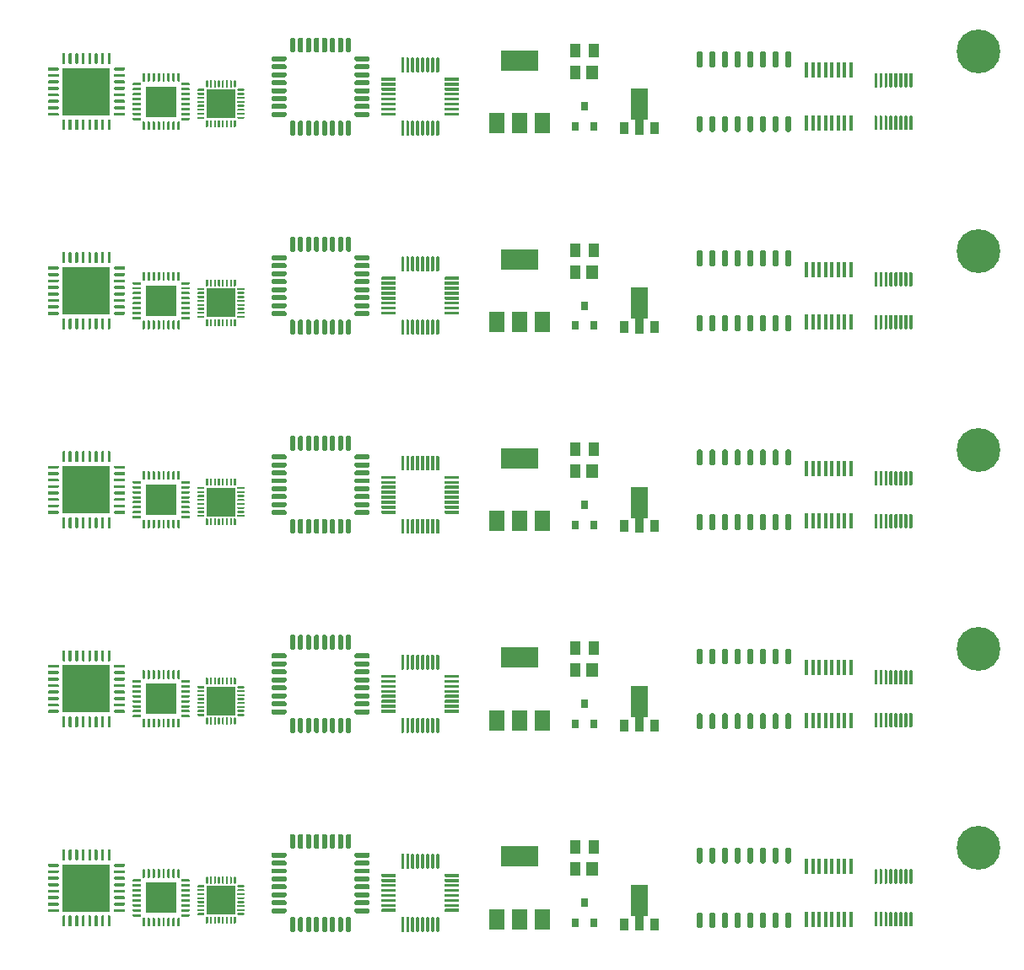
<source format=gbr>
%TF.GenerationSoftware,KiCad,Pcbnew,(5.1.6-0-10_14)*%
%TF.CreationDate,2020-07-24T19:18:52+09:00*%
%TF.ProjectId,pcb_ruler,7063625f-7275-46c6-9572-2e6b69636164,rev?*%
%TF.SameCoordinates,Original*%
%TF.FileFunction,Copper,L2,Bot*%
%TF.FilePolarity,Positive*%
%FSLAX46Y46*%
G04 Gerber Fmt 4.6, Leading zero omitted, Abs format (unit mm)*
G04 Created by KiCad (PCBNEW (5.1.6-0-10_14)) date 2020-07-24 19:18:52*
%MOMM*%
%LPD*%
G01*
G04 APERTURE LIST*
%TA.AperFunction,SMDPad,CuDef*%
%ADD10R,0.800000X0.900000*%
%TD*%
%TA.AperFunction,SMDPad,CuDef*%
%ADD11R,0.900000X1.300000*%
%TD*%
%TA.AperFunction,SMDPad,CuDef*%
%ADD12C,0.100000*%
%TD*%
%TA.AperFunction,ComponentPad*%
%ADD13C,4.400000*%
%TD*%
%TA.AperFunction,ComponentPad*%
%ADD14C,0.700000*%
%TD*%
%TA.AperFunction,SMDPad,CuDef*%
%ADD15R,3.800000X2.000000*%
%TD*%
%TA.AperFunction,SMDPad,CuDef*%
%ADD16R,1.500000X2.000000*%
%TD*%
%TA.AperFunction,SMDPad,CuDef*%
%ADD17R,4.700000X4.700000*%
%TD*%
%TA.AperFunction,SMDPad,CuDef*%
%ADD18R,2.900000X2.900000*%
%TD*%
%TA.AperFunction,SMDPad,CuDef*%
%ADD19R,3.100000X3.100000*%
%TD*%
%TA.AperFunction,SMDPad,CuDef*%
%ADD20R,0.410000X1.600000*%
%TD*%
%TA.AperFunction,SMDPad,CuDef*%
%ADD21R,1.200000X1.400000*%
%TD*%
%TA.AperFunction,SMDPad,CuDef*%
%ADD22R,1.000000X1.400000*%
%TD*%
G04 APERTURE END LIST*
%TO.P,SOP-16,16*%
%TO.N,N/C*%
%TA.AperFunction,SMDPad,CuDef*%
G36*
G01*
X176095000Y-191550000D02*
X175795000Y-191550000D01*
G75*
G02*
X175645000Y-191400000I0J150000D01*
G01*
X175645000Y-190100000D01*
G75*
G02*
X175795000Y-189950000I150000J0D01*
G01*
X176095000Y-189950000D01*
G75*
G02*
X176245000Y-190100000I0J-150000D01*
G01*
X176245000Y-191400000D01*
G75*
G02*
X176095000Y-191550000I-150000J0D01*
G01*
G37*
%TD.AperFunction*%
%TO.P,SOP-16,15*%
%TA.AperFunction,SMDPad,CuDef*%
G36*
G01*
X174825000Y-191550000D02*
X174525000Y-191550000D01*
G75*
G02*
X174375000Y-191400000I0J150000D01*
G01*
X174375000Y-190100000D01*
G75*
G02*
X174525000Y-189950000I150000J0D01*
G01*
X174825000Y-189950000D01*
G75*
G02*
X174975000Y-190100000I0J-150000D01*
G01*
X174975000Y-191400000D01*
G75*
G02*
X174825000Y-191550000I-150000J0D01*
G01*
G37*
%TD.AperFunction*%
%TO.P,SOP-16,14*%
%TA.AperFunction,SMDPad,CuDef*%
G36*
G01*
X173555000Y-191550000D02*
X173255000Y-191550000D01*
G75*
G02*
X173105000Y-191400000I0J150000D01*
G01*
X173105000Y-190100000D01*
G75*
G02*
X173255000Y-189950000I150000J0D01*
G01*
X173555000Y-189950000D01*
G75*
G02*
X173705000Y-190100000I0J-150000D01*
G01*
X173705000Y-191400000D01*
G75*
G02*
X173555000Y-191550000I-150000J0D01*
G01*
G37*
%TD.AperFunction*%
%TO.P,SOP-16,13*%
%TA.AperFunction,SMDPad,CuDef*%
G36*
G01*
X172285000Y-191550000D02*
X171985000Y-191550000D01*
G75*
G02*
X171835000Y-191400000I0J150000D01*
G01*
X171835000Y-190100000D01*
G75*
G02*
X171985000Y-189950000I150000J0D01*
G01*
X172285000Y-189950000D01*
G75*
G02*
X172435000Y-190100000I0J-150000D01*
G01*
X172435000Y-191400000D01*
G75*
G02*
X172285000Y-191550000I-150000J0D01*
G01*
G37*
%TD.AperFunction*%
%TO.P,SOP-16,12*%
%TA.AperFunction,SMDPad,CuDef*%
G36*
G01*
X171015000Y-191550000D02*
X170715000Y-191550000D01*
G75*
G02*
X170565000Y-191400000I0J150000D01*
G01*
X170565000Y-190100000D01*
G75*
G02*
X170715000Y-189950000I150000J0D01*
G01*
X171015000Y-189950000D01*
G75*
G02*
X171165000Y-190100000I0J-150000D01*
G01*
X171165000Y-191400000D01*
G75*
G02*
X171015000Y-191550000I-150000J0D01*
G01*
G37*
%TD.AperFunction*%
%TO.P,SOP-16,11*%
%TA.AperFunction,SMDPad,CuDef*%
G36*
G01*
X169745000Y-191550000D02*
X169445000Y-191550000D01*
G75*
G02*
X169295000Y-191400000I0J150000D01*
G01*
X169295000Y-190100000D01*
G75*
G02*
X169445000Y-189950000I150000J0D01*
G01*
X169745000Y-189950000D01*
G75*
G02*
X169895000Y-190100000I0J-150000D01*
G01*
X169895000Y-191400000D01*
G75*
G02*
X169745000Y-191550000I-150000J0D01*
G01*
G37*
%TD.AperFunction*%
%TO.P,SOP-16,10*%
%TA.AperFunction,SMDPad,CuDef*%
G36*
G01*
X168475000Y-191550000D02*
X168175000Y-191550000D01*
G75*
G02*
X168025000Y-191400000I0J150000D01*
G01*
X168025000Y-190100000D01*
G75*
G02*
X168175000Y-189950000I150000J0D01*
G01*
X168475000Y-189950000D01*
G75*
G02*
X168625000Y-190100000I0J-150000D01*
G01*
X168625000Y-191400000D01*
G75*
G02*
X168475000Y-191550000I-150000J0D01*
G01*
G37*
%TD.AperFunction*%
%TO.P,SOP-16,9*%
%TA.AperFunction,SMDPad,CuDef*%
G36*
G01*
X167205000Y-191550000D02*
X166905000Y-191550000D01*
G75*
G02*
X166755000Y-191400000I0J150000D01*
G01*
X166755000Y-190100000D01*
G75*
G02*
X166905000Y-189950000I150000J0D01*
G01*
X167205000Y-189950000D01*
G75*
G02*
X167355000Y-190100000I0J-150000D01*
G01*
X167355000Y-191400000D01*
G75*
G02*
X167205000Y-191550000I-150000J0D01*
G01*
G37*
%TD.AperFunction*%
%TO.P,SOP-16,8*%
%TA.AperFunction,SMDPad,CuDef*%
G36*
G01*
X167205000Y-198050000D02*
X166905000Y-198050000D01*
G75*
G02*
X166755000Y-197900000I0J150000D01*
G01*
X166755000Y-196600000D01*
G75*
G02*
X166905000Y-196450000I150000J0D01*
G01*
X167205000Y-196450000D01*
G75*
G02*
X167355000Y-196600000I0J-150000D01*
G01*
X167355000Y-197900000D01*
G75*
G02*
X167205000Y-198050000I-150000J0D01*
G01*
G37*
%TD.AperFunction*%
%TO.P,SOP-16,7*%
%TA.AperFunction,SMDPad,CuDef*%
G36*
G01*
X168475000Y-198050000D02*
X168175000Y-198050000D01*
G75*
G02*
X168025000Y-197900000I0J150000D01*
G01*
X168025000Y-196600000D01*
G75*
G02*
X168175000Y-196450000I150000J0D01*
G01*
X168475000Y-196450000D01*
G75*
G02*
X168625000Y-196600000I0J-150000D01*
G01*
X168625000Y-197900000D01*
G75*
G02*
X168475000Y-198050000I-150000J0D01*
G01*
G37*
%TD.AperFunction*%
%TO.P,SOP-16,6*%
%TA.AperFunction,SMDPad,CuDef*%
G36*
G01*
X169745000Y-198050000D02*
X169445000Y-198050000D01*
G75*
G02*
X169295000Y-197900000I0J150000D01*
G01*
X169295000Y-196600000D01*
G75*
G02*
X169445000Y-196450000I150000J0D01*
G01*
X169745000Y-196450000D01*
G75*
G02*
X169895000Y-196600000I0J-150000D01*
G01*
X169895000Y-197900000D01*
G75*
G02*
X169745000Y-198050000I-150000J0D01*
G01*
G37*
%TD.AperFunction*%
%TO.P,SOP-16,5*%
%TA.AperFunction,SMDPad,CuDef*%
G36*
G01*
X171015000Y-198050000D02*
X170715000Y-198050000D01*
G75*
G02*
X170565000Y-197900000I0J150000D01*
G01*
X170565000Y-196600000D01*
G75*
G02*
X170715000Y-196450000I150000J0D01*
G01*
X171015000Y-196450000D01*
G75*
G02*
X171165000Y-196600000I0J-150000D01*
G01*
X171165000Y-197900000D01*
G75*
G02*
X171015000Y-198050000I-150000J0D01*
G01*
G37*
%TD.AperFunction*%
%TO.P,SOP-16,4*%
%TA.AperFunction,SMDPad,CuDef*%
G36*
G01*
X172285000Y-198050000D02*
X171985000Y-198050000D01*
G75*
G02*
X171835000Y-197900000I0J150000D01*
G01*
X171835000Y-196600000D01*
G75*
G02*
X171985000Y-196450000I150000J0D01*
G01*
X172285000Y-196450000D01*
G75*
G02*
X172435000Y-196600000I0J-150000D01*
G01*
X172435000Y-197900000D01*
G75*
G02*
X172285000Y-198050000I-150000J0D01*
G01*
G37*
%TD.AperFunction*%
%TO.P,SOP-16,3*%
%TA.AperFunction,SMDPad,CuDef*%
G36*
G01*
X173555000Y-198050000D02*
X173255000Y-198050000D01*
G75*
G02*
X173105000Y-197900000I0J150000D01*
G01*
X173105000Y-196600000D01*
G75*
G02*
X173255000Y-196450000I150000J0D01*
G01*
X173555000Y-196450000D01*
G75*
G02*
X173705000Y-196600000I0J-150000D01*
G01*
X173705000Y-197900000D01*
G75*
G02*
X173555000Y-198050000I-150000J0D01*
G01*
G37*
%TD.AperFunction*%
%TO.P,SOP-16,2*%
%TA.AperFunction,SMDPad,CuDef*%
G36*
G01*
X174825000Y-198050000D02*
X174525000Y-198050000D01*
G75*
G02*
X174375000Y-197900000I0J150000D01*
G01*
X174375000Y-196600000D01*
G75*
G02*
X174525000Y-196450000I150000J0D01*
G01*
X174825000Y-196450000D01*
G75*
G02*
X174975000Y-196600000I0J-150000D01*
G01*
X174975000Y-197900000D01*
G75*
G02*
X174825000Y-198050000I-150000J0D01*
G01*
G37*
%TD.AperFunction*%
%TO.P,SOP-16,1*%
%TA.AperFunction,SMDPad,CuDef*%
G36*
G01*
X176095000Y-198050000D02*
X175795000Y-198050000D01*
G75*
G02*
X175645000Y-197900000I0J150000D01*
G01*
X175645000Y-196600000D01*
G75*
G02*
X175795000Y-196450000I150000J0D01*
G01*
X176095000Y-196450000D01*
G75*
G02*
X176245000Y-196600000I0J-150000D01*
G01*
X176245000Y-197900000D01*
G75*
G02*
X176095000Y-198050000I-150000J0D01*
G01*
G37*
%TD.AperFunction*%
%TD*%
%TO.P,MSOP-16,16*%
%TO.N,N/C*%
%TA.AperFunction,SMDPad,CuDef*%
G36*
G01*
X188325000Y-193575000D02*
X188175000Y-193575000D01*
G75*
G02*
X188100000Y-193500000I0J75000D01*
G01*
X188100000Y-192200000D01*
G75*
G02*
X188175000Y-192125000I75000J0D01*
G01*
X188325000Y-192125000D01*
G75*
G02*
X188400000Y-192200000I0J-75000D01*
G01*
X188400000Y-193500000D01*
G75*
G02*
X188325000Y-193575000I-75000J0D01*
G01*
G37*
%TD.AperFunction*%
%TO.P,MSOP-16,15*%
%TA.AperFunction,SMDPad,CuDef*%
G36*
G01*
X187825000Y-193575000D02*
X187675000Y-193575000D01*
G75*
G02*
X187600000Y-193500000I0J75000D01*
G01*
X187600000Y-192200000D01*
G75*
G02*
X187675000Y-192125000I75000J0D01*
G01*
X187825000Y-192125000D01*
G75*
G02*
X187900000Y-192200000I0J-75000D01*
G01*
X187900000Y-193500000D01*
G75*
G02*
X187825000Y-193575000I-75000J0D01*
G01*
G37*
%TD.AperFunction*%
%TO.P,MSOP-16,14*%
%TA.AperFunction,SMDPad,CuDef*%
G36*
G01*
X187325000Y-193575000D02*
X187175000Y-193575000D01*
G75*
G02*
X187100000Y-193500000I0J75000D01*
G01*
X187100000Y-192200000D01*
G75*
G02*
X187175000Y-192125000I75000J0D01*
G01*
X187325000Y-192125000D01*
G75*
G02*
X187400000Y-192200000I0J-75000D01*
G01*
X187400000Y-193500000D01*
G75*
G02*
X187325000Y-193575000I-75000J0D01*
G01*
G37*
%TD.AperFunction*%
%TO.P,MSOP-16,13*%
%TA.AperFunction,SMDPad,CuDef*%
G36*
G01*
X186825000Y-193575000D02*
X186675000Y-193575000D01*
G75*
G02*
X186600000Y-193500000I0J75000D01*
G01*
X186600000Y-192200000D01*
G75*
G02*
X186675000Y-192125000I75000J0D01*
G01*
X186825000Y-192125000D01*
G75*
G02*
X186900000Y-192200000I0J-75000D01*
G01*
X186900000Y-193500000D01*
G75*
G02*
X186825000Y-193575000I-75000J0D01*
G01*
G37*
%TD.AperFunction*%
%TO.P,MSOP-16,12*%
%TA.AperFunction,SMDPad,CuDef*%
G36*
G01*
X186325000Y-193575000D02*
X186175000Y-193575000D01*
G75*
G02*
X186100000Y-193500000I0J75000D01*
G01*
X186100000Y-192200000D01*
G75*
G02*
X186175000Y-192125000I75000J0D01*
G01*
X186325000Y-192125000D01*
G75*
G02*
X186400000Y-192200000I0J-75000D01*
G01*
X186400000Y-193500000D01*
G75*
G02*
X186325000Y-193575000I-75000J0D01*
G01*
G37*
%TD.AperFunction*%
%TO.P,MSOP-16,11*%
%TA.AperFunction,SMDPad,CuDef*%
G36*
G01*
X185825000Y-193575000D02*
X185675000Y-193575000D01*
G75*
G02*
X185600000Y-193500000I0J75000D01*
G01*
X185600000Y-192200000D01*
G75*
G02*
X185675000Y-192125000I75000J0D01*
G01*
X185825000Y-192125000D01*
G75*
G02*
X185900000Y-192200000I0J-75000D01*
G01*
X185900000Y-193500000D01*
G75*
G02*
X185825000Y-193575000I-75000J0D01*
G01*
G37*
%TD.AperFunction*%
%TO.P,MSOP-16,10*%
%TA.AperFunction,SMDPad,CuDef*%
G36*
G01*
X185325000Y-193575000D02*
X185175000Y-193575000D01*
G75*
G02*
X185100000Y-193500000I0J75000D01*
G01*
X185100000Y-192200000D01*
G75*
G02*
X185175000Y-192125000I75000J0D01*
G01*
X185325000Y-192125000D01*
G75*
G02*
X185400000Y-192200000I0J-75000D01*
G01*
X185400000Y-193500000D01*
G75*
G02*
X185325000Y-193575000I-75000J0D01*
G01*
G37*
%TD.AperFunction*%
%TO.P,MSOP-16,9*%
%TA.AperFunction,SMDPad,CuDef*%
G36*
G01*
X184825000Y-193575000D02*
X184675000Y-193575000D01*
G75*
G02*
X184600000Y-193500000I0J75000D01*
G01*
X184600000Y-192200000D01*
G75*
G02*
X184675000Y-192125000I75000J0D01*
G01*
X184825000Y-192125000D01*
G75*
G02*
X184900000Y-192200000I0J-75000D01*
G01*
X184900000Y-193500000D01*
G75*
G02*
X184825000Y-193575000I-75000J0D01*
G01*
G37*
%TD.AperFunction*%
%TO.P,MSOP-16,8*%
%TA.AperFunction,SMDPad,CuDef*%
G36*
G01*
X184825000Y-197875000D02*
X184675000Y-197875000D01*
G75*
G02*
X184600000Y-197800000I0J75000D01*
G01*
X184600000Y-196500000D01*
G75*
G02*
X184675000Y-196425000I75000J0D01*
G01*
X184825000Y-196425000D01*
G75*
G02*
X184900000Y-196500000I0J-75000D01*
G01*
X184900000Y-197800000D01*
G75*
G02*
X184825000Y-197875000I-75000J0D01*
G01*
G37*
%TD.AperFunction*%
%TO.P,MSOP-16,7*%
%TA.AperFunction,SMDPad,CuDef*%
G36*
G01*
X185325000Y-197875000D02*
X185175000Y-197875000D01*
G75*
G02*
X185100000Y-197800000I0J75000D01*
G01*
X185100000Y-196500000D01*
G75*
G02*
X185175000Y-196425000I75000J0D01*
G01*
X185325000Y-196425000D01*
G75*
G02*
X185400000Y-196500000I0J-75000D01*
G01*
X185400000Y-197800000D01*
G75*
G02*
X185325000Y-197875000I-75000J0D01*
G01*
G37*
%TD.AperFunction*%
%TO.P,MSOP-16,6*%
%TA.AperFunction,SMDPad,CuDef*%
G36*
G01*
X185825000Y-197875000D02*
X185675000Y-197875000D01*
G75*
G02*
X185600000Y-197800000I0J75000D01*
G01*
X185600000Y-196500000D01*
G75*
G02*
X185675000Y-196425000I75000J0D01*
G01*
X185825000Y-196425000D01*
G75*
G02*
X185900000Y-196500000I0J-75000D01*
G01*
X185900000Y-197800000D01*
G75*
G02*
X185825000Y-197875000I-75000J0D01*
G01*
G37*
%TD.AperFunction*%
%TO.P,MSOP-16,5*%
%TA.AperFunction,SMDPad,CuDef*%
G36*
G01*
X186325000Y-197875000D02*
X186175000Y-197875000D01*
G75*
G02*
X186100000Y-197800000I0J75000D01*
G01*
X186100000Y-196500000D01*
G75*
G02*
X186175000Y-196425000I75000J0D01*
G01*
X186325000Y-196425000D01*
G75*
G02*
X186400000Y-196500000I0J-75000D01*
G01*
X186400000Y-197800000D01*
G75*
G02*
X186325000Y-197875000I-75000J0D01*
G01*
G37*
%TD.AperFunction*%
%TO.P,MSOP-16,4*%
%TA.AperFunction,SMDPad,CuDef*%
G36*
G01*
X186825000Y-197875000D02*
X186675000Y-197875000D01*
G75*
G02*
X186600000Y-197800000I0J75000D01*
G01*
X186600000Y-196500000D01*
G75*
G02*
X186675000Y-196425000I75000J0D01*
G01*
X186825000Y-196425000D01*
G75*
G02*
X186900000Y-196500000I0J-75000D01*
G01*
X186900000Y-197800000D01*
G75*
G02*
X186825000Y-197875000I-75000J0D01*
G01*
G37*
%TD.AperFunction*%
%TO.P,MSOP-16,3*%
%TA.AperFunction,SMDPad,CuDef*%
G36*
G01*
X187325000Y-197875000D02*
X187175000Y-197875000D01*
G75*
G02*
X187100000Y-197800000I0J75000D01*
G01*
X187100000Y-196500000D01*
G75*
G02*
X187175000Y-196425000I75000J0D01*
G01*
X187325000Y-196425000D01*
G75*
G02*
X187400000Y-196500000I0J-75000D01*
G01*
X187400000Y-197800000D01*
G75*
G02*
X187325000Y-197875000I-75000J0D01*
G01*
G37*
%TD.AperFunction*%
%TO.P,MSOP-16,2*%
%TA.AperFunction,SMDPad,CuDef*%
G36*
G01*
X187825000Y-197875000D02*
X187675000Y-197875000D01*
G75*
G02*
X187600000Y-197800000I0J75000D01*
G01*
X187600000Y-196500000D01*
G75*
G02*
X187675000Y-196425000I75000J0D01*
G01*
X187825000Y-196425000D01*
G75*
G02*
X187900000Y-196500000I0J-75000D01*
G01*
X187900000Y-197800000D01*
G75*
G02*
X187825000Y-197875000I-75000J0D01*
G01*
G37*
%TD.AperFunction*%
%TO.P,MSOP-16,1*%
%TA.AperFunction,SMDPad,CuDef*%
G36*
G01*
X188325000Y-197875000D02*
X188175000Y-197875000D01*
G75*
G02*
X188100000Y-197800000I0J75000D01*
G01*
X188100000Y-196500000D01*
G75*
G02*
X188175000Y-196425000I75000J0D01*
G01*
X188325000Y-196425000D01*
G75*
G02*
X188400000Y-196500000I0J-75000D01*
G01*
X188400000Y-197800000D01*
G75*
G02*
X188325000Y-197875000I-75000J0D01*
G01*
G37*
%TD.AperFunction*%
%TD*%
D10*
%TO.P,SOT-23,1*%
%TO.N,N/C*%
X156450000Y-197500000D03*
%TO.P,SOT-23,2*%
X154550000Y-197500000D03*
%TO.P,SOT-23,3*%
X155500000Y-195500000D03*
%TD*%
D11*
%TO.P,SOT-89-3,1*%
%TO.N,N/C*%
X162500000Y-197650000D03*
%TO.P,SOT-89-3,3*%
X159500000Y-197650000D03*
%TA.AperFunction,SMDPad,CuDef*%
D12*
%TO.P,SOT-89-3,2*%
G36*
X161866500Y-193700000D02*
G01*
X161866500Y-196825000D01*
X161450000Y-196825000D01*
X161450000Y-198300000D01*
X160550000Y-198300000D01*
X160550000Y-196825000D01*
X160133500Y-196825000D01*
X160133500Y-193700000D01*
X161866500Y-193700000D01*
G37*
%TD.AperFunction*%
%TD*%
D13*
%TO.P,REF\u002A\u002A,1*%
%TO.N,N/C*%
X195000000Y-190000000D03*
D14*
X196650000Y-190000000D03*
X196166726Y-191166726D03*
X195000000Y-191650000D03*
X193833274Y-191166726D03*
X193350000Y-190000000D03*
X193833274Y-188833274D03*
X195000000Y-188350000D03*
X196166726Y-188833274D03*
%TD*%
D15*
%TO.P,SOT-223,4*%
%TO.N,N/C*%
X149000000Y-190850000D03*
D16*
%TO.P,SOT-223,2*%
X149000000Y-197150000D03*
%TO.P,SOT-223,3*%
X146700000Y-197150000D03*
%TO.P,SOT-223,1*%
X151300000Y-197150000D03*
%TD*%
%TO.P,0.65,1*%
%TO.N,N/C*%
%TA.AperFunction,SMDPad,CuDef*%
G36*
G01*
X107850000Y-197875000D02*
X107700000Y-197875000D01*
G75*
G02*
X107625000Y-197800000I0J75000D01*
G01*
X107625000Y-196850000D01*
G75*
G02*
X107700000Y-196775000I75000J0D01*
G01*
X107850000Y-196775000D01*
G75*
G02*
X107925000Y-196850000I0J-75000D01*
G01*
X107925000Y-197800000D01*
G75*
G02*
X107850000Y-197875000I-75000J0D01*
G01*
G37*
%TD.AperFunction*%
%TO.P,0.65,2*%
%TA.AperFunction,SMDPad,CuDef*%
G36*
G01*
X107200000Y-197875000D02*
X107050000Y-197875000D01*
G75*
G02*
X106975000Y-197800000I0J75000D01*
G01*
X106975000Y-196850000D01*
G75*
G02*
X107050000Y-196775000I75000J0D01*
G01*
X107200000Y-196775000D01*
G75*
G02*
X107275000Y-196850000I0J-75000D01*
G01*
X107275000Y-197800000D01*
G75*
G02*
X107200000Y-197875000I-75000J0D01*
G01*
G37*
%TD.AperFunction*%
%TO.P,0.65,3*%
%TA.AperFunction,SMDPad,CuDef*%
G36*
G01*
X106550000Y-197875000D02*
X106400000Y-197875000D01*
G75*
G02*
X106325000Y-197800000I0J75000D01*
G01*
X106325000Y-196850000D01*
G75*
G02*
X106400000Y-196775000I75000J0D01*
G01*
X106550000Y-196775000D01*
G75*
G02*
X106625000Y-196850000I0J-75000D01*
G01*
X106625000Y-197800000D01*
G75*
G02*
X106550000Y-197875000I-75000J0D01*
G01*
G37*
%TD.AperFunction*%
%TO.P,0.65,4*%
%TA.AperFunction,SMDPad,CuDef*%
G36*
G01*
X105900000Y-197875000D02*
X105750000Y-197875000D01*
G75*
G02*
X105675000Y-197800000I0J75000D01*
G01*
X105675000Y-196850000D01*
G75*
G02*
X105750000Y-196775000I75000J0D01*
G01*
X105900000Y-196775000D01*
G75*
G02*
X105975000Y-196850000I0J-75000D01*
G01*
X105975000Y-197800000D01*
G75*
G02*
X105900000Y-197875000I-75000J0D01*
G01*
G37*
%TD.AperFunction*%
%TO.P,0.65,5*%
%TA.AperFunction,SMDPad,CuDef*%
G36*
G01*
X105250000Y-197875000D02*
X105100000Y-197875000D01*
G75*
G02*
X105025000Y-197800000I0J75000D01*
G01*
X105025000Y-196850000D01*
G75*
G02*
X105100000Y-196775000I75000J0D01*
G01*
X105250000Y-196775000D01*
G75*
G02*
X105325000Y-196850000I0J-75000D01*
G01*
X105325000Y-197800000D01*
G75*
G02*
X105250000Y-197875000I-75000J0D01*
G01*
G37*
%TD.AperFunction*%
%TO.P,0.65,6*%
%TA.AperFunction,SMDPad,CuDef*%
G36*
G01*
X104600000Y-197875000D02*
X104450000Y-197875000D01*
G75*
G02*
X104375000Y-197800000I0J75000D01*
G01*
X104375000Y-196850000D01*
G75*
G02*
X104450000Y-196775000I75000J0D01*
G01*
X104600000Y-196775000D01*
G75*
G02*
X104675000Y-196850000I0J-75000D01*
G01*
X104675000Y-197800000D01*
G75*
G02*
X104600000Y-197875000I-75000J0D01*
G01*
G37*
%TD.AperFunction*%
%TO.P,0.65,7*%
%TA.AperFunction,SMDPad,CuDef*%
G36*
G01*
X103950000Y-197875000D02*
X103800000Y-197875000D01*
G75*
G02*
X103725000Y-197800000I0J75000D01*
G01*
X103725000Y-196850000D01*
G75*
G02*
X103800000Y-196775000I75000J0D01*
G01*
X103950000Y-196775000D01*
G75*
G02*
X104025000Y-196850000I0J-75000D01*
G01*
X104025000Y-197800000D01*
G75*
G02*
X103950000Y-197875000I-75000J0D01*
G01*
G37*
%TD.AperFunction*%
%TO.P,0.65,8*%
%TA.AperFunction,SMDPad,CuDef*%
G36*
G01*
X103300000Y-197875000D02*
X103150000Y-197875000D01*
G75*
G02*
X103075000Y-197800000I0J75000D01*
G01*
X103075000Y-196850000D01*
G75*
G02*
X103150000Y-196775000I75000J0D01*
G01*
X103300000Y-196775000D01*
G75*
G02*
X103375000Y-196850000I0J-75000D01*
G01*
X103375000Y-197800000D01*
G75*
G02*
X103300000Y-197875000I-75000J0D01*
G01*
G37*
%TD.AperFunction*%
%TO.P,0.65,9*%
%TA.AperFunction,SMDPad,CuDef*%
G36*
G01*
X102650000Y-196425000D02*
X101700000Y-196425000D01*
G75*
G02*
X101625000Y-196350000I0J75000D01*
G01*
X101625000Y-196200000D01*
G75*
G02*
X101700000Y-196125000I75000J0D01*
G01*
X102650000Y-196125000D01*
G75*
G02*
X102725000Y-196200000I0J-75000D01*
G01*
X102725000Y-196350000D01*
G75*
G02*
X102650000Y-196425000I-75000J0D01*
G01*
G37*
%TD.AperFunction*%
%TO.P,0.65,10*%
%TA.AperFunction,SMDPad,CuDef*%
G36*
G01*
X102650000Y-195775000D02*
X101700000Y-195775000D01*
G75*
G02*
X101625000Y-195700000I0J75000D01*
G01*
X101625000Y-195550000D01*
G75*
G02*
X101700000Y-195475000I75000J0D01*
G01*
X102650000Y-195475000D01*
G75*
G02*
X102725000Y-195550000I0J-75000D01*
G01*
X102725000Y-195700000D01*
G75*
G02*
X102650000Y-195775000I-75000J0D01*
G01*
G37*
%TD.AperFunction*%
%TO.P,0.65,11*%
%TA.AperFunction,SMDPad,CuDef*%
G36*
G01*
X102650000Y-195125000D02*
X101700000Y-195125000D01*
G75*
G02*
X101625000Y-195050000I0J75000D01*
G01*
X101625000Y-194900000D01*
G75*
G02*
X101700000Y-194825000I75000J0D01*
G01*
X102650000Y-194825000D01*
G75*
G02*
X102725000Y-194900000I0J-75000D01*
G01*
X102725000Y-195050000D01*
G75*
G02*
X102650000Y-195125000I-75000J0D01*
G01*
G37*
%TD.AperFunction*%
%TO.P,0.65,12*%
%TA.AperFunction,SMDPad,CuDef*%
G36*
G01*
X102650000Y-194475000D02*
X101700000Y-194475000D01*
G75*
G02*
X101625000Y-194400000I0J75000D01*
G01*
X101625000Y-194250000D01*
G75*
G02*
X101700000Y-194175000I75000J0D01*
G01*
X102650000Y-194175000D01*
G75*
G02*
X102725000Y-194250000I0J-75000D01*
G01*
X102725000Y-194400000D01*
G75*
G02*
X102650000Y-194475000I-75000J0D01*
G01*
G37*
%TD.AperFunction*%
%TO.P,0.65,13*%
%TA.AperFunction,SMDPad,CuDef*%
G36*
G01*
X102650000Y-193825000D02*
X101700000Y-193825000D01*
G75*
G02*
X101625000Y-193750000I0J75000D01*
G01*
X101625000Y-193600000D01*
G75*
G02*
X101700000Y-193525000I75000J0D01*
G01*
X102650000Y-193525000D01*
G75*
G02*
X102725000Y-193600000I0J-75000D01*
G01*
X102725000Y-193750000D01*
G75*
G02*
X102650000Y-193825000I-75000J0D01*
G01*
G37*
%TD.AperFunction*%
%TO.P,0.65,14*%
%TA.AperFunction,SMDPad,CuDef*%
G36*
G01*
X102650000Y-193175000D02*
X101700000Y-193175000D01*
G75*
G02*
X101625000Y-193100000I0J75000D01*
G01*
X101625000Y-192950000D01*
G75*
G02*
X101700000Y-192875000I75000J0D01*
G01*
X102650000Y-192875000D01*
G75*
G02*
X102725000Y-192950000I0J-75000D01*
G01*
X102725000Y-193100000D01*
G75*
G02*
X102650000Y-193175000I-75000J0D01*
G01*
G37*
%TD.AperFunction*%
%TO.P,0.65,15*%
%TA.AperFunction,SMDPad,CuDef*%
G36*
G01*
X102650000Y-192525000D02*
X101700000Y-192525000D01*
G75*
G02*
X101625000Y-192450000I0J75000D01*
G01*
X101625000Y-192300000D01*
G75*
G02*
X101700000Y-192225000I75000J0D01*
G01*
X102650000Y-192225000D01*
G75*
G02*
X102725000Y-192300000I0J-75000D01*
G01*
X102725000Y-192450000D01*
G75*
G02*
X102650000Y-192525000I-75000J0D01*
G01*
G37*
%TD.AperFunction*%
%TO.P,0.65,16*%
%TA.AperFunction,SMDPad,CuDef*%
G36*
G01*
X102650000Y-191875000D02*
X101700000Y-191875000D01*
G75*
G02*
X101625000Y-191800000I0J75000D01*
G01*
X101625000Y-191650000D01*
G75*
G02*
X101700000Y-191575000I75000J0D01*
G01*
X102650000Y-191575000D01*
G75*
G02*
X102725000Y-191650000I0J-75000D01*
G01*
X102725000Y-191800000D01*
G75*
G02*
X102650000Y-191875000I-75000J0D01*
G01*
G37*
%TD.AperFunction*%
%TO.P,0.65,17*%
%TA.AperFunction,SMDPad,CuDef*%
G36*
G01*
X103300000Y-191225000D02*
X103150000Y-191225000D01*
G75*
G02*
X103075000Y-191150000I0J75000D01*
G01*
X103075000Y-190200000D01*
G75*
G02*
X103150000Y-190125000I75000J0D01*
G01*
X103300000Y-190125000D01*
G75*
G02*
X103375000Y-190200000I0J-75000D01*
G01*
X103375000Y-191150000D01*
G75*
G02*
X103300000Y-191225000I-75000J0D01*
G01*
G37*
%TD.AperFunction*%
%TO.P,0.65,18*%
%TA.AperFunction,SMDPad,CuDef*%
G36*
G01*
X103950000Y-191225000D02*
X103800000Y-191225000D01*
G75*
G02*
X103725000Y-191150000I0J75000D01*
G01*
X103725000Y-190200000D01*
G75*
G02*
X103800000Y-190125000I75000J0D01*
G01*
X103950000Y-190125000D01*
G75*
G02*
X104025000Y-190200000I0J-75000D01*
G01*
X104025000Y-191150000D01*
G75*
G02*
X103950000Y-191225000I-75000J0D01*
G01*
G37*
%TD.AperFunction*%
%TO.P,0.65,19*%
%TA.AperFunction,SMDPad,CuDef*%
G36*
G01*
X104600000Y-191225000D02*
X104450000Y-191225000D01*
G75*
G02*
X104375000Y-191150000I0J75000D01*
G01*
X104375000Y-190200000D01*
G75*
G02*
X104450000Y-190125000I75000J0D01*
G01*
X104600000Y-190125000D01*
G75*
G02*
X104675000Y-190200000I0J-75000D01*
G01*
X104675000Y-191150000D01*
G75*
G02*
X104600000Y-191225000I-75000J0D01*
G01*
G37*
%TD.AperFunction*%
%TO.P,0.65,20*%
%TA.AperFunction,SMDPad,CuDef*%
G36*
G01*
X105250000Y-191225000D02*
X105100000Y-191225000D01*
G75*
G02*
X105025000Y-191150000I0J75000D01*
G01*
X105025000Y-190200000D01*
G75*
G02*
X105100000Y-190125000I75000J0D01*
G01*
X105250000Y-190125000D01*
G75*
G02*
X105325000Y-190200000I0J-75000D01*
G01*
X105325000Y-191150000D01*
G75*
G02*
X105250000Y-191225000I-75000J0D01*
G01*
G37*
%TD.AperFunction*%
%TO.P,0.65,21*%
%TA.AperFunction,SMDPad,CuDef*%
G36*
G01*
X105900000Y-191225000D02*
X105750000Y-191225000D01*
G75*
G02*
X105675000Y-191150000I0J75000D01*
G01*
X105675000Y-190200000D01*
G75*
G02*
X105750000Y-190125000I75000J0D01*
G01*
X105900000Y-190125000D01*
G75*
G02*
X105975000Y-190200000I0J-75000D01*
G01*
X105975000Y-191150000D01*
G75*
G02*
X105900000Y-191225000I-75000J0D01*
G01*
G37*
%TD.AperFunction*%
%TO.P,0.65,22*%
%TA.AperFunction,SMDPad,CuDef*%
G36*
G01*
X106550000Y-191225000D02*
X106400000Y-191225000D01*
G75*
G02*
X106325000Y-191150000I0J75000D01*
G01*
X106325000Y-190200000D01*
G75*
G02*
X106400000Y-190125000I75000J0D01*
G01*
X106550000Y-190125000D01*
G75*
G02*
X106625000Y-190200000I0J-75000D01*
G01*
X106625000Y-191150000D01*
G75*
G02*
X106550000Y-191225000I-75000J0D01*
G01*
G37*
%TD.AperFunction*%
%TO.P,0.65,23*%
%TA.AperFunction,SMDPad,CuDef*%
G36*
G01*
X107200000Y-191225000D02*
X107050000Y-191225000D01*
G75*
G02*
X106975000Y-191150000I0J75000D01*
G01*
X106975000Y-190200000D01*
G75*
G02*
X107050000Y-190125000I75000J0D01*
G01*
X107200000Y-190125000D01*
G75*
G02*
X107275000Y-190200000I0J-75000D01*
G01*
X107275000Y-191150000D01*
G75*
G02*
X107200000Y-191225000I-75000J0D01*
G01*
G37*
%TD.AperFunction*%
%TO.P,0.65,24*%
%TA.AperFunction,SMDPad,CuDef*%
G36*
G01*
X107850000Y-191225000D02*
X107700000Y-191225000D01*
G75*
G02*
X107625000Y-191150000I0J75000D01*
G01*
X107625000Y-190200000D01*
G75*
G02*
X107700000Y-190125000I75000J0D01*
G01*
X107850000Y-190125000D01*
G75*
G02*
X107925000Y-190200000I0J-75000D01*
G01*
X107925000Y-191150000D01*
G75*
G02*
X107850000Y-191225000I-75000J0D01*
G01*
G37*
%TD.AperFunction*%
%TO.P,0.65,25*%
%TA.AperFunction,SMDPad,CuDef*%
G36*
G01*
X109300000Y-191875000D02*
X108350000Y-191875000D01*
G75*
G02*
X108275000Y-191800000I0J75000D01*
G01*
X108275000Y-191650000D01*
G75*
G02*
X108350000Y-191575000I75000J0D01*
G01*
X109300000Y-191575000D01*
G75*
G02*
X109375000Y-191650000I0J-75000D01*
G01*
X109375000Y-191800000D01*
G75*
G02*
X109300000Y-191875000I-75000J0D01*
G01*
G37*
%TD.AperFunction*%
%TO.P,0.65,26*%
%TA.AperFunction,SMDPad,CuDef*%
G36*
G01*
X109300000Y-192525000D02*
X108350000Y-192525000D01*
G75*
G02*
X108275000Y-192450000I0J75000D01*
G01*
X108275000Y-192300000D01*
G75*
G02*
X108350000Y-192225000I75000J0D01*
G01*
X109300000Y-192225000D01*
G75*
G02*
X109375000Y-192300000I0J-75000D01*
G01*
X109375000Y-192450000D01*
G75*
G02*
X109300000Y-192525000I-75000J0D01*
G01*
G37*
%TD.AperFunction*%
%TO.P,0.65,27*%
%TA.AperFunction,SMDPad,CuDef*%
G36*
G01*
X109300000Y-193175000D02*
X108350000Y-193175000D01*
G75*
G02*
X108275000Y-193100000I0J75000D01*
G01*
X108275000Y-192950000D01*
G75*
G02*
X108350000Y-192875000I75000J0D01*
G01*
X109300000Y-192875000D01*
G75*
G02*
X109375000Y-192950000I0J-75000D01*
G01*
X109375000Y-193100000D01*
G75*
G02*
X109300000Y-193175000I-75000J0D01*
G01*
G37*
%TD.AperFunction*%
%TO.P,0.65,28*%
%TA.AperFunction,SMDPad,CuDef*%
G36*
G01*
X109300000Y-193825000D02*
X108350000Y-193825000D01*
G75*
G02*
X108275000Y-193750000I0J75000D01*
G01*
X108275000Y-193600000D01*
G75*
G02*
X108350000Y-193525000I75000J0D01*
G01*
X109300000Y-193525000D01*
G75*
G02*
X109375000Y-193600000I0J-75000D01*
G01*
X109375000Y-193750000D01*
G75*
G02*
X109300000Y-193825000I-75000J0D01*
G01*
G37*
%TD.AperFunction*%
%TO.P,0.65,29*%
%TA.AperFunction,SMDPad,CuDef*%
G36*
G01*
X109300000Y-194475000D02*
X108350000Y-194475000D01*
G75*
G02*
X108275000Y-194400000I0J75000D01*
G01*
X108275000Y-194250000D01*
G75*
G02*
X108350000Y-194175000I75000J0D01*
G01*
X109300000Y-194175000D01*
G75*
G02*
X109375000Y-194250000I0J-75000D01*
G01*
X109375000Y-194400000D01*
G75*
G02*
X109300000Y-194475000I-75000J0D01*
G01*
G37*
%TD.AperFunction*%
%TO.P,0.65,30*%
%TA.AperFunction,SMDPad,CuDef*%
G36*
G01*
X109300000Y-195125000D02*
X108350000Y-195125000D01*
G75*
G02*
X108275000Y-195050000I0J75000D01*
G01*
X108275000Y-194900000D01*
G75*
G02*
X108350000Y-194825000I75000J0D01*
G01*
X109300000Y-194825000D01*
G75*
G02*
X109375000Y-194900000I0J-75000D01*
G01*
X109375000Y-195050000D01*
G75*
G02*
X109300000Y-195125000I-75000J0D01*
G01*
G37*
%TD.AperFunction*%
%TO.P,0.65,31*%
%TA.AperFunction,SMDPad,CuDef*%
G36*
G01*
X109300000Y-195775000D02*
X108350000Y-195775000D01*
G75*
G02*
X108275000Y-195700000I0J75000D01*
G01*
X108275000Y-195550000D01*
G75*
G02*
X108350000Y-195475000I75000J0D01*
G01*
X109300000Y-195475000D01*
G75*
G02*
X109375000Y-195550000I0J-75000D01*
G01*
X109375000Y-195700000D01*
G75*
G02*
X109300000Y-195775000I-75000J0D01*
G01*
G37*
%TD.AperFunction*%
%TO.P,0.65,32*%
%TA.AperFunction,SMDPad,CuDef*%
G36*
G01*
X109300000Y-196425000D02*
X108350000Y-196425000D01*
G75*
G02*
X108275000Y-196350000I0J75000D01*
G01*
X108275000Y-196200000D01*
G75*
G02*
X108350000Y-196125000I75000J0D01*
G01*
X109300000Y-196125000D01*
G75*
G02*
X109375000Y-196200000I0J-75000D01*
G01*
X109375000Y-196350000D01*
G75*
G02*
X109300000Y-196425000I-75000J0D01*
G01*
G37*
%TD.AperFunction*%
D17*
%TO.P,0.65,33*%
X105500000Y-194000000D03*
%TD*%
%TO.P,0.4,1*%
%TO.N,N/C*%
%TA.AperFunction,SMDPad,CuDef*%
G36*
G01*
X120450000Y-197575000D02*
X120350000Y-197575000D01*
G75*
G02*
X120300000Y-197525000I0J50000D01*
G01*
X120300000Y-196925000D01*
G75*
G02*
X120350000Y-196875000I50000J0D01*
G01*
X120450000Y-196875000D01*
G75*
G02*
X120500000Y-196925000I0J-50000D01*
G01*
X120500000Y-197525000D01*
G75*
G02*
X120450000Y-197575000I-50000J0D01*
G01*
G37*
%TD.AperFunction*%
%TO.P,0.4,2*%
%TA.AperFunction,SMDPad,CuDef*%
G36*
G01*
X120050000Y-197575000D02*
X119950000Y-197575000D01*
G75*
G02*
X119900000Y-197525000I0J50000D01*
G01*
X119900000Y-196925000D01*
G75*
G02*
X119950000Y-196875000I50000J0D01*
G01*
X120050000Y-196875000D01*
G75*
G02*
X120100000Y-196925000I0J-50000D01*
G01*
X120100000Y-197525000D01*
G75*
G02*
X120050000Y-197575000I-50000J0D01*
G01*
G37*
%TD.AperFunction*%
%TO.P,0.4,3*%
%TA.AperFunction,SMDPad,CuDef*%
G36*
G01*
X119650000Y-197575000D02*
X119550000Y-197575000D01*
G75*
G02*
X119500000Y-197525000I0J50000D01*
G01*
X119500000Y-196925000D01*
G75*
G02*
X119550000Y-196875000I50000J0D01*
G01*
X119650000Y-196875000D01*
G75*
G02*
X119700000Y-196925000I0J-50000D01*
G01*
X119700000Y-197525000D01*
G75*
G02*
X119650000Y-197575000I-50000J0D01*
G01*
G37*
%TD.AperFunction*%
%TO.P,0.4,4*%
%TA.AperFunction,SMDPad,CuDef*%
G36*
G01*
X119250000Y-197575000D02*
X119150000Y-197575000D01*
G75*
G02*
X119100000Y-197525000I0J50000D01*
G01*
X119100000Y-196925000D01*
G75*
G02*
X119150000Y-196875000I50000J0D01*
G01*
X119250000Y-196875000D01*
G75*
G02*
X119300000Y-196925000I0J-50000D01*
G01*
X119300000Y-197525000D01*
G75*
G02*
X119250000Y-197575000I-50000J0D01*
G01*
G37*
%TD.AperFunction*%
%TO.P,0.4,5*%
%TA.AperFunction,SMDPad,CuDef*%
G36*
G01*
X118850000Y-197575000D02*
X118750000Y-197575000D01*
G75*
G02*
X118700000Y-197525000I0J50000D01*
G01*
X118700000Y-196925000D01*
G75*
G02*
X118750000Y-196875000I50000J0D01*
G01*
X118850000Y-196875000D01*
G75*
G02*
X118900000Y-196925000I0J-50000D01*
G01*
X118900000Y-197525000D01*
G75*
G02*
X118850000Y-197575000I-50000J0D01*
G01*
G37*
%TD.AperFunction*%
%TO.P,0.4,6*%
%TA.AperFunction,SMDPad,CuDef*%
G36*
G01*
X118450000Y-197575000D02*
X118350000Y-197575000D01*
G75*
G02*
X118300000Y-197525000I0J50000D01*
G01*
X118300000Y-196925000D01*
G75*
G02*
X118350000Y-196875000I50000J0D01*
G01*
X118450000Y-196875000D01*
G75*
G02*
X118500000Y-196925000I0J-50000D01*
G01*
X118500000Y-197525000D01*
G75*
G02*
X118450000Y-197575000I-50000J0D01*
G01*
G37*
%TD.AperFunction*%
%TO.P,0.4,7*%
%TA.AperFunction,SMDPad,CuDef*%
G36*
G01*
X118050000Y-197575000D02*
X117950000Y-197575000D01*
G75*
G02*
X117900000Y-197525000I0J50000D01*
G01*
X117900000Y-196925000D01*
G75*
G02*
X117950000Y-196875000I50000J0D01*
G01*
X118050000Y-196875000D01*
G75*
G02*
X118100000Y-196925000I0J-50000D01*
G01*
X118100000Y-197525000D01*
G75*
G02*
X118050000Y-197575000I-50000J0D01*
G01*
G37*
%TD.AperFunction*%
%TO.P,0.4,8*%
%TA.AperFunction,SMDPad,CuDef*%
G36*
G01*
X117650000Y-197575000D02*
X117550000Y-197575000D01*
G75*
G02*
X117500000Y-197525000I0J50000D01*
G01*
X117500000Y-196925000D01*
G75*
G02*
X117550000Y-196875000I50000J0D01*
G01*
X117650000Y-196875000D01*
G75*
G02*
X117700000Y-196925000I0J-50000D01*
G01*
X117700000Y-197525000D01*
G75*
G02*
X117650000Y-197575000I-50000J0D01*
G01*
G37*
%TD.AperFunction*%
%TO.P,0.4,9*%
%TA.AperFunction,SMDPad,CuDef*%
G36*
G01*
X117300000Y-196725000D02*
X116700000Y-196725000D01*
G75*
G02*
X116650000Y-196675000I0J50000D01*
G01*
X116650000Y-196575000D01*
G75*
G02*
X116700000Y-196525000I50000J0D01*
G01*
X117300000Y-196525000D01*
G75*
G02*
X117350000Y-196575000I0J-50000D01*
G01*
X117350000Y-196675000D01*
G75*
G02*
X117300000Y-196725000I-50000J0D01*
G01*
G37*
%TD.AperFunction*%
%TO.P,0.4,10*%
%TA.AperFunction,SMDPad,CuDef*%
G36*
G01*
X117300000Y-196325000D02*
X116700000Y-196325000D01*
G75*
G02*
X116650000Y-196275000I0J50000D01*
G01*
X116650000Y-196175000D01*
G75*
G02*
X116700000Y-196125000I50000J0D01*
G01*
X117300000Y-196125000D01*
G75*
G02*
X117350000Y-196175000I0J-50000D01*
G01*
X117350000Y-196275000D01*
G75*
G02*
X117300000Y-196325000I-50000J0D01*
G01*
G37*
%TD.AperFunction*%
%TO.P,0.4,11*%
%TA.AperFunction,SMDPad,CuDef*%
G36*
G01*
X117300000Y-195925000D02*
X116700000Y-195925000D01*
G75*
G02*
X116650000Y-195875000I0J50000D01*
G01*
X116650000Y-195775000D01*
G75*
G02*
X116700000Y-195725000I50000J0D01*
G01*
X117300000Y-195725000D01*
G75*
G02*
X117350000Y-195775000I0J-50000D01*
G01*
X117350000Y-195875000D01*
G75*
G02*
X117300000Y-195925000I-50000J0D01*
G01*
G37*
%TD.AperFunction*%
%TO.P,0.4,12*%
%TA.AperFunction,SMDPad,CuDef*%
G36*
G01*
X117300000Y-195525000D02*
X116700000Y-195525000D01*
G75*
G02*
X116650000Y-195475000I0J50000D01*
G01*
X116650000Y-195375000D01*
G75*
G02*
X116700000Y-195325000I50000J0D01*
G01*
X117300000Y-195325000D01*
G75*
G02*
X117350000Y-195375000I0J-50000D01*
G01*
X117350000Y-195475000D01*
G75*
G02*
X117300000Y-195525000I-50000J0D01*
G01*
G37*
%TD.AperFunction*%
%TO.P,0.4,13*%
%TA.AperFunction,SMDPad,CuDef*%
G36*
G01*
X117300000Y-195125000D02*
X116700000Y-195125000D01*
G75*
G02*
X116650000Y-195075000I0J50000D01*
G01*
X116650000Y-194975000D01*
G75*
G02*
X116700000Y-194925000I50000J0D01*
G01*
X117300000Y-194925000D01*
G75*
G02*
X117350000Y-194975000I0J-50000D01*
G01*
X117350000Y-195075000D01*
G75*
G02*
X117300000Y-195125000I-50000J0D01*
G01*
G37*
%TD.AperFunction*%
%TO.P,0.4,14*%
%TA.AperFunction,SMDPad,CuDef*%
G36*
G01*
X117300000Y-194725000D02*
X116700000Y-194725000D01*
G75*
G02*
X116650000Y-194675000I0J50000D01*
G01*
X116650000Y-194575000D01*
G75*
G02*
X116700000Y-194525000I50000J0D01*
G01*
X117300000Y-194525000D01*
G75*
G02*
X117350000Y-194575000I0J-50000D01*
G01*
X117350000Y-194675000D01*
G75*
G02*
X117300000Y-194725000I-50000J0D01*
G01*
G37*
%TD.AperFunction*%
%TO.P,0.4,15*%
%TA.AperFunction,SMDPad,CuDef*%
G36*
G01*
X117300000Y-194325000D02*
X116700000Y-194325000D01*
G75*
G02*
X116650000Y-194275000I0J50000D01*
G01*
X116650000Y-194175000D01*
G75*
G02*
X116700000Y-194125000I50000J0D01*
G01*
X117300000Y-194125000D01*
G75*
G02*
X117350000Y-194175000I0J-50000D01*
G01*
X117350000Y-194275000D01*
G75*
G02*
X117300000Y-194325000I-50000J0D01*
G01*
G37*
%TD.AperFunction*%
%TO.P,0.4,16*%
%TA.AperFunction,SMDPad,CuDef*%
G36*
G01*
X117300000Y-193925000D02*
X116700000Y-193925000D01*
G75*
G02*
X116650000Y-193875000I0J50000D01*
G01*
X116650000Y-193775000D01*
G75*
G02*
X116700000Y-193725000I50000J0D01*
G01*
X117300000Y-193725000D01*
G75*
G02*
X117350000Y-193775000I0J-50000D01*
G01*
X117350000Y-193875000D01*
G75*
G02*
X117300000Y-193925000I-50000J0D01*
G01*
G37*
%TD.AperFunction*%
%TO.P,0.4,17*%
%TA.AperFunction,SMDPad,CuDef*%
G36*
G01*
X117650000Y-193575000D02*
X117550000Y-193575000D01*
G75*
G02*
X117500000Y-193525000I0J50000D01*
G01*
X117500000Y-192925000D01*
G75*
G02*
X117550000Y-192875000I50000J0D01*
G01*
X117650000Y-192875000D01*
G75*
G02*
X117700000Y-192925000I0J-50000D01*
G01*
X117700000Y-193525000D01*
G75*
G02*
X117650000Y-193575000I-50000J0D01*
G01*
G37*
%TD.AperFunction*%
%TO.P,0.4,18*%
%TA.AperFunction,SMDPad,CuDef*%
G36*
G01*
X118050000Y-193575000D02*
X117950000Y-193575000D01*
G75*
G02*
X117900000Y-193525000I0J50000D01*
G01*
X117900000Y-192925000D01*
G75*
G02*
X117950000Y-192875000I50000J0D01*
G01*
X118050000Y-192875000D01*
G75*
G02*
X118100000Y-192925000I0J-50000D01*
G01*
X118100000Y-193525000D01*
G75*
G02*
X118050000Y-193575000I-50000J0D01*
G01*
G37*
%TD.AperFunction*%
%TO.P,0.4,19*%
%TA.AperFunction,SMDPad,CuDef*%
G36*
G01*
X118450000Y-193575000D02*
X118350000Y-193575000D01*
G75*
G02*
X118300000Y-193525000I0J50000D01*
G01*
X118300000Y-192925000D01*
G75*
G02*
X118350000Y-192875000I50000J0D01*
G01*
X118450000Y-192875000D01*
G75*
G02*
X118500000Y-192925000I0J-50000D01*
G01*
X118500000Y-193525000D01*
G75*
G02*
X118450000Y-193575000I-50000J0D01*
G01*
G37*
%TD.AperFunction*%
%TO.P,0.4,20*%
%TA.AperFunction,SMDPad,CuDef*%
G36*
G01*
X118850000Y-193575000D02*
X118750000Y-193575000D01*
G75*
G02*
X118700000Y-193525000I0J50000D01*
G01*
X118700000Y-192925000D01*
G75*
G02*
X118750000Y-192875000I50000J0D01*
G01*
X118850000Y-192875000D01*
G75*
G02*
X118900000Y-192925000I0J-50000D01*
G01*
X118900000Y-193525000D01*
G75*
G02*
X118850000Y-193575000I-50000J0D01*
G01*
G37*
%TD.AperFunction*%
%TO.P,0.4,21*%
%TA.AperFunction,SMDPad,CuDef*%
G36*
G01*
X119250000Y-193575000D02*
X119150000Y-193575000D01*
G75*
G02*
X119100000Y-193525000I0J50000D01*
G01*
X119100000Y-192925000D01*
G75*
G02*
X119150000Y-192875000I50000J0D01*
G01*
X119250000Y-192875000D01*
G75*
G02*
X119300000Y-192925000I0J-50000D01*
G01*
X119300000Y-193525000D01*
G75*
G02*
X119250000Y-193575000I-50000J0D01*
G01*
G37*
%TD.AperFunction*%
%TO.P,0.4,22*%
%TA.AperFunction,SMDPad,CuDef*%
G36*
G01*
X119650000Y-193575000D02*
X119550000Y-193575000D01*
G75*
G02*
X119500000Y-193525000I0J50000D01*
G01*
X119500000Y-192925000D01*
G75*
G02*
X119550000Y-192875000I50000J0D01*
G01*
X119650000Y-192875000D01*
G75*
G02*
X119700000Y-192925000I0J-50000D01*
G01*
X119700000Y-193525000D01*
G75*
G02*
X119650000Y-193575000I-50000J0D01*
G01*
G37*
%TD.AperFunction*%
%TO.P,0.4,23*%
%TA.AperFunction,SMDPad,CuDef*%
G36*
G01*
X120050000Y-193575000D02*
X119950000Y-193575000D01*
G75*
G02*
X119900000Y-193525000I0J50000D01*
G01*
X119900000Y-192925000D01*
G75*
G02*
X119950000Y-192875000I50000J0D01*
G01*
X120050000Y-192875000D01*
G75*
G02*
X120100000Y-192925000I0J-50000D01*
G01*
X120100000Y-193525000D01*
G75*
G02*
X120050000Y-193575000I-50000J0D01*
G01*
G37*
%TD.AperFunction*%
%TO.P,0.4,24*%
%TA.AperFunction,SMDPad,CuDef*%
G36*
G01*
X120450000Y-193575000D02*
X120350000Y-193575000D01*
G75*
G02*
X120300000Y-193525000I0J50000D01*
G01*
X120300000Y-192925000D01*
G75*
G02*
X120350000Y-192875000I50000J0D01*
G01*
X120450000Y-192875000D01*
G75*
G02*
X120500000Y-192925000I0J-50000D01*
G01*
X120500000Y-193525000D01*
G75*
G02*
X120450000Y-193575000I-50000J0D01*
G01*
G37*
%TD.AperFunction*%
%TO.P,0.4,25*%
%TA.AperFunction,SMDPad,CuDef*%
G36*
G01*
X121300000Y-193925000D02*
X120700000Y-193925000D01*
G75*
G02*
X120650000Y-193875000I0J50000D01*
G01*
X120650000Y-193775000D01*
G75*
G02*
X120700000Y-193725000I50000J0D01*
G01*
X121300000Y-193725000D01*
G75*
G02*
X121350000Y-193775000I0J-50000D01*
G01*
X121350000Y-193875000D01*
G75*
G02*
X121300000Y-193925000I-50000J0D01*
G01*
G37*
%TD.AperFunction*%
%TO.P,0.4,26*%
%TA.AperFunction,SMDPad,CuDef*%
G36*
G01*
X121300000Y-194325000D02*
X120700000Y-194325000D01*
G75*
G02*
X120650000Y-194275000I0J50000D01*
G01*
X120650000Y-194175000D01*
G75*
G02*
X120700000Y-194125000I50000J0D01*
G01*
X121300000Y-194125000D01*
G75*
G02*
X121350000Y-194175000I0J-50000D01*
G01*
X121350000Y-194275000D01*
G75*
G02*
X121300000Y-194325000I-50000J0D01*
G01*
G37*
%TD.AperFunction*%
%TO.P,0.4,27*%
%TA.AperFunction,SMDPad,CuDef*%
G36*
G01*
X121300000Y-194725000D02*
X120700000Y-194725000D01*
G75*
G02*
X120650000Y-194675000I0J50000D01*
G01*
X120650000Y-194575000D01*
G75*
G02*
X120700000Y-194525000I50000J0D01*
G01*
X121300000Y-194525000D01*
G75*
G02*
X121350000Y-194575000I0J-50000D01*
G01*
X121350000Y-194675000D01*
G75*
G02*
X121300000Y-194725000I-50000J0D01*
G01*
G37*
%TD.AperFunction*%
%TO.P,0.4,28*%
%TA.AperFunction,SMDPad,CuDef*%
G36*
G01*
X121300000Y-195125000D02*
X120700000Y-195125000D01*
G75*
G02*
X120650000Y-195075000I0J50000D01*
G01*
X120650000Y-194975000D01*
G75*
G02*
X120700000Y-194925000I50000J0D01*
G01*
X121300000Y-194925000D01*
G75*
G02*
X121350000Y-194975000I0J-50000D01*
G01*
X121350000Y-195075000D01*
G75*
G02*
X121300000Y-195125000I-50000J0D01*
G01*
G37*
%TD.AperFunction*%
%TO.P,0.4,29*%
%TA.AperFunction,SMDPad,CuDef*%
G36*
G01*
X121300000Y-195525000D02*
X120700000Y-195525000D01*
G75*
G02*
X120650000Y-195475000I0J50000D01*
G01*
X120650000Y-195375000D01*
G75*
G02*
X120700000Y-195325000I50000J0D01*
G01*
X121300000Y-195325000D01*
G75*
G02*
X121350000Y-195375000I0J-50000D01*
G01*
X121350000Y-195475000D01*
G75*
G02*
X121300000Y-195525000I-50000J0D01*
G01*
G37*
%TD.AperFunction*%
%TO.P,0.4,30*%
%TA.AperFunction,SMDPad,CuDef*%
G36*
G01*
X121300000Y-195925000D02*
X120700000Y-195925000D01*
G75*
G02*
X120650000Y-195875000I0J50000D01*
G01*
X120650000Y-195775000D01*
G75*
G02*
X120700000Y-195725000I50000J0D01*
G01*
X121300000Y-195725000D01*
G75*
G02*
X121350000Y-195775000I0J-50000D01*
G01*
X121350000Y-195875000D01*
G75*
G02*
X121300000Y-195925000I-50000J0D01*
G01*
G37*
%TD.AperFunction*%
%TO.P,0.4,31*%
%TA.AperFunction,SMDPad,CuDef*%
G36*
G01*
X121300000Y-196325000D02*
X120700000Y-196325000D01*
G75*
G02*
X120650000Y-196275000I0J50000D01*
G01*
X120650000Y-196175000D01*
G75*
G02*
X120700000Y-196125000I50000J0D01*
G01*
X121300000Y-196125000D01*
G75*
G02*
X121350000Y-196175000I0J-50000D01*
G01*
X121350000Y-196275000D01*
G75*
G02*
X121300000Y-196325000I-50000J0D01*
G01*
G37*
%TD.AperFunction*%
%TO.P,0.4,32*%
%TA.AperFunction,SMDPad,CuDef*%
G36*
G01*
X121300000Y-196725000D02*
X120700000Y-196725000D01*
G75*
G02*
X120650000Y-196675000I0J50000D01*
G01*
X120650000Y-196575000D01*
G75*
G02*
X120700000Y-196525000I50000J0D01*
G01*
X121300000Y-196525000D01*
G75*
G02*
X121350000Y-196575000I0J-50000D01*
G01*
X121350000Y-196675000D01*
G75*
G02*
X121300000Y-196725000I-50000J0D01*
G01*
G37*
%TD.AperFunction*%
D18*
%TO.P,0.4,33*%
X119000000Y-195225000D03*
%TD*%
%TO.P,0.5,1*%
%TO.N,N/C*%
%TA.AperFunction,SMDPad,CuDef*%
G36*
G01*
X135075000Y-196325000D02*
X135075000Y-196175000D01*
G75*
G02*
X135150000Y-196100000I75000J0D01*
G01*
X136500000Y-196100000D01*
G75*
G02*
X136575000Y-196175000I0J-75000D01*
G01*
X136575000Y-196325000D01*
G75*
G02*
X136500000Y-196400000I-75000J0D01*
G01*
X135150000Y-196400000D01*
G75*
G02*
X135075000Y-196325000I0J75000D01*
G01*
G37*
%TD.AperFunction*%
%TO.P,0.5,2*%
%TA.AperFunction,SMDPad,CuDef*%
G36*
G01*
X135075000Y-195825000D02*
X135075000Y-195675000D01*
G75*
G02*
X135150000Y-195600000I75000J0D01*
G01*
X136500000Y-195600000D01*
G75*
G02*
X136575000Y-195675000I0J-75000D01*
G01*
X136575000Y-195825000D01*
G75*
G02*
X136500000Y-195900000I-75000J0D01*
G01*
X135150000Y-195900000D01*
G75*
G02*
X135075000Y-195825000I0J75000D01*
G01*
G37*
%TD.AperFunction*%
%TO.P,0.5,3*%
%TA.AperFunction,SMDPad,CuDef*%
G36*
G01*
X135075000Y-195325000D02*
X135075000Y-195175000D01*
G75*
G02*
X135150000Y-195100000I75000J0D01*
G01*
X136500000Y-195100000D01*
G75*
G02*
X136575000Y-195175000I0J-75000D01*
G01*
X136575000Y-195325000D01*
G75*
G02*
X136500000Y-195400000I-75000J0D01*
G01*
X135150000Y-195400000D01*
G75*
G02*
X135075000Y-195325000I0J75000D01*
G01*
G37*
%TD.AperFunction*%
%TO.P,0.5,4*%
%TA.AperFunction,SMDPad,CuDef*%
G36*
G01*
X135075000Y-194825000D02*
X135075000Y-194675000D01*
G75*
G02*
X135150000Y-194600000I75000J0D01*
G01*
X136500000Y-194600000D01*
G75*
G02*
X136575000Y-194675000I0J-75000D01*
G01*
X136575000Y-194825000D01*
G75*
G02*
X136500000Y-194900000I-75000J0D01*
G01*
X135150000Y-194900000D01*
G75*
G02*
X135075000Y-194825000I0J75000D01*
G01*
G37*
%TD.AperFunction*%
%TO.P,0.5,5*%
%TA.AperFunction,SMDPad,CuDef*%
G36*
G01*
X135075000Y-194325000D02*
X135075000Y-194175000D01*
G75*
G02*
X135150000Y-194100000I75000J0D01*
G01*
X136500000Y-194100000D01*
G75*
G02*
X136575000Y-194175000I0J-75000D01*
G01*
X136575000Y-194325000D01*
G75*
G02*
X136500000Y-194400000I-75000J0D01*
G01*
X135150000Y-194400000D01*
G75*
G02*
X135075000Y-194325000I0J75000D01*
G01*
G37*
%TD.AperFunction*%
%TO.P,0.5,6*%
%TA.AperFunction,SMDPad,CuDef*%
G36*
G01*
X135075000Y-193825000D02*
X135075000Y-193675000D01*
G75*
G02*
X135150000Y-193600000I75000J0D01*
G01*
X136500000Y-193600000D01*
G75*
G02*
X136575000Y-193675000I0J-75000D01*
G01*
X136575000Y-193825000D01*
G75*
G02*
X136500000Y-193900000I-75000J0D01*
G01*
X135150000Y-193900000D01*
G75*
G02*
X135075000Y-193825000I0J75000D01*
G01*
G37*
%TD.AperFunction*%
%TO.P,0.5,7*%
%TA.AperFunction,SMDPad,CuDef*%
G36*
G01*
X135075000Y-193325000D02*
X135075000Y-193175000D01*
G75*
G02*
X135150000Y-193100000I75000J0D01*
G01*
X136500000Y-193100000D01*
G75*
G02*
X136575000Y-193175000I0J-75000D01*
G01*
X136575000Y-193325000D01*
G75*
G02*
X136500000Y-193400000I-75000J0D01*
G01*
X135150000Y-193400000D01*
G75*
G02*
X135075000Y-193325000I0J75000D01*
G01*
G37*
%TD.AperFunction*%
%TO.P,0.5,8*%
%TA.AperFunction,SMDPad,CuDef*%
G36*
G01*
X135075000Y-192825000D02*
X135075000Y-192675000D01*
G75*
G02*
X135150000Y-192600000I75000J0D01*
G01*
X136500000Y-192600000D01*
G75*
G02*
X136575000Y-192675000I0J-75000D01*
G01*
X136575000Y-192825000D01*
G75*
G02*
X136500000Y-192900000I-75000J0D01*
G01*
X135150000Y-192900000D01*
G75*
G02*
X135075000Y-192825000I0J75000D01*
G01*
G37*
%TD.AperFunction*%
%TO.P,0.5,9*%
%TA.AperFunction,SMDPad,CuDef*%
G36*
G01*
X137100000Y-192000000D02*
X137100000Y-190650000D01*
G75*
G02*
X137175000Y-190575000I75000J0D01*
G01*
X137325000Y-190575000D01*
G75*
G02*
X137400000Y-190650000I0J-75000D01*
G01*
X137400000Y-192000000D01*
G75*
G02*
X137325000Y-192075000I-75000J0D01*
G01*
X137175000Y-192075000D01*
G75*
G02*
X137100000Y-192000000I0J75000D01*
G01*
G37*
%TD.AperFunction*%
%TO.P,0.5,10*%
%TA.AperFunction,SMDPad,CuDef*%
G36*
G01*
X137600000Y-192000000D02*
X137600000Y-190650000D01*
G75*
G02*
X137675000Y-190575000I75000J0D01*
G01*
X137825000Y-190575000D01*
G75*
G02*
X137900000Y-190650000I0J-75000D01*
G01*
X137900000Y-192000000D01*
G75*
G02*
X137825000Y-192075000I-75000J0D01*
G01*
X137675000Y-192075000D01*
G75*
G02*
X137600000Y-192000000I0J75000D01*
G01*
G37*
%TD.AperFunction*%
%TO.P,0.5,11*%
%TA.AperFunction,SMDPad,CuDef*%
G36*
G01*
X138100000Y-192000000D02*
X138100000Y-190650000D01*
G75*
G02*
X138175000Y-190575000I75000J0D01*
G01*
X138325000Y-190575000D01*
G75*
G02*
X138400000Y-190650000I0J-75000D01*
G01*
X138400000Y-192000000D01*
G75*
G02*
X138325000Y-192075000I-75000J0D01*
G01*
X138175000Y-192075000D01*
G75*
G02*
X138100000Y-192000000I0J75000D01*
G01*
G37*
%TD.AperFunction*%
%TO.P,0.5,12*%
%TA.AperFunction,SMDPad,CuDef*%
G36*
G01*
X138600000Y-192000000D02*
X138600000Y-190650000D01*
G75*
G02*
X138675000Y-190575000I75000J0D01*
G01*
X138825000Y-190575000D01*
G75*
G02*
X138900000Y-190650000I0J-75000D01*
G01*
X138900000Y-192000000D01*
G75*
G02*
X138825000Y-192075000I-75000J0D01*
G01*
X138675000Y-192075000D01*
G75*
G02*
X138600000Y-192000000I0J75000D01*
G01*
G37*
%TD.AperFunction*%
%TO.P,0.5,13*%
%TA.AperFunction,SMDPad,CuDef*%
G36*
G01*
X139100000Y-192000000D02*
X139100000Y-190650000D01*
G75*
G02*
X139175000Y-190575000I75000J0D01*
G01*
X139325000Y-190575000D01*
G75*
G02*
X139400000Y-190650000I0J-75000D01*
G01*
X139400000Y-192000000D01*
G75*
G02*
X139325000Y-192075000I-75000J0D01*
G01*
X139175000Y-192075000D01*
G75*
G02*
X139100000Y-192000000I0J75000D01*
G01*
G37*
%TD.AperFunction*%
%TO.P,0.5,14*%
%TA.AperFunction,SMDPad,CuDef*%
G36*
G01*
X139600000Y-192000000D02*
X139600000Y-190650000D01*
G75*
G02*
X139675000Y-190575000I75000J0D01*
G01*
X139825000Y-190575000D01*
G75*
G02*
X139900000Y-190650000I0J-75000D01*
G01*
X139900000Y-192000000D01*
G75*
G02*
X139825000Y-192075000I-75000J0D01*
G01*
X139675000Y-192075000D01*
G75*
G02*
X139600000Y-192000000I0J75000D01*
G01*
G37*
%TD.AperFunction*%
%TO.P,0.5,15*%
%TA.AperFunction,SMDPad,CuDef*%
G36*
G01*
X140100000Y-192000000D02*
X140100000Y-190650000D01*
G75*
G02*
X140175000Y-190575000I75000J0D01*
G01*
X140325000Y-190575000D01*
G75*
G02*
X140400000Y-190650000I0J-75000D01*
G01*
X140400000Y-192000000D01*
G75*
G02*
X140325000Y-192075000I-75000J0D01*
G01*
X140175000Y-192075000D01*
G75*
G02*
X140100000Y-192000000I0J75000D01*
G01*
G37*
%TD.AperFunction*%
%TO.P,0.5,16*%
%TA.AperFunction,SMDPad,CuDef*%
G36*
G01*
X140600000Y-192000000D02*
X140600000Y-190650000D01*
G75*
G02*
X140675000Y-190575000I75000J0D01*
G01*
X140825000Y-190575000D01*
G75*
G02*
X140900000Y-190650000I0J-75000D01*
G01*
X140900000Y-192000000D01*
G75*
G02*
X140825000Y-192075000I-75000J0D01*
G01*
X140675000Y-192075000D01*
G75*
G02*
X140600000Y-192000000I0J75000D01*
G01*
G37*
%TD.AperFunction*%
%TO.P,0.5,17*%
%TA.AperFunction,SMDPad,CuDef*%
G36*
G01*
X141425000Y-192825000D02*
X141425000Y-192675000D01*
G75*
G02*
X141500000Y-192600000I75000J0D01*
G01*
X142850000Y-192600000D01*
G75*
G02*
X142925000Y-192675000I0J-75000D01*
G01*
X142925000Y-192825000D01*
G75*
G02*
X142850000Y-192900000I-75000J0D01*
G01*
X141500000Y-192900000D01*
G75*
G02*
X141425000Y-192825000I0J75000D01*
G01*
G37*
%TD.AperFunction*%
%TO.P,0.5,18*%
%TA.AperFunction,SMDPad,CuDef*%
G36*
G01*
X141425000Y-193325000D02*
X141425000Y-193175000D01*
G75*
G02*
X141500000Y-193100000I75000J0D01*
G01*
X142850000Y-193100000D01*
G75*
G02*
X142925000Y-193175000I0J-75000D01*
G01*
X142925000Y-193325000D01*
G75*
G02*
X142850000Y-193400000I-75000J0D01*
G01*
X141500000Y-193400000D01*
G75*
G02*
X141425000Y-193325000I0J75000D01*
G01*
G37*
%TD.AperFunction*%
%TO.P,0.5,19*%
%TA.AperFunction,SMDPad,CuDef*%
G36*
G01*
X141425000Y-193825000D02*
X141425000Y-193675000D01*
G75*
G02*
X141500000Y-193600000I75000J0D01*
G01*
X142850000Y-193600000D01*
G75*
G02*
X142925000Y-193675000I0J-75000D01*
G01*
X142925000Y-193825000D01*
G75*
G02*
X142850000Y-193900000I-75000J0D01*
G01*
X141500000Y-193900000D01*
G75*
G02*
X141425000Y-193825000I0J75000D01*
G01*
G37*
%TD.AperFunction*%
%TO.P,0.5,20*%
%TA.AperFunction,SMDPad,CuDef*%
G36*
G01*
X141425000Y-194325000D02*
X141425000Y-194175000D01*
G75*
G02*
X141500000Y-194100000I75000J0D01*
G01*
X142850000Y-194100000D01*
G75*
G02*
X142925000Y-194175000I0J-75000D01*
G01*
X142925000Y-194325000D01*
G75*
G02*
X142850000Y-194400000I-75000J0D01*
G01*
X141500000Y-194400000D01*
G75*
G02*
X141425000Y-194325000I0J75000D01*
G01*
G37*
%TD.AperFunction*%
%TO.P,0.5,21*%
%TA.AperFunction,SMDPad,CuDef*%
G36*
G01*
X141425000Y-194825000D02*
X141425000Y-194675000D01*
G75*
G02*
X141500000Y-194600000I75000J0D01*
G01*
X142850000Y-194600000D01*
G75*
G02*
X142925000Y-194675000I0J-75000D01*
G01*
X142925000Y-194825000D01*
G75*
G02*
X142850000Y-194900000I-75000J0D01*
G01*
X141500000Y-194900000D01*
G75*
G02*
X141425000Y-194825000I0J75000D01*
G01*
G37*
%TD.AperFunction*%
%TO.P,0.5,22*%
%TA.AperFunction,SMDPad,CuDef*%
G36*
G01*
X141425000Y-195325000D02*
X141425000Y-195175000D01*
G75*
G02*
X141500000Y-195100000I75000J0D01*
G01*
X142850000Y-195100000D01*
G75*
G02*
X142925000Y-195175000I0J-75000D01*
G01*
X142925000Y-195325000D01*
G75*
G02*
X142850000Y-195400000I-75000J0D01*
G01*
X141500000Y-195400000D01*
G75*
G02*
X141425000Y-195325000I0J75000D01*
G01*
G37*
%TD.AperFunction*%
%TO.P,0.5,23*%
%TA.AperFunction,SMDPad,CuDef*%
G36*
G01*
X141425000Y-195825000D02*
X141425000Y-195675000D01*
G75*
G02*
X141500000Y-195600000I75000J0D01*
G01*
X142850000Y-195600000D01*
G75*
G02*
X142925000Y-195675000I0J-75000D01*
G01*
X142925000Y-195825000D01*
G75*
G02*
X142850000Y-195900000I-75000J0D01*
G01*
X141500000Y-195900000D01*
G75*
G02*
X141425000Y-195825000I0J75000D01*
G01*
G37*
%TD.AperFunction*%
%TO.P,0.5,24*%
%TA.AperFunction,SMDPad,CuDef*%
G36*
G01*
X141425000Y-196325000D02*
X141425000Y-196175000D01*
G75*
G02*
X141500000Y-196100000I75000J0D01*
G01*
X142850000Y-196100000D01*
G75*
G02*
X142925000Y-196175000I0J-75000D01*
G01*
X142925000Y-196325000D01*
G75*
G02*
X142850000Y-196400000I-75000J0D01*
G01*
X141500000Y-196400000D01*
G75*
G02*
X141425000Y-196325000I0J75000D01*
G01*
G37*
%TD.AperFunction*%
%TO.P,0.5,25*%
%TA.AperFunction,SMDPad,CuDef*%
G36*
G01*
X140600000Y-198350000D02*
X140600000Y-197000000D01*
G75*
G02*
X140675000Y-196925000I75000J0D01*
G01*
X140825000Y-196925000D01*
G75*
G02*
X140900000Y-197000000I0J-75000D01*
G01*
X140900000Y-198350000D01*
G75*
G02*
X140825000Y-198425000I-75000J0D01*
G01*
X140675000Y-198425000D01*
G75*
G02*
X140600000Y-198350000I0J75000D01*
G01*
G37*
%TD.AperFunction*%
%TO.P,0.5,26*%
%TA.AperFunction,SMDPad,CuDef*%
G36*
G01*
X140100000Y-198350000D02*
X140100000Y-197000000D01*
G75*
G02*
X140175000Y-196925000I75000J0D01*
G01*
X140325000Y-196925000D01*
G75*
G02*
X140400000Y-197000000I0J-75000D01*
G01*
X140400000Y-198350000D01*
G75*
G02*
X140325000Y-198425000I-75000J0D01*
G01*
X140175000Y-198425000D01*
G75*
G02*
X140100000Y-198350000I0J75000D01*
G01*
G37*
%TD.AperFunction*%
%TO.P,0.5,27*%
%TA.AperFunction,SMDPad,CuDef*%
G36*
G01*
X139600000Y-198350000D02*
X139600000Y-197000000D01*
G75*
G02*
X139675000Y-196925000I75000J0D01*
G01*
X139825000Y-196925000D01*
G75*
G02*
X139900000Y-197000000I0J-75000D01*
G01*
X139900000Y-198350000D01*
G75*
G02*
X139825000Y-198425000I-75000J0D01*
G01*
X139675000Y-198425000D01*
G75*
G02*
X139600000Y-198350000I0J75000D01*
G01*
G37*
%TD.AperFunction*%
%TO.P,0.5,28*%
%TA.AperFunction,SMDPad,CuDef*%
G36*
G01*
X139100000Y-198350000D02*
X139100000Y-197000000D01*
G75*
G02*
X139175000Y-196925000I75000J0D01*
G01*
X139325000Y-196925000D01*
G75*
G02*
X139400000Y-197000000I0J-75000D01*
G01*
X139400000Y-198350000D01*
G75*
G02*
X139325000Y-198425000I-75000J0D01*
G01*
X139175000Y-198425000D01*
G75*
G02*
X139100000Y-198350000I0J75000D01*
G01*
G37*
%TD.AperFunction*%
%TO.P,0.5,29*%
%TA.AperFunction,SMDPad,CuDef*%
G36*
G01*
X138600000Y-198350000D02*
X138600000Y-197000000D01*
G75*
G02*
X138675000Y-196925000I75000J0D01*
G01*
X138825000Y-196925000D01*
G75*
G02*
X138900000Y-197000000I0J-75000D01*
G01*
X138900000Y-198350000D01*
G75*
G02*
X138825000Y-198425000I-75000J0D01*
G01*
X138675000Y-198425000D01*
G75*
G02*
X138600000Y-198350000I0J75000D01*
G01*
G37*
%TD.AperFunction*%
%TO.P,0.5,30*%
%TA.AperFunction,SMDPad,CuDef*%
G36*
G01*
X138100000Y-198350000D02*
X138100000Y-197000000D01*
G75*
G02*
X138175000Y-196925000I75000J0D01*
G01*
X138325000Y-196925000D01*
G75*
G02*
X138400000Y-197000000I0J-75000D01*
G01*
X138400000Y-198350000D01*
G75*
G02*
X138325000Y-198425000I-75000J0D01*
G01*
X138175000Y-198425000D01*
G75*
G02*
X138100000Y-198350000I0J75000D01*
G01*
G37*
%TD.AperFunction*%
%TO.P,0.5,31*%
%TA.AperFunction,SMDPad,CuDef*%
G36*
G01*
X137600000Y-198350000D02*
X137600000Y-197000000D01*
G75*
G02*
X137675000Y-196925000I75000J0D01*
G01*
X137825000Y-196925000D01*
G75*
G02*
X137900000Y-197000000I0J-75000D01*
G01*
X137900000Y-198350000D01*
G75*
G02*
X137825000Y-198425000I-75000J0D01*
G01*
X137675000Y-198425000D01*
G75*
G02*
X137600000Y-198350000I0J75000D01*
G01*
G37*
%TD.AperFunction*%
%TO.P,0.5,32*%
%TA.AperFunction,SMDPad,CuDef*%
G36*
G01*
X137100000Y-198350000D02*
X137100000Y-197000000D01*
G75*
G02*
X137175000Y-196925000I75000J0D01*
G01*
X137325000Y-196925000D01*
G75*
G02*
X137400000Y-197000000I0J-75000D01*
G01*
X137400000Y-198350000D01*
G75*
G02*
X137325000Y-198425000I-75000J0D01*
G01*
X137175000Y-198425000D01*
G75*
G02*
X137100000Y-198350000I0J75000D01*
G01*
G37*
%TD.AperFunction*%
%TD*%
%TO.P,0.8,1*%
%TO.N,N/C*%
%TA.AperFunction,SMDPad,CuDef*%
G36*
G01*
X124075000Y-196425000D02*
X124075000Y-196175000D01*
G75*
G02*
X124200000Y-196050000I125000J0D01*
G01*
X125450000Y-196050000D01*
G75*
G02*
X125575000Y-196175000I0J-125000D01*
G01*
X125575000Y-196425000D01*
G75*
G02*
X125450000Y-196550000I-125000J0D01*
G01*
X124200000Y-196550000D01*
G75*
G02*
X124075000Y-196425000I0J125000D01*
G01*
G37*
%TD.AperFunction*%
%TO.P,0.8,2*%
%TA.AperFunction,SMDPad,CuDef*%
G36*
G01*
X124075000Y-195625000D02*
X124075000Y-195375000D01*
G75*
G02*
X124200000Y-195250000I125000J0D01*
G01*
X125450000Y-195250000D01*
G75*
G02*
X125575000Y-195375000I0J-125000D01*
G01*
X125575000Y-195625000D01*
G75*
G02*
X125450000Y-195750000I-125000J0D01*
G01*
X124200000Y-195750000D01*
G75*
G02*
X124075000Y-195625000I0J125000D01*
G01*
G37*
%TD.AperFunction*%
%TO.P,0.8,3*%
%TA.AperFunction,SMDPad,CuDef*%
G36*
G01*
X124075000Y-194825000D02*
X124075000Y-194575000D01*
G75*
G02*
X124200000Y-194450000I125000J0D01*
G01*
X125450000Y-194450000D01*
G75*
G02*
X125575000Y-194575000I0J-125000D01*
G01*
X125575000Y-194825000D01*
G75*
G02*
X125450000Y-194950000I-125000J0D01*
G01*
X124200000Y-194950000D01*
G75*
G02*
X124075000Y-194825000I0J125000D01*
G01*
G37*
%TD.AperFunction*%
%TO.P,0.8,4*%
%TA.AperFunction,SMDPad,CuDef*%
G36*
G01*
X124075000Y-194025000D02*
X124075000Y-193775000D01*
G75*
G02*
X124200000Y-193650000I125000J0D01*
G01*
X125450000Y-193650000D01*
G75*
G02*
X125575000Y-193775000I0J-125000D01*
G01*
X125575000Y-194025000D01*
G75*
G02*
X125450000Y-194150000I-125000J0D01*
G01*
X124200000Y-194150000D01*
G75*
G02*
X124075000Y-194025000I0J125000D01*
G01*
G37*
%TD.AperFunction*%
%TO.P,0.8,5*%
%TA.AperFunction,SMDPad,CuDef*%
G36*
G01*
X124075000Y-193225000D02*
X124075000Y-192975000D01*
G75*
G02*
X124200000Y-192850000I125000J0D01*
G01*
X125450000Y-192850000D01*
G75*
G02*
X125575000Y-192975000I0J-125000D01*
G01*
X125575000Y-193225000D01*
G75*
G02*
X125450000Y-193350000I-125000J0D01*
G01*
X124200000Y-193350000D01*
G75*
G02*
X124075000Y-193225000I0J125000D01*
G01*
G37*
%TD.AperFunction*%
%TO.P,0.8,6*%
%TA.AperFunction,SMDPad,CuDef*%
G36*
G01*
X124075000Y-192425000D02*
X124075000Y-192175000D01*
G75*
G02*
X124200000Y-192050000I125000J0D01*
G01*
X125450000Y-192050000D01*
G75*
G02*
X125575000Y-192175000I0J-125000D01*
G01*
X125575000Y-192425000D01*
G75*
G02*
X125450000Y-192550000I-125000J0D01*
G01*
X124200000Y-192550000D01*
G75*
G02*
X124075000Y-192425000I0J125000D01*
G01*
G37*
%TD.AperFunction*%
%TO.P,0.8,7*%
%TA.AperFunction,SMDPad,CuDef*%
G36*
G01*
X124075000Y-191625000D02*
X124075000Y-191375000D01*
G75*
G02*
X124200000Y-191250000I125000J0D01*
G01*
X125450000Y-191250000D01*
G75*
G02*
X125575000Y-191375000I0J-125000D01*
G01*
X125575000Y-191625000D01*
G75*
G02*
X125450000Y-191750000I-125000J0D01*
G01*
X124200000Y-191750000D01*
G75*
G02*
X124075000Y-191625000I0J125000D01*
G01*
G37*
%TD.AperFunction*%
%TO.P,0.8,8*%
%TA.AperFunction,SMDPad,CuDef*%
G36*
G01*
X124075000Y-190825000D02*
X124075000Y-190575000D01*
G75*
G02*
X124200000Y-190450000I125000J0D01*
G01*
X125450000Y-190450000D01*
G75*
G02*
X125575000Y-190575000I0J-125000D01*
G01*
X125575000Y-190825000D01*
G75*
G02*
X125450000Y-190950000I-125000J0D01*
G01*
X124200000Y-190950000D01*
G75*
G02*
X124075000Y-190825000I0J125000D01*
G01*
G37*
%TD.AperFunction*%
%TO.P,0.8,9*%
%TA.AperFunction,SMDPad,CuDef*%
G36*
G01*
X125950000Y-189950000D02*
X125950000Y-188700000D01*
G75*
G02*
X126075000Y-188575000I125000J0D01*
G01*
X126325000Y-188575000D01*
G75*
G02*
X126450000Y-188700000I0J-125000D01*
G01*
X126450000Y-189950000D01*
G75*
G02*
X126325000Y-190075000I-125000J0D01*
G01*
X126075000Y-190075000D01*
G75*
G02*
X125950000Y-189950000I0J125000D01*
G01*
G37*
%TD.AperFunction*%
%TO.P,0.8,10*%
%TA.AperFunction,SMDPad,CuDef*%
G36*
G01*
X126750000Y-189950000D02*
X126750000Y-188700000D01*
G75*
G02*
X126875000Y-188575000I125000J0D01*
G01*
X127125000Y-188575000D01*
G75*
G02*
X127250000Y-188700000I0J-125000D01*
G01*
X127250000Y-189950000D01*
G75*
G02*
X127125000Y-190075000I-125000J0D01*
G01*
X126875000Y-190075000D01*
G75*
G02*
X126750000Y-189950000I0J125000D01*
G01*
G37*
%TD.AperFunction*%
%TO.P,0.8,11*%
%TA.AperFunction,SMDPad,CuDef*%
G36*
G01*
X127550000Y-189950000D02*
X127550000Y-188700000D01*
G75*
G02*
X127675000Y-188575000I125000J0D01*
G01*
X127925000Y-188575000D01*
G75*
G02*
X128050000Y-188700000I0J-125000D01*
G01*
X128050000Y-189950000D01*
G75*
G02*
X127925000Y-190075000I-125000J0D01*
G01*
X127675000Y-190075000D01*
G75*
G02*
X127550000Y-189950000I0J125000D01*
G01*
G37*
%TD.AperFunction*%
%TO.P,0.8,12*%
%TA.AperFunction,SMDPad,CuDef*%
G36*
G01*
X128350000Y-189950000D02*
X128350000Y-188700000D01*
G75*
G02*
X128475000Y-188575000I125000J0D01*
G01*
X128725000Y-188575000D01*
G75*
G02*
X128850000Y-188700000I0J-125000D01*
G01*
X128850000Y-189950000D01*
G75*
G02*
X128725000Y-190075000I-125000J0D01*
G01*
X128475000Y-190075000D01*
G75*
G02*
X128350000Y-189950000I0J125000D01*
G01*
G37*
%TD.AperFunction*%
%TO.P,0.8,13*%
%TA.AperFunction,SMDPad,CuDef*%
G36*
G01*
X129150000Y-189950000D02*
X129150000Y-188700000D01*
G75*
G02*
X129275000Y-188575000I125000J0D01*
G01*
X129525000Y-188575000D01*
G75*
G02*
X129650000Y-188700000I0J-125000D01*
G01*
X129650000Y-189950000D01*
G75*
G02*
X129525000Y-190075000I-125000J0D01*
G01*
X129275000Y-190075000D01*
G75*
G02*
X129150000Y-189950000I0J125000D01*
G01*
G37*
%TD.AperFunction*%
%TO.P,0.8,14*%
%TA.AperFunction,SMDPad,CuDef*%
G36*
G01*
X129950000Y-189950000D02*
X129950000Y-188700000D01*
G75*
G02*
X130075000Y-188575000I125000J0D01*
G01*
X130325000Y-188575000D01*
G75*
G02*
X130450000Y-188700000I0J-125000D01*
G01*
X130450000Y-189950000D01*
G75*
G02*
X130325000Y-190075000I-125000J0D01*
G01*
X130075000Y-190075000D01*
G75*
G02*
X129950000Y-189950000I0J125000D01*
G01*
G37*
%TD.AperFunction*%
%TO.P,0.8,15*%
%TA.AperFunction,SMDPad,CuDef*%
G36*
G01*
X130750000Y-189950000D02*
X130750000Y-188700000D01*
G75*
G02*
X130875000Y-188575000I125000J0D01*
G01*
X131125000Y-188575000D01*
G75*
G02*
X131250000Y-188700000I0J-125000D01*
G01*
X131250000Y-189950000D01*
G75*
G02*
X131125000Y-190075000I-125000J0D01*
G01*
X130875000Y-190075000D01*
G75*
G02*
X130750000Y-189950000I0J125000D01*
G01*
G37*
%TD.AperFunction*%
%TO.P,0.8,16*%
%TA.AperFunction,SMDPad,CuDef*%
G36*
G01*
X131550000Y-189950000D02*
X131550000Y-188700000D01*
G75*
G02*
X131675000Y-188575000I125000J0D01*
G01*
X131925000Y-188575000D01*
G75*
G02*
X132050000Y-188700000I0J-125000D01*
G01*
X132050000Y-189950000D01*
G75*
G02*
X131925000Y-190075000I-125000J0D01*
G01*
X131675000Y-190075000D01*
G75*
G02*
X131550000Y-189950000I0J125000D01*
G01*
G37*
%TD.AperFunction*%
%TO.P,0.8,17*%
%TA.AperFunction,SMDPad,CuDef*%
G36*
G01*
X132425000Y-190825000D02*
X132425000Y-190575000D01*
G75*
G02*
X132550000Y-190450000I125000J0D01*
G01*
X133800000Y-190450000D01*
G75*
G02*
X133925000Y-190575000I0J-125000D01*
G01*
X133925000Y-190825000D01*
G75*
G02*
X133800000Y-190950000I-125000J0D01*
G01*
X132550000Y-190950000D01*
G75*
G02*
X132425000Y-190825000I0J125000D01*
G01*
G37*
%TD.AperFunction*%
%TO.P,0.8,18*%
%TA.AperFunction,SMDPad,CuDef*%
G36*
G01*
X132425000Y-191625000D02*
X132425000Y-191375000D01*
G75*
G02*
X132550000Y-191250000I125000J0D01*
G01*
X133800000Y-191250000D01*
G75*
G02*
X133925000Y-191375000I0J-125000D01*
G01*
X133925000Y-191625000D01*
G75*
G02*
X133800000Y-191750000I-125000J0D01*
G01*
X132550000Y-191750000D01*
G75*
G02*
X132425000Y-191625000I0J125000D01*
G01*
G37*
%TD.AperFunction*%
%TO.P,0.8,19*%
%TA.AperFunction,SMDPad,CuDef*%
G36*
G01*
X132425000Y-192425000D02*
X132425000Y-192175000D01*
G75*
G02*
X132550000Y-192050000I125000J0D01*
G01*
X133800000Y-192050000D01*
G75*
G02*
X133925000Y-192175000I0J-125000D01*
G01*
X133925000Y-192425000D01*
G75*
G02*
X133800000Y-192550000I-125000J0D01*
G01*
X132550000Y-192550000D01*
G75*
G02*
X132425000Y-192425000I0J125000D01*
G01*
G37*
%TD.AperFunction*%
%TO.P,0.8,20*%
%TA.AperFunction,SMDPad,CuDef*%
G36*
G01*
X132425000Y-193225000D02*
X132425000Y-192975000D01*
G75*
G02*
X132550000Y-192850000I125000J0D01*
G01*
X133800000Y-192850000D01*
G75*
G02*
X133925000Y-192975000I0J-125000D01*
G01*
X133925000Y-193225000D01*
G75*
G02*
X133800000Y-193350000I-125000J0D01*
G01*
X132550000Y-193350000D01*
G75*
G02*
X132425000Y-193225000I0J125000D01*
G01*
G37*
%TD.AperFunction*%
%TO.P,0.8,21*%
%TA.AperFunction,SMDPad,CuDef*%
G36*
G01*
X132425000Y-194025000D02*
X132425000Y-193775000D01*
G75*
G02*
X132550000Y-193650000I125000J0D01*
G01*
X133800000Y-193650000D01*
G75*
G02*
X133925000Y-193775000I0J-125000D01*
G01*
X133925000Y-194025000D01*
G75*
G02*
X133800000Y-194150000I-125000J0D01*
G01*
X132550000Y-194150000D01*
G75*
G02*
X132425000Y-194025000I0J125000D01*
G01*
G37*
%TD.AperFunction*%
%TO.P,0.8,22*%
%TA.AperFunction,SMDPad,CuDef*%
G36*
G01*
X132425000Y-194825000D02*
X132425000Y-194575000D01*
G75*
G02*
X132550000Y-194450000I125000J0D01*
G01*
X133800000Y-194450000D01*
G75*
G02*
X133925000Y-194575000I0J-125000D01*
G01*
X133925000Y-194825000D01*
G75*
G02*
X133800000Y-194950000I-125000J0D01*
G01*
X132550000Y-194950000D01*
G75*
G02*
X132425000Y-194825000I0J125000D01*
G01*
G37*
%TD.AperFunction*%
%TO.P,0.8,23*%
%TA.AperFunction,SMDPad,CuDef*%
G36*
G01*
X132425000Y-195625000D02*
X132425000Y-195375000D01*
G75*
G02*
X132550000Y-195250000I125000J0D01*
G01*
X133800000Y-195250000D01*
G75*
G02*
X133925000Y-195375000I0J-125000D01*
G01*
X133925000Y-195625000D01*
G75*
G02*
X133800000Y-195750000I-125000J0D01*
G01*
X132550000Y-195750000D01*
G75*
G02*
X132425000Y-195625000I0J125000D01*
G01*
G37*
%TD.AperFunction*%
%TO.P,0.8,24*%
%TA.AperFunction,SMDPad,CuDef*%
G36*
G01*
X132425000Y-196425000D02*
X132425000Y-196175000D01*
G75*
G02*
X132550000Y-196050000I125000J0D01*
G01*
X133800000Y-196050000D01*
G75*
G02*
X133925000Y-196175000I0J-125000D01*
G01*
X133925000Y-196425000D01*
G75*
G02*
X133800000Y-196550000I-125000J0D01*
G01*
X132550000Y-196550000D01*
G75*
G02*
X132425000Y-196425000I0J125000D01*
G01*
G37*
%TD.AperFunction*%
%TO.P,0.8,25*%
%TA.AperFunction,SMDPad,CuDef*%
G36*
G01*
X131550000Y-198300000D02*
X131550000Y-197050000D01*
G75*
G02*
X131675000Y-196925000I125000J0D01*
G01*
X131925000Y-196925000D01*
G75*
G02*
X132050000Y-197050000I0J-125000D01*
G01*
X132050000Y-198300000D01*
G75*
G02*
X131925000Y-198425000I-125000J0D01*
G01*
X131675000Y-198425000D01*
G75*
G02*
X131550000Y-198300000I0J125000D01*
G01*
G37*
%TD.AperFunction*%
%TO.P,0.8,26*%
%TA.AperFunction,SMDPad,CuDef*%
G36*
G01*
X130750000Y-198300000D02*
X130750000Y-197050000D01*
G75*
G02*
X130875000Y-196925000I125000J0D01*
G01*
X131125000Y-196925000D01*
G75*
G02*
X131250000Y-197050000I0J-125000D01*
G01*
X131250000Y-198300000D01*
G75*
G02*
X131125000Y-198425000I-125000J0D01*
G01*
X130875000Y-198425000D01*
G75*
G02*
X130750000Y-198300000I0J125000D01*
G01*
G37*
%TD.AperFunction*%
%TO.P,0.8,27*%
%TA.AperFunction,SMDPad,CuDef*%
G36*
G01*
X129950000Y-198300000D02*
X129950000Y-197050000D01*
G75*
G02*
X130075000Y-196925000I125000J0D01*
G01*
X130325000Y-196925000D01*
G75*
G02*
X130450000Y-197050000I0J-125000D01*
G01*
X130450000Y-198300000D01*
G75*
G02*
X130325000Y-198425000I-125000J0D01*
G01*
X130075000Y-198425000D01*
G75*
G02*
X129950000Y-198300000I0J125000D01*
G01*
G37*
%TD.AperFunction*%
%TO.P,0.8,28*%
%TA.AperFunction,SMDPad,CuDef*%
G36*
G01*
X129150000Y-198300000D02*
X129150000Y-197050000D01*
G75*
G02*
X129275000Y-196925000I125000J0D01*
G01*
X129525000Y-196925000D01*
G75*
G02*
X129650000Y-197050000I0J-125000D01*
G01*
X129650000Y-198300000D01*
G75*
G02*
X129525000Y-198425000I-125000J0D01*
G01*
X129275000Y-198425000D01*
G75*
G02*
X129150000Y-198300000I0J125000D01*
G01*
G37*
%TD.AperFunction*%
%TO.P,0.8,29*%
%TA.AperFunction,SMDPad,CuDef*%
G36*
G01*
X128350000Y-198300000D02*
X128350000Y-197050000D01*
G75*
G02*
X128475000Y-196925000I125000J0D01*
G01*
X128725000Y-196925000D01*
G75*
G02*
X128850000Y-197050000I0J-125000D01*
G01*
X128850000Y-198300000D01*
G75*
G02*
X128725000Y-198425000I-125000J0D01*
G01*
X128475000Y-198425000D01*
G75*
G02*
X128350000Y-198300000I0J125000D01*
G01*
G37*
%TD.AperFunction*%
%TO.P,0.8,30*%
%TA.AperFunction,SMDPad,CuDef*%
G36*
G01*
X127550000Y-198300000D02*
X127550000Y-197050000D01*
G75*
G02*
X127675000Y-196925000I125000J0D01*
G01*
X127925000Y-196925000D01*
G75*
G02*
X128050000Y-197050000I0J-125000D01*
G01*
X128050000Y-198300000D01*
G75*
G02*
X127925000Y-198425000I-125000J0D01*
G01*
X127675000Y-198425000D01*
G75*
G02*
X127550000Y-198300000I0J125000D01*
G01*
G37*
%TD.AperFunction*%
%TO.P,0.8,31*%
%TA.AperFunction,SMDPad,CuDef*%
G36*
G01*
X126750000Y-198300000D02*
X126750000Y-197050000D01*
G75*
G02*
X126875000Y-196925000I125000J0D01*
G01*
X127125000Y-196925000D01*
G75*
G02*
X127250000Y-197050000I0J-125000D01*
G01*
X127250000Y-198300000D01*
G75*
G02*
X127125000Y-198425000I-125000J0D01*
G01*
X126875000Y-198425000D01*
G75*
G02*
X126750000Y-198300000I0J125000D01*
G01*
G37*
%TD.AperFunction*%
%TO.P,0.8,32*%
%TA.AperFunction,SMDPad,CuDef*%
G36*
G01*
X125950000Y-198300000D02*
X125950000Y-197050000D01*
G75*
G02*
X126075000Y-196925000I125000J0D01*
G01*
X126325000Y-196925000D01*
G75*
G02*
X126450000Y-197050000I0J-125000D01*
G01*
X126450000Y-198300000D01*
G75*
G02*
X126325000Y-198425000I-125000J0D01*
G01*
X126075000Y-198425000D01*
G75*
G02*
X125950000Y-198300000I0J125000D01*
G01*
G37*
%TD.AperFunction*%
%TD*%
%TO.P,0.5,1*%
%TO.N,N/C*%
%TA.AperFunction,SMDPad,CuDef*%
G36*
G01*
X114812500Y-197875000D02*
X114687500Y-197875000D01*
G75*
G02*
X114625000Y-197812500I0J62500D01*
G01*
X114625000Y-197062500D01*
G75*
G02*
X114687500Y-197000000I62500J0D01*
G01*
X114812500Y-197000000D01*
G75*
G02*
X114875000Y-197062500I0J-62500D01*
G01*
X114875000Y-197812500D01*
G75*
G02*
X114812500Y-197875000I-62500J0D01*
G01*
G37*
%TD.AperFunction*%
%TO.P,0.5,2*%
%TA.AperFunction,SMDPad,CuDef*%
G36*
G01*
X114312500Y-197875000D02*
X114187500Y-197875000D01*
G75*
G02*
X114125000Y-197812500I0J62500D01*
G01*
X114125000Y-197062500D01*
G75*
G02*
X114187500Y-197000000I62500J0D01*
G01*
X114312500Y-197000000D01*
G75*
G02*
X114375000Y-197062500I0J-62500D01*
G01*
X114375000Y-197812500D01*
G75*
G02*
X114312500Y-197875000I-62500J0D01*
G01*
G37*
%TD.AperFunction*%
%TO.P,0.5,3*%
%TA.AperFunction,SMDPad,CuDef*%
G36*
G01*
X113812500Y-197875000D02*
X113687500Y-197875000D01*
G75*
G02*
X113625000Y-197812500I0J62500D01*
G01*
X113625000Y-197062500D01*
G75*
G02*
X113687500Y-197000000I62500J0D01*
G01*
X113812500Y-197000000D01*
G75*
G02*
X113875000Y-197062500I0J-62500D01*
G01*
X113875000Y-197812500D01*
G75*
G02*
X113812500Y-197875000I-62500J0D01*
G01*
G37*
%TD.AperFunction*%
%TO.P,0.5,4*%
%TA.AperFunction,SMDPad,CuDef*%
G36*
G01*
X113312500Y-197875000D02*
X113187500Y-197875000D01*
G75*
G02*
X113125000Y-197812500I0J62500D01*
G01*
X113125000Y-197062500D01*
G75*
G02*
X113187500Y-197000000I62500J0D01*
G01*
X113312500Y-197000000D01*
G75*
G02*
X113375000Y-197062500I0J-62500D01*
G01*
X113375000Y-197812500D01*
G75*
G02*
X113312500Y-197875000I-62500J0D01*
G01*
G37*
%TD.AperFunction*%
%TO.P,0.5,5*%
%TA.AperFunction,SMDPad,CuDef*%
G36*
G01*
X112812500Y-197875000D02*
X112687500Y-197875000D01*
G75*
G02*
X112625000Y-197812500I0J62500D01*
G01*
X112625000Y-197062500D01*
G75*
G02*
X112687500Y-197000000I62500J0D01*
G01*
X112812500Y-197000000D01*
G75*
G02*
X112875000Y-197062500I0J-62500D01*
G01*
X112875000Y-197812500D01*
G75*
G02*
X112812500Y-197875000I-62500J0D01*
G01*
G37*
%TD.AperFunction*%
%TO.P,0.5,6*%
%TA.AperFunction,SMDPad,CuDef*%
G36*
G01*
X112312500Y-197875000D02*
X112187500Y-197875000D01*
G75*
G02*
X112125000Y-197812500I0J62500D01*
G01*
X112125000Y-197062500D01*
G75*
G02*
X112187500Y-197000000I62500J0D01*
G01*
X112312500Y-197000000D01*
G75*
G02*
X112375000Y-197062500I0J-62500D01*
G01*
X112375000Y-197812500D01*
G75*
G02*
X112312500Y-197875000I-62500J0D01*
G01*
G37*
%TD.AperFunction*%
%TO.P,0.5,7*%
%TA.AperFunction,SMDPad,CuDef*%
G36*
G01*
X111812500Y-197875000D02*
X111687500Y-197875000D01*
G75*
G02*
X111625000Y-197812500I0J62500D01*
G01*
X111625000Y-197062500D01*
G75*
G02*
X111687500Y-197000000I62500J0D01*
G01*
X111812500Y-197000000D01*
G75*
G02*
X111875000Y-197062500I0J-62500D01*
G01*
X111875000Y-197812500D01*
G75*
G02*
X111812500Y-197875000I-62500J0D01*
G01*
G37*
%TD.AperFunction*%
%TO.P,0.5,8*%
%TA.AperFunction,SMDPad,CuDef*%
G36*
G01*
X111312500Y-197875000D02*
X111187500Y-197875000D01*
G75*
G02*
X111125000Y-197812500I0J62500D01*
G01*
X111125000Y-197062500D01*
G75*
G02*
X111187500Y-197000000I62500J0D01*
G01*
X111312500Y-197000000D01*
G75*
G02*
X111375000Y-197062500I0J-62500D01*
G01*
X111375000Y-197812500D01*
G75*
G02*
X111312500Y-197875000I-62500J0D01*
G01*
G37*
%TD.AperFunction*%
%TO.P,0.5,9*%
%TA.AperFunction,SMDPad,CuDef*%
G36*
G01*
X110937500Y-196875000D02*
X110187500Y-196875000D01*
G75*
G02*
X110125000Y-196812500I0J62500D01*
G01*
X110125000Y-196687500D01*
G75*
G02*
X110187500Y-196625000I62500J0D01*
G01*
X110937500Y-196625000D01*
G75*
G02*
X111000000Y-196687500I0J-62500D01*
G01*
X111000000Y-196812500D01*
G75*
G02*
X110937500Y-196875000I-62500J0D01*
G01*
G37*
%TD.AperFunction*%
%TO.P,0.5,10*%
%TA.AperFunction,SMDPad,CuDef*%
G36*
G01*
X110937500Y-196375000D02*
X110187500Y-196375000D01*
G75*
G02*
X110125000Y-196312500I0J62500D01*
G01*
X110125000Y-196187500D01*
G75*
G02*
X110187500Y-196125000I62500J0D01*
G01*
X110937500Y-196125000D01*
G75*
G02*
X111000000Y-196187500I0J-62500D01*
G01*
X111000000Y-196312500D01*
G75*
G02*
X110937500Y-196375000I-62500J0D01*
G01*
G37*
%TD.AperFunction*%
%TO.P,0.5,11*%
%TA.AperFunction,SMDPad,CuDef*%
G36*
G01*
X110937500Y-195875000D02*
X110187500Y-195875000D01*
G75*
G02*
X110125000Y-195812500I0J62500D01*
G01*
X110125000Y-195687500D01*
G75*
G02*
X110187500Y-195625000I62500J0D01*
G01*
X110937500Y-195625000D01*
G75*
G02*
X111000000Y-195687500I0J-62500D01*
G01*
X111000000Y-195812500D01*
G75*
G02*
X110937500Y-195875000I-62500J0D01*
G01*
G37*
%TD.AperFunction*%
%TO.P,0.5,12*%
%TA.AperFunction,SMDPad,CuDef*%
G36*
G01*
X110937500Y-195375000D02*
X110187500Y-195375000D01*
G75*
G02*
X110125000Y-195312500I0J62500D01*
G01*
X110125000Y-195187500D01*
G75*
G02*
X110187500Y-195125000I62500J0D01*
G01*
X110937500Y-195125000D01*
G75*
G02*
X111000000Y-195187500I0J-62500D01*
G01*
X111000000Y-195312500D01*
G75*
G02*
X110937500Y-195375000I-62500J0D01*
G01*
G37*
%TD.AperFunction*%
%TO.P,0.5,13*%
%TA.AperFunction,SMDPad,CuDef*%
G36*
G01*
X110937500Y-194875000D02*
X110187500Y-194875000D01*
G75*
G02*
X110125000Y-194812500I0J62500D01*
G01*
X110125000Y-194687500D01*
G75*
G02*
X110187500Y-194625000I62500J0D01*
G01*
X110937500Y-194625000D01*
G75*
G02*
X111000000Y-194687500I0J-62500D01*
G01*
X111000000Y-194812500D01*
G75*
G02*
X110937500Y-194875000I-62500J0D01*
G01*
G37*
%TD.AperFunction*%
%TO.P,0.5,14*%
%TA.AperFunction,SMDPad,CuDef*%
G36*
G01*
X110937500Y-194375000D02*
X110187500Y-194375000D01*
G75*
G02*
X110125000Y-194312500I0J62500D01*
G01*
X110125000Y-194187500D01*
G75*
G02*
X110187500Y-194125000I62500J0D01*
G01*
X110937500Y-194125000D01*
G75*
G02*
X111000000Y-194187500I0J-62500D01*
G01*
X111000000Y-194312500D01*
G75*
G02*
X110937500Y-194375000I-62500J0D01*
G01*
G37*
%TD.AperFunction*%
%TO.P,0.5,15*%
%TA.AperFunction,SMDPad,CuDef*%
G36*
G01*
X110937500Y-193875000D02*
X110187500Y-193875000D01*
G75*
G02*
X110125000Y-193812500I0J62500D01*
G01*
X110125000Y-193687500D01*
G75*
G02*
X110187500Y-193625000I62500J0D01*
G01*
X110937500Y-193625000D01*
G75*
G02*
X111000000Y-193687500I0J-62500D01*
G01*
X111000000Y-193812500D01*
G75*
G02*
X110937500Y-193875000I-62500J0D01*
G01*
G37*
%TD.AperFunction*%
%TO.P,0.5,16*%
%TA.AperFunction,SMDPad,CuDef*%
G36*
G01*
X110937500Y-193375000D02*
X110187500Y-193375000D01*
G75*
G02*
X110125000Y-193312500I0J62500D01*
G01*
X110125000Y-193187500D01*
G75*
G02*
X110187500Y-193125000I62500J0D01*
G01*
X110937500Y-193125000D01*
G75*
G02*
X111000000Y-193187500I0J-62500D01*
G01*
X111000000Y-193312500D01*
G75*
G02*
X110937500Y-193375000I-62500J0D01*
G01*
G37*
%TD.AperFunction*%
%TO.P,0.5,17*%
%TA.AperFunction,SMDPad,CuDef*%
G36*
G01*
X111312500Y-193000000D02*
X111187500Y-193000000D01*
G75*
G02*
X111125000Y-192937500I0J62500D01*
G01*
X111125000Y-192187500D01*
G75*
G02*
X111187500Y-192125000I62500J0D01*
G01*
X111312500Y-192125000D01*
G75*
G02*
X111375000Y-192187500I0J-62500D01*
G01*
X111375000Y-192937500D01*
G75*
G02*
X111312500Y-193000000I-62500J0D01*
G01*
G37*
%TD.AperFunction*%
%TO.P,0.5,18*%
%TA.AperFunction,SMDPad,CuDef*%
G36*
G01*
X111812500Y-193000000D02*
X111687500Y-193000000D01*
G75*
G02*
X111625000Y-192937500I0J62500D01*
G01*
X111625000Y-192187500D01*
G75*
G02*
X111687500Y-192125000I62500J0D01*
G01*
X111812500Y-192125000D01*
G75*
G02*
X111875000Y-192187500I0J-62500D01*
G01*
X111875000Y-192937500D01*
G75*
G02*
X111812500Y-193000000I-62500J0D01*
G01*
G37*
%TD.AperFunction*%
%TO.P,0.5,19*%
%TA.AperFunction,SMDPad,CuDef*%
G36*
G01*
X112312500Y-193000000D02*
X112187500Y-193000000D01*
G75*
G02*
X112125000Y-192937500I0J62500D01*
G01*
X112125000Y-192187500D01*
G75*
G02*
X112187500Y-192125000I62500J0D01*
G01*
X112312500Y-192125000D01*
G75*
G02*
X112375000Y-192187500I0J-62500D01*
G01*
X112375000Y-192937500D01*
G75*
G02*
X112312500Y-193000000I-62500J0D01*
G01*
G37*
%TD.AperFunction*%
%TO.P,0.5,20*%
%TA.AperFunction,SMDPad,CuDef*%
G36*
G01*
X112812500Y-193000000D02*
X112687500Y-193000000D01*
G75*
G02*
X112625000Y-192937500I0J62500D01*
G01*
X112625000Y-192187500D01*
G75*
G02*
X112687500Y-192125000I62500J0D01*
G01*
X112812500Y-192125000D01*
G75*
G02*
X112875000Y-192187500I0J-62500D01*
G01*
X112875000Y-192937500D01*
G75*
G02*
X112812500Y-193000000I-62500J0D01*
G01*
G37*
%TD.AperFunction*%
%TO.P,0.5,21*%
%TA.AperFunction,SMDPad,CuDef*%
G36*
G01*
X113312500Y-193000000D02*
X113187500Y-193000000D01*
G75*
G02*
X113125000Y-192937500I0J62500D01*
G01*
X113125000Y-192187500D01*
G75*
G02*
X113187500Y-192125000I62500J0D01*
G01*
X113312500Y-192125000D01*
G75*
G02*
X113375000Y-192187500I0J-62500D01*
G01*
X113375000Y-192937500D01*
G75*
G02*
X113312500Y-193000000I-62500J0D01*
G01*
G37*
%TD.AperFunction*%
%TO.P,0.5,22*%
%TA.AperFunction,SMDPad,CuDef*%
G36*
G01*
X113812500Y-193000000D02*
X113687500Y-193000000D01*
G75*
G02*
X113625000Y-192937500I0J62500D01*
G01*
X113625000Y-192187500D01*
G75*
G02*
X113687500Y-192125000I62500J0D01*
G01*
X113812500Y-192125000D01*
G75*
G02*
X113875000Y-192187500I0J-62500D01*
G01*
X113875000Y-192937500D01*
G75*
G02*
X113812500Y-193000000I-62500J0D01*
G01*
G37*
%TD.AperFunction*%
%TO.P,0.5,23*%
%TA.AperFunction,SMDPad,CuDef*%
G36*
G01*
X114312500Y-193000000D02*
X114187500Y-193000000D01*
G75*
G02*
X114125000Y-192937500I0J62500D01*
G01*
X114125000Y-192187500D01*
G75*
G02*
X114187500Y-192125000I62500J0D01*
G01*
X114312500Y-192125000D01*
G75*
G02*
X114375000Y-192187500I0J-62500D01*
G01*
X114375000Y-192937500D01*
G75*
G02*
X114312500Y-193000000I-62500J0D01*
G01*
G37*
%TD.AperFunction*%
%TO.P,0.5,24*%
%TA.AperFunction,SMDPad,CuDef*%
G36*
G01*
X114812500Y-193000000D02*
X114687500Y-193000000D01*
G75*
G02*
X114625000Y-192937500I0J62500D01*
G01*
X114625000Y-192187500D01*
G75*
G02*
X114687500Y-192125000I62500J0D01*
G01*
X114812500Y-192125000D01*
G75*
G02*
X114875000Y-192187500I0J-62500D01*
G01*
X114875000Y-192937500D01*
G75*
G02*
X114812500Y-193000000I-62500J0D01*
G01*
G37*
%TD.AperFunction*%
%TO.P,0.5,25*%
%TA.AperFunction,SMDPad,CuDef*%
G36*
G01*
X115812500Y-193375000D02*
X115062500Y-193375000D01*
G75*
G02*
X115000000Y-193312500I0J62500D01*
G01*
X115000000Y-193187500D01*
G75*
G02*
X115062500Y-193125000I62500J0D01*
G01*
X115812500Y-193125000D01*
G75*
G02*
X115875000Y-193187500I0J-62500D01*
G01*
X115875000Y-193312500D01*
G75*
G02*
X115812500Y-193375000I-62500J0D01*
G01*
G37*
%TD.AperFunction*%
%TO.P,0.5,26*%
%TA.AperFunction,SMDPad,CuDef*%
G36*
G01*
X115812500Y-193875000D02*
X115062500Y-193875000D01*
G75*
G02*
X115000000Y-193812500I0J62500D01*
G01*
X115000000Y-193687500D01*
G75*
G02*
X115062500Y-193625000I62500J0D01*
G01*
X115812500Y-193625000D01*
G75*
G02*
X115875000Y-193687500I0J-62500D01*
G01*
X115875000Y-193812500D01*
G75*
G02*
X115812500Y-193875000I-62500J0D01*
G01*
G37*
%TD.AperFunction*%
%TO.P,0.5,27*%
%TA.AperFunction,SMDPad,CuDef*%
G36*
G01*
X115812500Y-194375000D02*
X115062500Y-194375000D01*
G75*
G02*
X115000000Y-194312500I0J62500D01*
G01*
X115000000Y-194187500D01*
G75*
G02*
X115062500Y-194125000I62500J0D01*
G01*
X115812500Y-194125000D01*
G75*
G02*
X115875000Y-194187500I0J-62500D01*
G01*
X115875000Y-194312500D01*
G75*
G02*
X115812500Y-194375000I-62500J0D01*
G01*
G37*
%TD.AperFunction*%
%TO.P,0.5,28*%
%TA.AperFunction,SMDPad,CuDef*%
G36*
G01*
X115812500Y-194875000D02*
X115062500Y-194875000D01*
G75*
G02*
X115000000Y-194812500I0J62500D01*
G01*
X115000000Y-194687500D01*
G75*
G02*
X115062500Y-194625000I62500J0D01*
G01*
X115812500Y-194625000D01*
G75*
G02*
X115875000Y-194687500I0J-62500D01*
G01*
X115875000Y-194812500D01*
G75*
G02*
X115812500Y-194875000I-62500J0D01*
G01*
G37*
%TD.AperFunction*%
%TO.P,0.5,29*%
%TA.AperFunction,SMDPad,CuDef*%
G36*
G01*
X115812500Y-195375000D02*
X115062500Y-195375000D01*
G75*
G02*
X115000000Y-195312500I0J62500D01*
G01*
X115000000Y-195187500D01*
G75*
G02*
X115062500Y-195125000I62500J0D01*
G01*
X115812500Y-195125000D01*
G75*
G02*
X115875000Y-195187500I0J-62500D01*
G01*
X115875000Y-195312500D01*
G75*
G02*
X115812500Y-195375000I-62500J0D01*
G01*
G37*
%TD.AperFunction*%
%TO.P,0.5,30*%
%TA.AperFunction,SMDPad,CuDef*%
G36*
G01*
X115812500Y-195875000D02*
X115062500Y-195875000D01*
G75*
G02*
X115000000Y-195812500I0J62500D01*
G01*
X115000000Y-195687500D01*
G75*
G02*
X115062500Y-195625000I62500J0D01*
G01*
X115812500Y-195625000D01*
G75*
G02*
X115875000Y-195687500I0J-62500D01*
G01*
X115875000Y-195812500D01*
G75*
G02*
X115812500Y-195875000I-62500J0D01*
G01*
G37*
%TD.AperFunction*%
%TO.P,0.5,31*%
%TA.AperFunction,SMDPad,CuDef*%
G36*
G01*
X115812500Y-196375000D02*
X115062500Y-196375000D01*
G75*
G02*
X115000000Y-196312500I0J62500D01*
G01*
X115000000Y-196187500D01*
G75*
G02*
X115062500Y-196125000I62500J0D01*
G01*
X115812500Y-196125000D01*
G75*
G02*
X115875000Y-196187500I0J-62500D01*
G01*
X115875000Y-196312500D01*
G75*
G02*
X115812500Y-196375000I-62500J0D01*
G01*
G37*
%TD.AperFunction*%
%TO.P,0.5,32*%
%TA.AperFunction,SMDPad,CuDef*%
G36*
G01*
X115812500Y-196875000D02*
X115062500Y-196875000D01*
G75*
G02*
X115000000Y-196812500I0J62500D01*
G01*
X115000000Y-196687500D01*
G75*
G02*
X115062500Y-196625000I62500J0D01*
G01*
X115812500Y-196625000D01*
G75*
G02*
X115875000Y-196687500I0J-62500D01*
G01*
X115875000Y-196812500D01*
G75*
G02*
X115812500Y-196875000I-62500J0D01*
G01*
G37*
%TD.AperFunction*%
D19*
%TO.P,0.5,33*%
X113000000Y-195000000D03*
%TD*%
D20*
%TO.P,QSOP-16,1*%
%TO.N,N/C*%
X182222500Y-197154300D03*
%TO.P,QSOP-16,2*%
X181587500Y-197154300D03*
%TO.P,QSOP-16,3*%
X180952500Y-197154300D03*
%TO.P,QSOP-16,4*%
X180317500Y-197154300D03*
%TO.P,QSOP-16,5*%
X179682500Y-197154300D03*
%TO.P,QSOP-16,6*%
X179047500Y-197154300D03*
%TO.P,QSOP-16,7*%
X178412500Y-197154300D03*
%TO.P,QSOP-16,8*%
X177777500Y-197154300D03*
%TO.P,QSOP-16,9*%
X177777500Y-191845700D03*
%TO.P,QSOP-16,10*%
X178412500Y-191845700D03*
%TO.P,QSOP-16,11*%
X179047500Y-191845700D03*
%TO.P,QSOP-16,12*%
X179682500Y-191845700D03*
%TO.P,QSOP-16,13*%
X180317500Y-191845700D03*
%TO.P,QSOP-16,14*%
X180952500Y-191845700D03*
%TO.P,QSOP-16,15*%
X181587500Y-191845700D03*
%TO.P,QSOP-16,16*%
X182222500Y-191845700D03*
%TD*%
D21*
%TO.P,SOT-143,1*%
%TO.N,N/C*%
X156270000Y-192100000D03*
D22*
%TO.P,SOT-143,2*%
X154550000Y-192100000D03*
%TO.P,SOT-143,3*%
X154550000Y-189900000D03*
%TO.P,SOT-143,4*%
X156450000Y-189900000D03*
%TD*%
D10*
%TO.P,SOT-23,1*%
%TO.N,N/C*%
X156450000Y-177500000D03*
%TO.P,SOT-23,2*%
X154550000Y-177500000D03*
%TO.P,SOT-23,3*%
X155500000Y-175500000D03*
%TD*%
D11*
%TO.P,SOT-89-3,1*%
%TO.N,N/C*%
X162500000Y-177650000D03*
%TO.P,SOT-89-3,3*%
X159500000Y-177650000D03*
%TA.AperFunction,SMDPad,CuDef*%
D12*
%TO.P,SOT-89-3,2*%
G36*
X161866500Y-173700000D02*
G01*
X161866500Y-176825000D01*
X161450000Y-176825000D01*
X161450000Y-178300000D01*
X160550000Y-178300000D01*
X160550000Y-176825000D01*
X160133500Y-176825000D01*
X160133500Y-173700000D01*
X161866500Y-173700000D01*
G37*
%TD.AperFunction*%
%TD*%
%TO.P,MSOP-16,1*%
%TO.N,N/C*%
%TA.AperFunction,SMDPad,CuDef*%
G36*
G01*
X188325000Y-177875000D02*
X188175000Y-177875000D01*
G75*
G02*
X188100000Y-177800000I0J75000D01*
G01*
X188100000Y-176500000D01*
G75*
G02*
X188175000Y-176425000I75000J0D01*
G01*
X188325000Y-176425000D01*
G75*
G02*
X188400000Y-176500000I0J-75000D01*
G01*
X188400000Y-177800000D01*
G75*
G02*
X188325000Y-177875000I-75000J0D01*
G01*
G37*
%TD.AperFunction*%
%TO.P,MSOP-16,2*%
%TA.AperFunction,SMDPad,CuDef*%
G36*
G01*
X187825000Y-177875000D02*
X187675000Y-177875000D01*
G75*
G02*
X187600000Y-177800000I0J75000D01*
G01*
X187600000Y-176500000D01*
G75*
G02*
X187675000Y-176425000I75000J0D01*
G01*
X187825000Y-176425000D01*
G75*
G02*
X187900000Y-176500000I0J-75000D01*
G01*
X187900000Y-177800000D01*
G75*
G02*
X187825000Y-177875000I-75000J0D01*
G01*
G37*
%TD.AperFunction*%
%TO.P,MSOP-16,3*%
%TA.AperFunction,SMDPad,CuDef*%
G36*
G01*
X187325000Y-177875000D02*
X187175000Y-177875000D01*
G75*
G02*
X187100000Y-177800000I0J75000D01*
G01*
X187100000Y-176500000D01*
G75*
G02*
X187175000Y-176425000I75000J0D01*
G01*
X187325000Y-176425000D01*
G75*
G02*
X187400000Y-176500000I0J-75000D01*
G01*
X187400000Y-177800000D01*
G75*
G02*
X187325000Y-177875000I-75000J0D01*
G01*
G37*
%TD.AperFunction*%
%TO.P,MSOP-16,4*%
%TA.AperFunction,SMDPad,CuDef*%
G36*
G01*
X186825000Y-177875000D02*
X186675000Y-177875000D01*
G75*
G02*
X186600000Y-177800000I0J75000D01*
G01*
X186600000Y-176500000D01*
G75*
G02*
X186675000Y-176425000I75000J0D01*
G01*
X186825000Y-176425000D01*
G75*
G02*
X186900000Y-176500000I0J-75000D01*
G01*
X186900000Y-177800000D01*
G75*
G02*
X186825000Y-177875000I-75000J0D01*
G01*
G37*
%TD.AperFunction*%
%TO.P,MSOP-16,5*%
%TA.AperFunction,SMDPad,CuDef*%
G36*
G01*
X186325000Y-177875000D02*
X186175000Y-177875000D01*
G75*
G02*
X186100000Y-177800000I0J75000D01*
G01*
X186100000Y-176500000D01*
G75*
G02*
X186175000Y-176425000I75000J0D01*
G01*
X186325000Y-176425000D01*
G75*
G02*
X186400000Y-176500000I0J-75000D01*
G01*
X186400000Y-177800000D01*
G75*
G02*
X186325000Y-177875000I-75000J0D01*
G01*
G37*
%TD.AperFunction*%
%TO.P,MSOP-16,6*%
%TA.AperFunction,SMDPad,CuDef*%
G36*
G01*
X185825000Y-177875000D02*
X185675000Y-177875000D01*
G75*
G02*
X185600000Y-177800000I0J75000D01*
G01*
X185600000Y-176500000D01*
G75*
G02*
X185675000Y-176425000I75000J0D01*
G01*
X185825000Y-176425000D01*
G75*
G02*
X185900000Y-176500000I0J-75000D01*
G01*
X185900000Y-177800000D01*
G75*
G02*
X185825000Y-177875000I-75000J0D01*
G01*
G37*
%TD.AperFunction*%
%TO.P,MSOP-16,7*%
%TA.AperFunction,SMDPad,CuDef*%
G36*
G01*
X185325000Y-177875000D02*
X185175000Y-177875000D01*
G75*
G02*
X185100000Y-177800000I0J75000D01*
G01*
X185100000Y-176500000D01*
G75*
G02*
X185175000Y-176425000I75000J0D01*
G01*
X185325000Y-176425000D01*
G75*
G02*
X185400000Y-176500000I0J-75000D01*
G01*
X185400000Y-177800000D01*
G75*
G02*
X185325000Y-177875000I-75000J0D01*
G01*
G37*
%TD.AperFunction*%
%TO.P,MSOP-16,8*%
%TA.AperFunction,SMDPad,CuDef*%
G36*
G01*
X184825000Y-177875000D02*
X184675000Y-177875000D01*
G75*
G02*
X184600000Y-177800000I0J75000D01*
G01*
X184600000Y-176500000D01*
G75*
G02*
X184675000Y-176425000I75000J0D01*
G01*
X184825000Y-176425000D01*
G75*
G02*
X184900000Y-176500000I0J-75000D01*
G01*
X184900000Y-177800000D01*
G75*
G02*
X184825000Y-177875000I-75000J0D01*
G01*
G37*
%TD.AperFunction*%
%TO.P,MSOP-16,9*%
%TA.AperFunction,SMDPad,CuDef*%
G36*
G01*
X184825000Y-173575000D02*
X184675000Y-173575000D01*
G75*
G02*
X184600000Y-173500000I0J75000D01*
G01*
X184600000Y-172200000D01*
G75*
G02*
X184675000Y-172125000I75000J0D01*
G01*
X184825000Y-172125000D01*
G75*
G02*
X184900000Y-172200000I0J-75000D01*
G01*
X184900000Y-173500000D01*
G75*
G02*
X184825000Y-173575000I-75000J0D01*
G01*
G37*
%TD.AperFunction*%
%TO.P,MSOP-16,10*%
%TA.AperFunction,SMDPad,CuDef*%
G36*
G01*
X185325000Y-173575000D02*
X185175000Y-173575000D01*
G75*
G02*
X185100000Y-173500000I0J75000D01*
G01*
X185100000Y-172200000D01*
G75*
G02*
X185175000Y-172125000I75000J0D01*
G01*
X185325000Y-172125000D01*
G75*
G02*
X185400000Y-172200000I0J-75000D01*
G01*
X185400000Y-173500000D01*
G75*
G02*
X185325000Y-173575000I-75000J0D01*
G01*
G37*
%TD.AperFunction*%
%TO.P,MSOP-16,11*%
%TA.AperFunction,SMDPad,CuDef*%
G36*
G01*
X185825000Y-173575000D02*
X185675000Y-173575000D01*
G75*
G02*
X185600000Y-173500000I0J75000D01*
G01*
X185600000Y-172200000D01*
G75*
G02*
X185675000Y-172125000I75000J0D01*
G01*
X185825000Y-172125000D01*
G75*
G02*
X185900000Y-172200000I0J-75000D01*
G01*
X185900000Y-173500000D01*
G75*
G02*
X185825000Y-173575000I-75000J0D01*
G01*
G37*
%TD.AperFunction*%
%TO.P,MSOP-16,12*%
%TA.AperFunction,SMDPad,CuDef*%
G36*
G01*
X186325000Y-173575000D02*
X186175000Y-173575000D01*
G75*
G02*
X186100000Y-173500000I0J75000D01*
G01*
X186100000Y-172200000D01*
G75*
G02*
X186175000Y-172125000I75000J0D01*
G01*
X186325000Y-172125000D01*
G75*
G02*
X186400000Y-172200000I0J-75000D01*
G01*
X186400000Y-173500000D01*
G75*
G02*
X186325000Y-173575000I-75000J0D01*
G01*
G37*
%TD.AperFunction*%
%TO.P,MSOP-16,13*%
%TA.AperFunction,SMDPad,CuDef*%
G36*
G01*
X186825000Y-173575000D02*
X186675000Y-173575000D01*
G75*
G02*
X186600000Y-173500000I0J75000D01*
G01*
X186600000Y-172200000D01*
G75*
G02*
X186675000Y-172125000I75000J0D01*
G01*
X186825000Y-172125000D01*
G75*
G02*
X186900000Y-172200000I0J-75000D01*
G01*
X186900000Y-173500000D01*
G75*
G02*
X186825000Y-173575000I-75000J0D01*
G01*
G37*
%TD.AperFunction*%
%TO.P,MSOP-16,14*%
%TA.AperFunction,SMDPad,CuDef*%
G36*
G01*
X187325000Y-173575000D02*
X187175000Y-173575000D01*
G75*
G02*
X187100000Y-173500000I0J75000D01*
G01*
X187100000Y-172200000D01*
G75*
G02*
X187175000Y-172125000I75000J0D01*
G01*
X187325000Y-172125000D01*
G75*
G02*
X187400000Y-172200000I0J-75000D01*
G01*
X187400000Y-173500000D01*
G75*
G02*
X187325000Y-173575000I-75000J0D01*
G01*
G37*
%TD.AperFunction*%
%TO.P,MSOP-16,15*%
%TA.AperFunction,SMDPad,CuDef*%
G36*
G01*
X187825000Y-173575000D02*
X187675000Y-173575000D01*
G75*
G02*
X187600000Y-173500000I0J75000D01*
G01*
X187600000Y-172200000D01*
G75*
G02*
X187675000Y-172125000I75000J0D01*
G01*
X187825000Y-172125000D01*
G75*
G02*
X187900000Y-172200000I0J-75000D01*
G01*
X187900000Y-173500000D01*
G75*
G02*
X187825000Y-173575000I-75000J0D01*
G01*
G37*
%TD.AperFunction*%
%TO.P,MSOP-16,16*%
%TA.AperFunction,SMDPad,CuDef*%
G36*
G01*
X188325000Y-173575000D02*
X188175000Y-173575000D01*
G75*
G02*
X188100000Y-173500000I0J75000D01*
G01*
X188100000Y-172200000D01*
G75*
G02*
X188175000Y-172125000I75000J0D01*
G01*
X188325000Y-172125000D01*
G75*
G02*
X188400000Y-172200000I0J-75000D01*
G01*
X188400000Y-173500000D01*
G75*
G02*
X188325000Y-173575000I-75000J0D01*
G01*
G37*
%TD.AperFunction*%
%TD*%
D13*
%TO.P,REF\u002A\u002A,1*%
%TO.N,N/C*%
X195000000Y-170000000D03*
D14*
X196650000Y-170000000D03*
X196166726Y-171166726D03*
X195000000Y-171650000D03*
X193833274Y-171166726D03*
X193350000Y-170000000D03*
X193833274Y-168833274D03*
X195000000Y-168350000D03*
X196166726Y-168833274D03*
%TD*%
D15*
%TO.P,SOT-223,4*%
%TO.N,N/C*%
X149000000Y-170850000D03*
D16*
%TO.P,SOT-223,2*%
X149000000Y-177150000D03*
%TO.P,SOT-223,3*%
X146700000Y-177150000D03*
%TO.P,SOT-223,1*%
X151300000Y-177150000D03*
%TD*%
%TO.P,SOP-16,1*%
%TO.N,N/C*%
%TA.AperFunction,SMDPad,CuDef*%
G36*
G01*
X176095000Y-178050000D02*
X175795000Y-178050000D01*
G75*
G02*
X175645000Y-177900000I0J150000D01*
G01*
X175645000Y-176600000D01*
G75*
G02*
X175795000Y-176450000I150000J0D01*
G01*
X176095000Y-176450000D01*
G75*
G02*
X176245000Y-176600000I0J-150000D01*
G01*
X176245000Y-177900000D01*
G75*
G02*
X176095000Y-178050000I-150000J0D01*
G01*
G37*
%TD.AperFunction*%
%TO.P,SOP-16,2*%
%TA.AperFunction,SMDPad,CuDef*%
G36*
G01*
X174825000Y-178050000D02*
X174525000Y-178050000D01*
G75*
G02*
X174375000Y-177900000I0J150000D01*
G01*
X174375000Y-176600000D01*
G75*
G02*
X174525000Y-176450000I150000J0D01*
G01*
X174825000Y-176450000D01*
G75*
G02*
X174975000Y-176600000I0J-150000D01*
G01*
X174975000Y-177900000D01*
G75*
G02*
X174825000Y-178050000I-150000J0D01*
G01*
G37*
%TD.AperFunction*%
%TO.P,SOP-16,3*%
%TA.AperFunction,SMDPad,CuDef*%
G36*
G01*
X173555000Y-178050000D02*
X173255000Y-178050000D01*
G75*
G02*
X173105000Y-177900000I0J150000D01*
G01*
X173105000Y-176600000D01*
G75*
G02*
X173255000Y-176450000I150000J0D01*
G01*
X173555000Y-176450000D01*
G75*
G02*
X173705000Y-176600000I0J-150000D01*
G01*
X173705000Y-177900000D01*
G75*
G02*
X173555000Y-178050000I-150000J0D01*
G01*
G37*
%TD.AperFunction*%
%TO.P,SOP-16,4*%
%TA.AperFunction,SMDPad,CuDef*%
G36*
G01*
X172285000Y-178050000D02*
X171985000Y-178050000D01*
G75*
G02*
X171835000Y-177900000I0J150000D01*
G01*
X171835000Y-176600000D01*
G75*
G02*
X171985000Y-176450000I150000J0D01*
G01*
X172285000Y-176450000D01*
G75*
G02*
X172435000Y-176600000I0J-150000D01*
G01*
X172435000Y-177900000D01*
G75*
G02*
X172285000Y-178050000I-150000J0D01*
G01*
G37*
%TD.AperFunction*%
%TO.P,SOP-16,5*%
%TA.AperFunction,SMDPad,CuDef*%
G36*
G01*
X171015000Y-178050000D02*
X170715000Y-178050000D01*
G75*
G02*
X170565000Y-177900000I0J150000D01*
G01*
X170565000Y-176600000D01*
G75*
G02*
X170715000Y-176450000I150000J0D01*
G01*
X171015000Y-176450000D01*
G75*
G02*
X171165000Y-176600000I0J-150000D01*
G01*
X171165000Y-177900000D01*
G75*
G02*
X171015000Y-178050000I-150000J0D01*
G01*
G37*
%TD.AperFunction*%
%TO.P,SOP-16,6*%
%TA.AperFunction,SMDPad,CuDef*%
G36*
G01*
X169745000Y-178050000D02*
X169445000Y-178050000D01*
G75*
G02*
X169295000Y-177900000I0J150000D01*
G01*
X169295000Y-176600000D01*
G75*
G02*
X169445000Y-176450000I150000J0D01*
G01*
X169745000Y-176450000D01*
G75*
G02*
X169895000Y-176600000I0J-150000D01*
G01*
X169895000Y-177900000D01*
G75*
G02*
X169745000Y-178050000I-150000J0D01*
G01*
G37*
%TD.AperFunction*%
%TO.P,SOP-16,7*%
%TA.AperFunction,SMDPad,CuDef*%
G36*
G01*
X168475000Y-178050000D02*
X168175000Y-178050000D01*
G75*
G02*
X168025000Y-177900000I0J150000D01*
G01*
X168025000Y-176600000D01*
G75*
G02*
X168175000Y-176450000I150000J0D01*
G01*
X168475000Y-176450000D01*
G75*
G02*
X168625000Y-176600000I0J-150000D01*
G01*
X168625000Y-177900000D01*
G75*
G02*
X168475000Y-178050000I-150000J0D01*
G01*
G37*
%TD.AperFunction*%
%TO.P,SOP-16,8*%
%TA.AperFunction,SMDPad,CuDef*%
G36*
G01*
X167205000Y-178050000D02*
X166905000Y-178050000D01*
G75*
G02*
X166755000Y-177900000I0J150000D01*
G01*
X166755000Y-176600000D01*
G75*
G02*
X166905000Y-176450000I150000J0D01*
G01*
X167205000Y-176450000D01*
G75*
G02*
X167355000Y-176600000I0J-150000D01*
G01*
X167355000Y-177900000D01*
G75*
G02*
X167205000Y-178050000I-150000J0D01*
G01*
G37*
%TD.AperFunction*%
%TO.P,SOP-16,9*%
%TA.AperFunction,SMDPad,CuDef*%
G36*
G01*
X167205000Y-171550000D02*
X166905000Y-171550000D01*
G75*
G02*
X166755000Y-171400000I0J150000D01*
G01*
X166755000Y-170100000D01*
G75*
G02*
X166905000Y-169950000I150000J0D01*
G01*
X167205000Y-169950000D01*
G75*
G02*
X167355000Y-170100000I0J-150000D01*
G01*
X167355000Y-171400000D01*
G75*
G02*
X167205000Y-171550000I-150000J0D01*
G01*
G37*
%TD.AperFunction*%
%TO.P,SOP-16,10*%
%TA.AperFunction,SMDPad,CuDef*%
G36*
G01*
X168475000Y-171550000D02*
X168175000Y-171550000D01*
G75*
G02*
X168025000Y-171400000I0J150000D01*
G01*
X168025000Y-170100000D01*
G75*
G02*
X168175000Y-169950000I150000J0D01*
G01*
X168475000Y-169950000D01*
G75*
G02*
X168625000Y-170100000I0J-150000D01*
G01*
X168625000Y-171400000D01*
G75*
G02*
X168475000Y-171550000I-150000J0D01*
G01*
G37*
%TD.AperFunction*%
%TO.P,SOP-16,11*%
%TA.AperFunction,SMDPad,CuDef*%
G36*
G01*
X169745000Y-171550000D02*
X169445000Y-171550000D01*
G75*
G02*
X169295000Y-171400000I0J150000D01*
G01*
X169295000Y-170100000D01*
G75*
G02*
X169445000Y-169950000I150000J0D01*
G01*
X169745000Y-169950000D01*
G75*
G02*
X169895000Y-170100000I0J-150000D01*
G01*
X169895000Y-171400000D01*
G75*
G02*
X169745000Y-171550000I-150000J0D01*
G01*
G37*
%TD.AperFunction*%
%TO.P,SOP-16,12*%
%TA.AperFunction,SMDPad,CuDef*%
G36*
G01*
X171015000Y-171550000D02*
X170715000Y-171550000D01*
G75*
G02*
X170565000Y-171400000I0J150000D01*
G01*
X170565000Y-170100000D01*
G75*
G02*
X170715000Y-169950000I150000J0D01*
G01*
X171015000Y-169950000D01*
G75*
G02*
X171165000Y-170100000I0J-150000D01*
G01*
X171165000Y-171400000D01*
G75*
G02*
X171015000Y-171550000I-150000J0D01*
G01*
G37*
%TD.AperFunction*%
%TO.P,SOP-16,13*%
%TA.AperFunction,SMDPad,CuDef*%
G36*
G01*
X172285000Y-171550000D02*
X171985000Y-171550000D01*
G75*
G02*
X171835000Y-171400000I0J150000D01*
G01*
X171835000Y-170100000D01*
G75*
G02*
X171985000Y-169950000I150000J0D01*
G01*
X172285000Y-169950000D01*
G75*
G02*
X172435000Y-170100000I0J-150000D01*
G01*
X172435000Y-171400000D01*
G75*
G02*
X172285000Y-171550000I-150000J0D01*
G01*
G37*
%TD.AperFunction*%
%TO.P,SOP-16,14*%
%TA.AperFunction,SMDPad,CuDef*%
G36*
G01*
X173555000Y-171550000D02*
X173255000Y-171550000D01*
G75*
G02*
X173105000Y-171400000I0J150000D01*
G01*
X173105000Y-170100000D01*
G75*
G02*
X173255000Y-169950000I150000J0D01*
G01*
X173555000Y-169950000D01*
G75*
G02*
X173705000Y-170100000I0J-150000D01*
G01*
X173705000Y-171400000D01*
G75*
G02*
X173555000Y-171550000I-150000J0D01*
G01*
G37*
%TD.AperFunction*%
%TO.P,SOP-16,15*%
%TA.AperFunction,SMDPad,CuDef*%
G36*
G01*
X174825000Y-171550000D02*
X174525000Y-171550000D01*
G75*
G02*
X174375000Y-171400000I0J150000D01*
G01*
X174375000Y-170100000D01*
G75*
G02*
X174525000Y-169950000I150000J0D01*
G01*
X174825000Y-169950000D01*
G75*
G02*
X174975000Y-170100000I0J-150000D01*
G01*
X174975000Y-171400000D01*
G75*
G02*
X174825000Y-171550000I-150000J0D01*
G01*
G37*
%TD.AperFunction*%
%TO.P,SOP-16,16*%
%TA.AperFunction,SMDPad,CuDef*%
G36*
G01*
X176095000Y-171550000D02*
X175795000Y-171550000D01*
G75*
G02*
X175645000Y-171400000I0J150000D01*
G01*
X175645000Y-170100000D01*
G75*
G02*
X175795000Y-169950000I150000J0D01*
G01*
X176095000Y-169950000D01*
G75*
G02*
X176245000Y-170100000I0J-150000D01*
G01*
X176245000Y-171400000D01*
G75*
G02*
X176095000Y-171550000I-150000J0D01*
G01*
G37*
%TD.AperFunction*%
%TD*%
%TO.P,0.65,1*%
%TO.N,N/C*%
%TA.AperFunction,SMDPad,CuDef*%
G36*
G01*
X107850000Y-177875000D02*
X107700000Y-177875000D01*
G75*
G02*
X107625000Y-177800000I0J75000D01*
G01*
X107625000Y-176850000D01*
G75*
G02*
X107700000Y-176775000I75000J0D01*
G01*
X107850000Y-176775000D01*
G75*
G02*
X107925000Y-176850000I0J-75000D01*
G01*
X107925000Y-177800000D01*
G75*
G02*
X107850000Y-177875000I-75000J0D01*
G01*
G37*
%TD.AperFunction*%
%TO.P,0.65,2*%
%TA.AperFunction,SMDPad,CuDef*%
G36*
G01*
X107200000Y-177875000D02*
X107050000Y-177875000D01*
G75*
G02*
X106975000Y-177800000I0J75000D01*
G01*
X106975000Y-176850000D01*
G75*
G02*
X107050000Y-176775000I75000J0D01*
G01*
X107200000Y-176775000D01*
G75*
G02*
X107275000Y-176850000I0J-75000D01*
G01*
X107275000Y-177800000D01*
G75*
G02*
X107200000Y-177875000I-75000J0D01*
G01*
G37*
%TD.AperFunction*%
%TO.P,0.65,3*%
%TA.AperFunction,SMDPad,CuDef*%
G36*
G01*
X106550000Y-177875000D02*
X106400000Y-177875000D01*
G75*
G02*
X106325000Y-177800000I0J75000D01*
G01*
X106325000Y-176850000D01*
G75*
G02*
X106400000Y-176775000I75000J0D01*
G01*
X106550000Y-176775000D01*
G75*
G02*
X106625000Y-176850000I0J-75000D01*
G01*
X106625000Y-177800000D01*
G75*
G02*
X106550000Y-177875000I-75000J0D01*
G01*
G37*
%TD.AperFunction*%
%TO.P,0.65,4*%
%TA.AperFunction,SMDPad,CuDef*%
G36*
G01*
X105900000Y-177875000D02*
X105750000Y-177875000D01*
G75*
G02*
X105675000Y-177800000I0J75000D01*
G01*
X105675000Y-176850000D01*
G75*
G02*
X105750000Y-176775000I75000J0D01*
G01*
X105900000Y-176775000D01*
G75*
G02*
X105975000Y-176850000I0J-75000D01*
G01*
X105975000Y-177800000D01*
G75*
G02*
X105900000Y-177875000I-75000J0D01*
G01*
G37*
%TD.AperFunction*%
%TO.P,0.65,5*%
%TA.AperFunction,SMDPad,CuDef*%
G36*
G01*
X105250000Y-177875000D02*
X105100000Y-177875000D01*
G75*
G02*
X105025000Y-177800000I0J75000D01*
G01*
X105025000Y-176850000D01*
G75*
G02*
X105100000Y-176775000I75000J0D01*
G01*
X105250000Y-176775000D01*
G75*
G02*
X105325000Y-176850000I0J-75000D01*
G01*
X105325000Y-177800000D01*
G75*
G02*
X105250000Y-177875000I-75000J0D01*
G01*
G37*
%TD.AperFunction*%
%TO.P,0.65,6*%
%TA.AperFunction,SMDPad,CuDef*%
G36*
G01*
X104600000Y-177875000D02*
X104450000Y-177875000D01*
G75*
G02*
X104375000Y-177800000I0J75000D01*
G01*
X104375000Y-176850000D01*
G75*
G02*
X104450000Y-176775000I75000J0D01*
G01*
X104600000Y-176775000D01*
G75*
G02*
X104675000Y-176850000I0J-75000D01*
G01*
X104675000Y-177800000D01*
G75*
G02*
X104600000Y-177875000I-75000J0D01*
G01*
G37*
%TD.AperFunction*%
%TO.P,0.65,7*%
%TA.AperFunction,SMDPad,CuDef*%
G36*
G01*
X103950000Y-177875000D02*
X103800000Y-177875000D01*
G75*
G02*
X103725000Y-177800000I0J75000D01*
G01*
X103725000Y-176850000D01*
G75*
G02*
X103800000Y-176775000I75000J0D01*
G01*
X103950000Y-176775000D01*
G75*
G02*
X104025000Y-176850000I0J-75000D01*
G01*
X104025000Y-177800000D01*
G75*
G02*
X103950000Y-177875000I-75000J0D01*
G01*
G37*
%TD.AperFunction*%
%TO.P,0.65,8*%
%TA.AperFunction,SMDPad,CuDef*%
G36*
G01*
X103300000Y-177875000D02*
X103150000Y-177875000D01*
G75*
G02*
X103075000Y-177800000I0J75000D01*
G01*
X103075000Y-176850000D01*
G75*
G02*
X103150000Y-176775000I75000J0D01*
G01*
X103300000Y-176775000D01*
G75*
G02*
X103375000Y-176850000I0J-75000D01*
G01*
X103375000Y-177800000D01*
G75*
G02*
X103300000Y-177875000I-75000J0D01*
G01*
G37*
%TD.AperFunction*%
%TO.P,0.65,9*%
%TA.AperFunction,SMDPad,CuDef*%
G36*
G01*
X102650000Y-176425000D02*
X101700000Y-176425000D01*
G75*
G02*
X101625000Y-176350000I0J75000D01*
G01*
X101625000Y-176200000D01*
G75*
G02*
X101700000Y-176125000I75000J0D01*
G01*
X102650000Y-176125000D01*
G75*
G02*
X102725000Y-176200000I0J-75000D01*
G01*
X102725000Y-176350000D01*
G75*
G02*
X102650000Y-176425000I-75000J0D01*
G01*
G37*
%TD.AperFunction*%
%TO.P,0.65,10*%
%TA.AperFunction,SMDPad,CuDef*%
G36*
G01*
X102650000Y-175775000D02*
X101700000Y-175775000D01*
G75*
G02*
X101625000Y-175700000I0J75000D01*
G01*
X101625000Y-175550000D01*
G75*
G02*
X101700000Y-175475000I75000J0D01*
G01*
X102650000Y-175475000D01*
G75*
G02*
X102725000Y-175550000I0J-75000D01*
G01*
X102725000Y-175700000D01*
G75*
G02*
X102650000Y-175775000I-75000J0D01*
G01*
G37*
%TD.AperFunction*%
%TO.P,0.65,11*%
%TA.AperFunction,SMDPad,CuDef*%
G36*
G01*
X102650000Y-175125000D02*
X101700000Y-175125000D01*
G75*
G02*
X101625000Y-175050000I0J75000D01*
G01*
X101625000Y-174900000D01*
G75*
G02*
X101700000Y-174825000I75000J0D01*
G01*
X102650000Y-174825000D01*
G75*
G02*
X102725000Y-174900000I0J-75000D01*
G01*
X102725000Y-175050000D01*
G75*
G02*
X102650000Y-175125000I-75000J0D01*
G01*
G37*
%TD.AperFunction*%
%TO.P,0.65,12*%
%TA.AperFunction,SMDPad,CuDef*%
G36*
G01*
X102650000Y-174475000D02*
X101700000Y-174475000D01*
G75*
G02*
X101625000Y-174400000I0J75000D01*
G01*
X101625000Y-174250000D01*
G75*
G02*
X101700000Y-174175000I75000J0D01*
G01*
X102650000Y-174175000D01*
G75*
G02*
X102725000Y-174250000I0J-75000D01*
G01*
X102725000Y-174400000D01*
G75*
G02*
X102650000Y-174475000I-75000J0D01*
G01*
G37*
%TD.AperFunction*%
%TO.P,0.65,13*%
%TA.AperFunction,SMDPad,CuDef*%
G36*
G01*
X102650000Y-173825000D02*
X101700000Y-173825000D01*
G75*
G02*
X101625000Y-173750000I0J75000D01*
G01*
X101625000Y-173600000D01*
G75*
G02*
X101700000Y-173525000I75000J0D01*
G01*
X102650000Y-173525000D01*
G75*
G02*
X102725000Y-173600000I0J-75000D01*
G01*
X102725000Y-173750000D01*
G75*
G02*
X102650000Y-173825000I-75000J0D01*
G01*
G37*
%TD.AperFunction*%
%TO.P,0.65,14*%
%TA.AperFunction,SMDPad,CuDef*%
G36*
G01*
X102650000Y-173175000D02*
X101700000Y-173175000D01*
G75*
G02*
X101625000Y-173100000I0J75000D01*
G01*
X101625000Y-172950000D01*
G75*
G02*
X101700000Y-172875000I75000J0D01*
G01*
X102650000Y-172875000D01*
G75*
G02*
X102725000Y-172950000I0J-75000D01*
G01*
X102725000Y-173100000D01*
G75*
G02*
X102650000Y-173175000I-75000J0D01*
G01*
G37*
%TD.AperFunction*%
%TO.P,0.65,15*%
%TA.AperFunction,SMDPad,CuDef*%
G36*
G01*
X102650000Y-172525000D02*
X101700000Y-172525000D01*
G75*
G02*
X101625000Y-172450000I0J75000D01*
G01*
X101625000Y-172300000D01*
G75*
G02*
X101700000Y-172225000I75000J0D01*
G01*
X102650000Y-172225000D01*
G75*
G02*
X102725000Y-172300000I0J-75000D01*
G01*
X102725000Y-172450000D01*
G75*
G02*
X102650000Y-172525000I-75000J0D01*
G01*
G37*
%TD.AperFunction*%
%TO.P,0.65,16*%
%TA.AperFunction,SMDPad,CuDef*%
G36*
G01*
X102650000Y-171875000D02*
X101700000Y-171875000D01*
G75*
G02*
X101625000Y-171800000I0J75000D01*
G01*
X101625000Y-171650000D01*
G75*
G02*
X101700000Y-171575000I75000J0D01*
G01*
X102650000Y-171575000D01*
G75*
G02*
X102725000Y-171650000I0J-75000D01*
G01*
X102725000Y-171800000D01*
G75*
G02*
X102650000Y-171875000I-75000J0D01*
G01*
G37*
%TD.AperFunction*%
%TO.P,0.65,17*%
%TA.AperFunction,SMDPad,CuDef*%
G36*
G01*
X103300000Y-171225000D02*
X103150000Y-171225000D01*
G75*
G02*
X103075000Y-171150000I0J75000D01*
G01*
X103075000Y-170200000D01*
G75*
G02*
X103150000Y-170125000I75000J0D01*
G01*
X103300000Y-170125000D01*
G75*
G02*
X103375000Y-170200000I0J-75000D01*
G01*
X103375000Y-171150000D01*
G75*
G02*
X103300000Y-171225000I-75000J0D01*
G01*
G37*
%TD.AperFunction*%
%TO.P,0.65,18*%
%TA.AperFunction,SMDPad,CuDef*%
G36*
G01*
X103950000Y-171225000D02*
X103800000Y-171225000D01*
G75*
G02*
X103725000Y-171150000I0J75000D01*
G01*
X103725000Y-170200000D01*
G75*
G02*
X103800000Y-170125000I75000J0D01*
G01*
X103950000Y-170125000D01*
G75*
G02*
X104025000Y-170200000I0J-75000D01*
G01*
X104025000Y-171150000D01*
G75*
G02*
X103950000Y-171225000I-75000J0D01*
G01*
G37*
%TD.AperFunction*%
%TO.P,0.65,19*%
%TA.AperFunction,SMDPad,CuDef*%
G36*
G01*
X104600000Y-171225000D02*
X104450000Y-171225000D01*
G75*
G02*
X104375000Y-171150000I0J75000D01*
G01*
X104375000Y-170200000D01*
G75*
G02*
X104450000Y-170125000I75000J0D01*
G01*
X104600000Y-170125000D01*
G75*
G02*
X104675000Y-170200000I0J-75000D01*
G01*
X104675000Y-171150000D01*
G75*
G02*
X104600000Y-171225000I-75000J0D01*
G01*
G37*
%TD.AperFunction*%
%TO.P,0.65,20*%
%TA.AperFunction,SMDPad,CuDef*%
G36*
G01*
X105250000Y-171225000D02*
X105100000Y-171225000D01*
G75*
G02*
X105025000Y-171150000I0J75000D01*
G01*
X105025000Y-170200000D01*
G75*
G02*
X105100000Y-170125000I75000J0D01*
G01*
X105250000Y-170125000D01*
G75*
G02*
X105325000Y-170200000I0J-75000D01*
G01*
X105325000Y-171150000D01*
G75*
G02*
X105250000Y-171225000I-75000J0D01*
G01*
G37*
%TD.AperFunction*%
%TO.P,0.65,21*%
%TA.AperFunction,SMDPad,CuDef*%
G36*
G01*
X105900000Y-171225000D02*
X105750000Y-171225000D01*
G75*
G02*
X105675000Y-171150000I0J75000D01*
G01*
X105675000Y-170200000D01*
G75*
G02*
X105750000Y-170125000I75000J0D01*
G01*
X105900000Y-170125000D01*
G75*
G02*
X105975000Y-170200000I0J-75000D01*
G01*
X105975000Y-171150000D01*
G75*
G02*
X105900000Y-171225000I-75000J0D01*
G01*
G37*
%TD.AperFunction*%
%TO.P,0.65,22*%
%TA.AperFunction,SMDPad,CuDef*%
G36*
G01*
X106550000Y-171225000D02*
X106400000Y-171225000D01*
G75*
G02*
X106325000Y-171150000I0J75000D01*
G01*
X106325000Y-170200000D01*
G75*
G02*
X106400000Y-170125000I75000J0D01*
G01*
X106550000Y-170125000D01*
G75*
G02*
X106625000Y-170200000I0J-75000D01*
G01*
X106625000Y-171150000D01*
G75*
G02*
X106550000Y-171225000I-75000J0D01*
G01*
G37*
%TD.AperFunction*%
%TO.P,0.65,23*%
%TA.AperFunction,SMDPad,CuDef*%
G36*
G01*
X107200000Y-171225000D02*
X107050000Y-171225000D01*
G75*
G02*
X106975000Y-171150000I0J75000D01*
G01*
X106975000Y-170200000D01*
G75*
G02*
X107050000Y-170125000I75000J0D01*
G01*
X107200000Y-170125000D01*
G75*
G02*
X107275000Y-170200000I0J-75000D01*
G01*
X107275000Y-171150000D01*
G75*
G02*
X107200000Y-171225000I-75000J0D01*
G01*
G37*
%TD.AperFunction*%
%TO.P,0.65,24*%
%TA.AperFunction,SMDPad,CuDef*%
G36*
G01*
X107850000Y-171225000D02*
X107700000Y-171225000D01*
G75*
G02*
X107625000Y-171150000I0J75000D01*
G01*
X107625000Y-170200000D01*
G75*
G02*
X107700000Y-170125000I75000J0D01*
G01*
X107850000Y-170125000D01*
G75*
G02*
X107925000Y-170200000I0J-75000D01*
G01*
X107925000Y-171150000D01*
G75*
G02*
X107850000Y-171225000I-75000J0D01*
G01*
G37*
%TD.AperFunction*%
%TO.P,0.65,25*%
%TA.AperFunction,SMDPad,CuDef*%
G36*
G01*
X109300000Y-171875000D02*
X108350000Y-171875000D01*
G75*
G02*
X108275000Y-171800000I0J75000D01*
G01*
X108275000Y-171650000D01*
G75*
G02*
X108350000Y-171575000I75000J0D01*
G01*
X109300000Y-171575000D01*
G75*
G02*
X109375000Y-171650000I0J-75000D01*
G01*
X109375000Y-171800000D01*
G75*
G02*
X109300000Y-171875000I-75000J0D01*
G01*
G37*
%TD.AperFunction*%
%TO.P,0.65,26*%
%TA.AperFunction,SMDPad,CuDef*%
G36*
G01*
X109300000Y-172525000D02*
X108350000Y-172525000D01*
G75*
G02*
X108275000Y-172450000I0J75000D01*
G01*
X108275000Y-172300000D01*
G75*
G02*
X108350000Y-172225000I75000J0D01*
G01*
X109300000Y-172225000D01*
G75*
G02*
X109375000Y-172300000I0J-75000D01*
G01*
X109375000Y-172450000D01*
G75*
G02*
X109300000Y-172525000I-75000J0D01*
G01*
G37*
%TD.AperFunction*%
%TO.P,0.65,27*%
%TA.AperFunction,SMDPad,CuDef*%
G36*
G01*
X109300000Y-173175000D02*
X108350000Y-173175000D01*
G75*
G02*
X108275000Y-173100000I0J75000D01*
G01*
X108275000Y-172950000D01*
G75*
G02*
X108350000Y-172875000I75000J0D01*
G01*
X109300000Y-172875000D01*
G75*
G02*
X109375000Y-172950000I0J-75000D01*
G01*
X109375000Y-173100000D01*
G75*
G02*
X109300000Y-173175000I-75000J0D01*
G01*
G37*
%TD.AperFunction*%
%TO.P,0.65,28*%
%TA.AperFunction,SMDPad,CuDef*%
G36*
G01*
X109300000Y-173825000D02*
X108350000Y-173825000D01*
G75*
G02*
X108275000Y-173750000I0J75000D01*
G01*
X108275000Y-173600000D01*
G75*
G02*
X108350000Y-173525000I75000J0D01*
G01*
X109300000Y-173525000D01*
G75*
G02*
X109375000Y-173600000I0J-75000D01*
G01*
X109375000Y-173750000D01*
G75*
G02*
X109300000Y-173825000I-75000J0D01*
G01*
G37*
%TD.AperFunction*%
%TO.P,0.65,29*%
%TA.AperFunction,SMDPad,CuDef*%
G36*
G01*
X109300000Y-174475000D02*
X108350000Y-174475000D01*
G75*
G02*
X108275000Y-174400000I0J75000D01*
G01*
X108275000Y-174250000D01*
G75*
G02*
X108350000Y-174175000I75000J0D01*
G01*
X109300000Y-174175000D01*
G75*
G02*
X109375000Y-174250000I0J-75000D01*
G01*
X109375000Y-174400000D01*
G75*
G02*
X109300000Y-174475000I-75000J0D01*
G01*
G37*
%TD.AperFunction*%
%TO.P,0.65,30*%
%TA.AperFunction,SMDPad,CuDef*%
G36*
G01*
X109300000Y-175125000D02*
X108350000Y-175125000D01*
G75*
G02*
X108275000Y-175050000I0J75000D01*
G01*
X108275000Y-174900000D01*
G75*
G02*
X108350000Y-174825000I75000J0D01*
G01*
X109300000Y-174825000D01*
G75*
G02*
X109375000Y-174900000I0J-75000D01*
G01*
X109375000Y-175050000D01*
G75*
G02*
X109300000Y-175125000I-75000J0D01*
G01*
G37*
%TD.AperFunction*%
%TO.P,0.65,31*%
%TA.AperFunction,SMDPad,CuDef*%
G36*
G01*
X109300000Y-175775000D02*
X108350000Y-175775000D01*
G75*
G02*
X108275000Y-175700000I0J75000D01*
G01*
X108275000Y-175550000D01*
G75*
G02*
X108350000Y-175475000I75000J0D01*
G01*
X109300000Y-175475000D01*
G75*
G02*
X109375000Y-175550000I0J-75000D01*
G01*
X109375000Y-175700000D01*
G75*
G02*
X109300000Y-175775000I-75000J0D01*
G01*
G37*
%TD.AperFunction*%
%TO.P,0.65,32*%
%TA.AperFunction,SMDPad,CuDef*%
G36*
G01*
X109300000Y-176425000D02*
X108350000Y-176425000D01*
G75*
G02*
X108275000Y-176350000I0J75000D01*
G01*
X108275000Y-176200000D01*
G75*
G02*
X108350000Y-176125000I75000J0D01*
G01*
X109300000Y-176125000D01*
G75*
G02*
X109375000Y-176200000I0J-75000D01*
G01*
X109375000Y-176350000D01*
G75*
G02*
X109300000Y-176425000I-75000J0D01*
G01*
G37*
%TD.AperFunction*%
D17*
%TO.P,0.65,33*%
X105500000Y-174000000D03*
%TD*%
%TO.P,0.4,1*%
%TO.N,N/C*%
%TA.AperFunction,SMDPad,CuDef*%
G36*
G01*
X120450000Y-177575000D02*
X120350000Y-177575000D01*
G75*
G02*
X120300000Y-177525000I0J50000D01*
G01*
X120300000Y-176925000D01*
G75*
G02*
X120350000Y-176875000I50000J0D01*
G01*
X120450000Y-176875000D01*
G75*
G02*
X120500000Y-176925000I0J-50000D01*
G01*
X120500000Y-177525000D01*
G75*
G02*
X120450000Y-177575000I-50000J0D01*
G01*
G37*
%TD.AperFunction*%
%TO.P,0.4,2*%
%TA.AperFunction,SMDPad,CuDef*%
G36*
G01*
X120050000Y-177575000D02*
X119950000Y-177575000D01*
G75*
G02*
X119900000Y-177525000I0J50000D01*
G01*
X119900000Y-176925000D01*
G75*
G02*
X119950000Y-176875000I50000J0D01*
G01*
X120050000Y-176875000D01*
G75*
G02*
X120100000Y-176925000I0J-50000D01*
G01*
X120100000Y-177525000D01*
G75*
G02*
X120050000Y-177575000I-50000J0D01*
G01*
G37*
%TD.AperFunction*%
%TO.P,0.4,3*%
%TA.AperFunction,SMDPad,CuDef*%
G36*
G01*
X119650000Y-177575000D02*
X119550000Y-177575000D01*
G75*
G02*
X119500000Y-177525000I0J50000D01*
G01*
X119500000Y-176925000D01*
G75*
G02*
X119550000Y-176875000I50000J0D01*
G01*
X119650000Y-176875000D01*
G75*
G02*
X119700000Y-176925000I0J-50000D01*
G01*
X119700000Y-177525000D01*
G75*
G02*
X119650000Y-177575000I-50000J0D01*
G01*
G37*
%TD.AperFunction*%
%TO.P,0.4,4*%
%TA.AperFunction,SMDPad,CuDef*%
G36*
G01*
X119250000Y-177575000D02*
X119150000Y-177575000D01*
G75*
G02*
X119100000Y-177525000I0J50000D01*
G01*
X119100000Y-176925000D01*
G75*
G02*
X119150000Y-176875000I50000J0D01*
G01*
X119250000Y-176875000D01*
G75*
G02*
X119300000Y-176925000I0J-50000D01*
G01*
X119300000Y-177525000D01*
G75*
G02*
X119250000Y-177575000I-50000J0D01*
G01*
G37*
%TD.AperFunction*%
%TO.P,0.4,5*%
%TA.AperFunction,SMDPad,CuDef*%
G36*
G01*
X118850000Y-177575000D02*
X118750000Y-177575000D01*
G75*
G02*
X118700000Y-177525000I0J50000D01*
G01*
X118700000Y-176925000D01*
G75*
G02*
X118750000Y-176875000I50000J0D01*
G01*
X118850000Y-176875000D01*
G75*
G02*
X118900000Y-176925000I0J-50000D01*
G01*
X118900000Y-177525000D01*
G75*
G02*
X118850000Y-177575000I-50000J0D01*
G01*
G37*
%TD.AperFunction*%
%TO.P,0.4,6*%
%TA.AperFunction,SMDPad,CuDef*%
G36*
G01*
X118450000Y-177575000D02*
X118350000Y-177575000D01*
G75*
G02*
X118300000Y-177525000I0J50000D01*
G01*
X118300000Y-176925000D01*
G75*
G02*
X118350000Y-176875000I50000J0D01*
G01*
X118450000Y-176875000D01*
G75*
G02*
X118500000Y-176925000I0J-50000D01*
G01*
X118500000Y-177525000D01*
G75*
G02*
X118450000Y-177575000I-50000J0D01*
G01*
G37*
%TD.AperFunction*%
%TO.P,0.4,7*%
%TA.AperFunction,SMDPad,CuDef*%
G36*
G01*
X118050000Y-177575000D02*
X117950000Y-177575000D01*
G75*
G02*
X117900000Y-177525000I0J50000D01*
G01*
X117900000Y-176925000D01*
G75*
G02*
X117950000Y-176875000I50000J0D01*
G01*
X118050000Y-176875000D01*
G75*
G02*
X118100000Y-176925000I0J-50000D01*
G01*
X118100000Y-177525000D01*
G75*
G02*
X118050000Y-177575000I-50000J0D01*
G01*
G37*
%TD.AperFunction*%
%TO.P,0.4,8*%
%TA.AperFunction,SMDPad,CuDef*%
G36*
G01*
X117650000Y-177575000D02*
X117550000Y-177575000D01*
G75*
G02*
X117500000Y-177525000I0J50000D01*
G01*
X117500000Y-176925000D01*
G75*
G02*
X117550000Y-176875000I50000J0D01*
G01*
X117650000Y-176875000D01*
G75*
G02*
X117700000Y-176925000I0J-50000D01*
G01*
X117700000Y-177525000D01*
G75*
G02*
X117650000Y-177575000I-50000J0D01*
G01*
G37*
%TD.AperFunction*%
%TO.P,0.4,9*%
%TA.AperFunction,SMDPad,CuDef*%
G36*
G01*
X117300000Y-176725000D02*
X116700000Y-176725000D01*
G75*
G02*
X116650000Y-176675000I0J50000D01*
G01*
X116650000Y-176575000D01*
G75*
G02*
X116700000Y-176525000I50000J0D01*
G01*
X117300000Y-176525000D01*
G75*
G02*
X117350000Y-176575000I0J-50000D01*
G01*
X117350000Y-176675000D01*
G75*
G02*
X117300000Y-176725000I-50000J0D01*
G01*
G37*
%TD.AperFunction*%
%TO.P,0.4,10*%
%TA.AperFunction,SMDPad,CuDef*%
G36*
G01*
X117300000Y-176325000D02*
X116700000Y-176325000D01*
G75*
G02*
X116650000Y-176275000I0J50000D01*
G01*
X116650000Y-176175000D01*
G75*
G02*
X116700000Y-176125000I50000J0D01*
G01*
X117300000Y-176125000D01*
G75*
G02*
X117350000Y-176175000I0J-50000D01*
G01*
X117350000Y-176275000D01*
G75*
G02*
X117300000Y-176325000I-50000J0D01*
G01*
G37*
%TD.AperFunction*%
%TO.P,0.4,11*%
%TA.AperFunction,SMDPad,CuDef*%
G36*
G01*
X117300000Y-175925000D02*
X116700000Y-175925000D01*
G75*
G02*
X116650000Y-175875000I0J50000D01*
G01*
X116650000Y-175775000D01*
G75*
G02*
X116700000Y-175725000I50000J0D01*
G01*
X117300000Y-175725000D01*
G75*
G02*
X117350000Y-175775000I0J-50000D01*
G01*
X117350000Y-175875000D01*
G75*
G02*
X117300000Y-175925000I-50000J0D01*
G01*
G37*
%TD.AperFunction*%
%TO.P,0.4,12*%
%TA.AperFunction,SMDPad,CuDef*%
G36*
G01*
X117300000Y-175525000D02*
X116700000Y-175525000D01*
G75*
G02*
X116650000Y-175475000I0J50000D01*
G01*
X116650000Y-175375000D01*
G75*
G02*
X116700000Y-175325000I50000J0D01*
G01*
X117300000Y-175325000D01*
G75*
G02*
X117350000Y-175375000I0J-50000D01*
G01*
X117350000Y-175475000D01*
G75*
G02*
X117300000Y-175525000I-50000J0D01*
G01*
G37*
%TD.AperFunction*%
%TO.P,0.4,13*%
%TA.AperFunction,SMDPad,CuDef*%
G36*
G01*
X117300000Y-175125000D02*
X116700000Y-175125000D01*
G75*
G02*
X116650000Y-175075000I0J50000D01*
G01*
X116650000Y-174975000D01*
G75*
G02*
X116700000Y-174925000I50000J0D01*
G01*
X117300000Y-174925000D01*
G75*
G02*
X117350000Y-174975000I0J-50000D01*
G01*
X117350000Y-175075000D01*
G75*
G02*
X117300000Y-175125000I-50000J0D01*
G01*
G37*
%TD.AperFunction*%
%TO.P,0.4,14*%
%TA.AperFunction,SMDPad,CuDef*%
G36*
G01*
X117300000Y-174725000D02*
X116700000Y-174725000D01*
G75*
G02*
X116650000Y-174675000I0J50000D01*
G01*
X116650000Y-174575000D01*
G75*
G02*
X116700000Y-174525000I50000J0D01*
G01*
X117300000Y-174525000D01*
G75*
G02*
X117350000Y-174575000I0J-50000D01*
G01*
X117350000Y-174675000D01*
G75*
G02*
X117300000Y-174725000I-50000J0D01*
G01*
G37*
%TD.AperFunction*%
%TO.P,0.4,15*%
%TA.AperFunction,SMDPad,CuDef*%
G36*
G01*
X117300000Y-174325000D02*
X116700000Y-174325000D01*
G75*
G02*
X116650000Y-174275000I0J50000D01*
G01*
X116650000Y-174175000D01*
G75*
G02*
X116700000Y-174125000I50000J0D01*
G01*
X117300000Y-174125000D01*
G75*
G02*
X117350000Y-174175000I0J-50000D01*
G01*
X117350000Y-174275000D01*
G75*
G02*
X117300000Y-174325000I-50000J0D01*
G01*
G37*
%TD.AperFunction*%
%TO.P,0.4,16*%
%TA.AperFunction,SMDPad,CuDef*%
G36*
G01*
X117300000Y-173925000D02*
X116700000Y-173925000D01*
G75*
G02*
X116650000Y-173875000I0J50000D01*
G01*
X116650000Y-173775000D01*
G75*
G02*
X116700000Y-173725000I50000J0D01*
G01*
X117300000Y-173725000D01*
G75*
G02*
X117350000Y-173775000I0J-50000D01*
G01*
X117350000Y-173875000D01*
G75*
G02*
X117300000Y-173925000I-50000J0D01*
G01*
G37*
%TD.AperFunction*%
%TO.P,0.4,17*%
%TA.AperFunction,SMDPad,CuDef*%
G36*
G01*
X117650000Y-173575000D02*
X117550000Y-173575000D01*
G75*
G02*
X117500000Y-173525000I0J50000D01*
G01*
X117500000Y-172925000D01*
G75*
G02*
X117550000Y-172875000I50000J0D01*
G01*
X117650000Y-172875000D01*
G75*
G02*
X117700000Y-172925000I0J-50000D01*
G01*
X117700000Y-173525000D01*
G75*
G02*
X117650000Y-173575000I-50000J0D01*
G01*
G37*
%TD.AperFunction*%
%TO.P,0.4,18*%
%TA.AperFunction,SMDPad,CuDef*%
G36*
G01*
X118050000Y-173575000D02*
X117950000Y-173575000D01*
G75*
G02*
X117900000Y-173525000I0J50000D01*
G01*
X117900000Y-172925000D01*
G75*
G02*
X117950000Y-172875000I50000J0D01*
G01*
X118050000Y-172875000D01*
G75*
G02*
X118100000Y-172925000I0J-50000D01*
G01*
X118100000Y-173525000D01*
G75*
G02*
X118050000Y-173575000I-50000J0D01*
G01*
G37*
%TD.AperFunction*%
%TO.P,0.4,19*%
%TA.AperFunction,SMDPad,CuDef*%
G36*
G01*
X118450000Y-173575000D02*
X118350000Y-173575000D01*
G75*
G02*
X118300000Y-173525000I0J50000D01*
G01*
X118300000Y-172925000D01*
G75*
G02*
X118350000Y-172875000I50000J0D01*
G01*
X118450000Y-172875000D01*
G75*
G02*
X118500000Y-172925000I0J-50000D01*
G01*
X118500000Y-173525000D01*
G75*
G02*
X118450000Y-173575000I-50000J0D01*
G01*
G37*
%TD.AperFunction*%
%TO.P,0.4,20*%
%TA.AperFunction,SMDPad,CuDef*%
G36*
G01*
X118850000Y-173575000D02*
X118750000Y-173575000D01*
G75*
G02*
X118700000Y-173525000I0J50000D01*
G01*
X118700000Y-172925000D01*
G75*
G02*
X118750000Y-172875000I50000J0D01*
G01*
X118850000Y-172875000D01*
G75*
G02*
X118900000Y-172925000I0J-50000D01*
G01*
X118900000Y-173525000D01*
G75*
G02*
X118850000Y-173575000I-50000J0D01*
G01*
G37*
%TD.AperFunction*%
%TO.P,0.4,21*%
%TA.AperFunction,SMDPad,CuDef*%
G36*
G01*
X119250000Y-173575000D02*
X119150000Y-173575000D01*
G75*
G02*
X119100000Y-173525000I0J50000D01*
G01*
X119100000Y-172925000D01*
G75*
G02*
X119150000Y-172875000I50000J0D01*
G01*
X119250000Y-172875000D01*
G75*
G02*
X119300000Y-172925000I0J-50000D01*
G01*
X119300000Y-173525000D01*
G75*
G02*
X119250000Y-173575000I-50000J0D01*
G01*
G37*
%TD.AperFunction*%
%TO.P,0.4,22*%
%TA.AperFunction,SMDPad,CuDef*%
G36*
G01*
X119650000Y-173575000D02*
X119550000Y-173575000D01*
G75*
G02*
X119500000Y-173525000I0J50000D01*
G01*
X119500000Y-172925000D01*
G75*
G02*
X119550000Y-172875000I50000J0D01*
G01*
X119650000Y-172875000D01*
G75*
G02*
X119700000Y-172925000I0J-50000D01*
G01*
X119700000Y-173525000D01*
G75*
G02*
X119650000Y-173575000I-50000J0D01*
G01*
G37*
%TD.AperFunction*%
%TO.P,0.4,23*%
%TA.AperFunction,SMDPad,CuDef*%
G36*
G01*
X120050000Y-173575000D02*
X119950000Y-173575000D01*
G75*
G02*
X119900000Y-173525000I0J50000D01*
G01*
X119900000Y-172925000D01*
G75*
G02*
X119950000Y-172875000I50000J0D01*
G01*
X120050000Y-172875000D01*
G75*
G02*
X120100000Y-172925000I0J-50000D01*
G01*
X120100000Y-173525000D01*
G75*
G02*
X120050000Y-173575000I-50000J0D01*
G01*
G37*
%TD.AperFunction*%
%TO.P,0.4,24*%
%TA.AperFunction,SMDPad,CuDef*%
G36*
G01*
X120450000Y-173575000D02*
X120350000Y-173575000D01*
G75*
G02*
X120300000Y-173525000I0J50000D01*
G01*
X120300000Y-172925000D01*
G75*
G02*
X120350000Y-172875000I50000J0D01*
G01*
X120450000Y-172875000D01*
G75*
G02*
X120500000Y-172925000I0J-50000D01*
G01*
X120500000Y-173525000D01*
G75*
G02*
X120450000Y-173575000I-50000J0D01*
G01*
G37*
%TD.AperFunction*%
%TO.P,0.4,25*%
%TA.AperFunction,SMDPad,CuDef*%
G36*
G01*
X121300000Y-173925000D02*
X120700000Y-173925000D01*
G75*
G02*
X120650000Y-173875000I0J50000D01*
G01*
X120650000Y-173775000D01*
G75*
G02*
X120700000Y-173725000I50000J0D01*
G01*
X121300000Y-173725000D01*
G75*
G02*
X121350000Y-173775000I0J-50000D01*
G01*
X121350000Y-173875000D01*
G75*
G02*
X121300000Y-173925000I-50000J0D01*
G01*
G37*
%TD.AperFunction*%
%TO.P,0.4,26*%
%TA.AperFunction,SMDPad,CuDef*%
G36*
G01*
X121300000Y-174325000D02*
X120700000Y-174325000D01*
G75*
G02*
X120650000Y-174275000I0J50000D01*
G01*
X120650000Y-174175000D01*
G75*
G02*
X120700000Y-174125000I50000J0D01*
G01*
X121300000Y-174125000D01*
G75*
G02*
X121350000Y-174175000I0J-50000D01*
G01*
X121350000Y-174275000D01*
G75*
G02*
X121300000Y-174325000I-50000J0D01*
G01*
G37*
%TD.AperFunction*%
%TO.P,0.4,27*%
%TA.AperFunction,SMDPad,CuDef*%
G36*
G01*
X121300000Y-174725000D02*
X120700000Y-174725000D01*
G75*
G02*
X120650000Y-174675000I0J50000D01*
G01*
X120650000Y-174575000D01*
G75*
G02*
X120700000Y-174525000I50000J0D01*
G01*
X121300000Y-174525000D01*
G75*
G02*
X121350000Y-174575000I0J-50000D01*
G01*
X121350000Y-174675000D01*
G75*
G02*
X121300000Y-174725000I-50000J0D01*
G01*
G37*
%TD.AperFunction*%
%TO.P,0.4,28*%
%TA.AperFunction,SMDPad,CuDef*%
G36*
G01*
X121300000Y-175125000D02*
X120700000Y-175125000D01*
G75*
G02*
X120650000Y-175075000I0J50000D01*
G01*
X120650000Y-174975000D01*
G75*
G02*
X120700000Y-174925000I50000J0D01*
G01*
X121300000Y-174925000D01*
G75*
G02*
X121350000Y-174975000I0J-50000D01*
G01*
X121350000Y-175075000D01*
G75*
G02*
X121300000Y-175125000I-50000J0D01*
G01*
G37*
%TD.AperFunction*%
%TO.P,0.4,29*%
%TA.AperFunction,SMDPad,CuDef*%
G36*
G01*
X121300000Y-175525000D02*
X120700000Y-175525000D01*
G75*
G02*
X120650000Y-175475000I0J50000D01*
G01*
X120650000Y-175375000D01*
G75*
G02*
X120700000Y-175325000I50000J0D01*
G01*
X121300000Y-175325000D01*
G75*
G02*
X121350000Y-175375000I0J-50000D01*
G01*
X121350000Y-175475000D01*
G75*
G02*
X121300000Y-175525000I-50000J0D01*
G01*
G37*
%TD.AperFunction*%
%TO.P,0.4,30*%
%TA.AperFunction,SMDPad,CuDef*%
G36*
G01*
X121300000Y-175925000D02*
X120700000Y-175925000D01*
G75*
G02*
X120650000Y-175875000I0J50000D01*
G01*
X120650000Y-175775000D01*
G75*
G02*
X120700000Y-175725000I50000J0D01*
G01*
X121300000Y-175725000D01*
G75*
G02*
X121350000Y-175775000I0J-50000D01*
G01*
X121350000Y-175875000D01*
G75*
G02*
X121300000Y-175925000I-50000J0D01*
G01*
G37*
%TD.AperFunction*%
%TO.P,0.4,31*%
%TA.AperFunction,SMDPad,CuDef*%
G36*
G01*
X121300000Y-176325000D02*
X120700000Y-176325000D01*
G75*
G02*
X120650000Y-176275000I0J50000D01*
G01*
X120650000Y-176175000D01*
G75*
G02*
X120700000Y-176125000I50000J0D01*
G01*
X121300000Y-176125000D01*
G75*
G02*
X121350000Y-176175000I0J-50000D01*
G01*
X121350000Y-176275000D01*
G75*
G02*
X121300000Y-176325000I-50000J0D01*
G01*
G37*
%TD.AperFunction*%
%TO.P,0.4,32*%
%TA.AperFunction,SMDPad,CuDef*%
G36*
G01*
X121300000Y-176725000D02*
X120700000Y-176725000D01*
G75*
G02*
X120650000Y-176675000I0J50000D01*
G01*
X120650000Y-176575000D01*
G75*
G02*
X120700000Y-176525000I50000J0D01*
G01*
X121300000Y-176525000D01*
G75*
G02*
X121350000Y-176575000I0J-50000D01*
G01*
X121350000Y-176675000D01*
G75*
G02*
X121300000Y-176725000I-50000J0D01*
G01*
G37*
%TD.AperFunction*%
D18*
%TO.P,0.4,33*%
X119000000Y-175225000D03*
%TD*%
%TO.P,0.5,1*%
%TO.N,N/C*%
%TA.AperFunction,SMDPad,CuDef*%
G36*
G01*
X135075000Y-176325000D02*
X135075000Y-176175000D01*
G75*
G02*
X135150000Y-176100000I75000J0D01*
G01*
X136500000Y-176100000D01*
G75*
G02*
X136575000Y-176175000I0J-75000D01*
G01*
X136575000Y-176325000D01*
G75*
G02*
X136500000Y-176400000I-75000J0D01*
G01*
X135150000Y-176400000D01*
G75*
G02*
X135075000Y-176325000I0J75000D01*
G01*
G37*
%TD.AperFunction*%
%TO.P,0.5,2*%
%TA.AperFunction,SMDPad,CuDef*%
G36*
G01*
X135075000Y-175825000D02*
X135075000Y-175675000D01*
G75*
G02*
X135150000Y-175600000I75000J0D01*
G01*
X136500000Y-175600000D01*
G75*
G02*
X136575000Y-175675000I0J-75000D01*
G01*
X136575000Y-175825000D01*
G75*
G02*
X136500000Y-175900000I-75000J0D01*
G01*
X135150000Y-175900000D01*
G75*
G02*
X135075000Y-175825000I0J75000D01*
G01*
G37*
%TD.AperFunction*%
%TO.P,0.5,3*%
%TA.AperFunction,SMDPad,CuDef*%
G36*
G01*
X135075000Y-175325000D02*
X135075000Y-175175000D01*
G75*
G02*
X135150000Y-175100000I75000J0D01*
G01*
X136500000Y-175100000D01*
G75*
G02*
X136575000Y-175175000I0J-75000D01*
G01*
X136575000Y-175325000D01*
G75*
G02*
X136500000Y-175400000I-75000J0D01*
G01*
X135150000Y-175400000D01*
G75*
G02*
X135075000Y-175325000I0J75000D01*
G01*
G37*
%TD.AperFunction*%
%TO.P,0.5,4*%
%TA.AperFunction,SMDPad,CuDef*%
G36*
G01*
X135075000Y-174825000D02*
X135075000Y-174675000D01*
G75*
G02*
X135150000Y-174600000I75000J0D01*
G01*
X136500000Y-174600000D01*
G75*
G02*
X136575000Y-174675000I0J-75000D01*
G01*
X136575000Y-174825000D01*
G75*
G02*
X136500000Y-174900000I-75000J0D01*
G01*
X135150000Y-174900000D01*
G75*
G02*
X135075000Y-174825000I0J75000D01*
G01*
G37*
%TD.AperFunction*%
%TO.P,0.5,5*%
%TA.AperFunction,SMDPad,CuDef*%
G36*
G01*
X135075000Y-174325000D02*
X135075000Y-174175000D01*
G75*
G02*
X135150000Y-174100000I75000J0D01*
G01*
X136500000Y-174100000D01*
G75*
G02*
X136575000Y-174175000I0J-75000D01*
G01*
X136575000Y-174325000D01*
G75*
G02*
X136500000Y-174400000I-75000J0D01*
G01*
X135150000Y-174400000D01*
G75*
G02*
X135075000Y-174325000I0J75000D01*
G01*
G37*
%TD.AperFunction*%
%TO.P,0.5,6*%
%TA.AperFunction,SMDPad,CuDef*%
G36*
G01*
X135075000Y-173825000D02*
X135075000Y-173675000D01*
G75*
G02*
X135150000Y-173600000I75000J0D01*
G01*
X136500000Y-173600000D01*
G75*
G02*
X136575000Y-173675000I0J-75000D01*
G01*
X136575000Y-173825000D01*
G75*
G02*
X136500000Y-173900000I-75000J0D01*
G01*
X135150000Y-173900000D01*
G75*
G02*
X135075000Y-173825000I0J75000D01*
G01*
G37*
%TD.AperFunction*%
%TO.P,0.5,7*%
%TA.AperFunction,SMDPad,CuDef*%
G36*
G01*
X135075000Y-173325000D02*
X135075000Y-173175000D01*
G75*
G02*
X135150000Y-173100000I75000J0D01*
G01*
X136500000Y-173100000D01*
G75*
G02*
X136575000Y-173175000I0J-75000D01*
G01*
X136575000Y-173325000D01*
G75*
G02*
X136500000Y-173400000I-75000J0D01*
G01*
X135150000Y-173400000D01*
G75*
G02*
X135075000Y-173325000I0J75000D01*
G01*
G37*
%TD.AperFunction*%
%TO.P,0.5,8*%
%TA.AperFunction,SMDPad,CuDef*%
G36*
G01*
X135075000Y-172825000D02*
X135075000Y-172675000D01*
G75*
G02*
X135150000Y-172600000I75000J0D01*
G01*
X136500000Y-172600000D01*
G75*
G02*
X136575000Y-172675000I0J-75000D01*
G01*
X136575000Y-172825000D01*
G75*
G02*
X136500000Y-172900000I-75000J0D01*
G01*
X135150000Y-172900000D01*
G75*
G02*
X135075000Y-172825000I0J75000D01*
G01*
G37*
%TD.AperFunction*%
%TO.P,0.5,9*%
%TA.AperFunction,SMDPad,CuDef*%
G36*
G01*
X137100000Y-172000000D02*
X137100000Y-170650000D01*
G75*
G02*
X137175000Y-170575000I75000J0D01*
G01*
X137325000Y-170575000D01*
G75*
G02*
X137400000Y-170650000I0J-75000D01*
G01*
X137400000Y-172000000D01*
G75*
G02*
X137325000Y-172075000I-75000J0D01*
G01*
X137175000Y-172075000D01*
G75*
G02*
X137100000Y-172000000I0J75000D01*
G01*
G37*
%TD.AperFunction*%
%TO.P,0.5,10*%
%TA.AperFunction,SMDPad,CuDef*%
G36*
G01*
X137600000Y-172000000D02*
X137600000Y-170650000D01*
G75*
G02*
X137675000Y-170575000I75000J0D01*
G01*
X137825000Y-170575000D01*
G75*
G02*
X137900000Y-170650000I0J-75000D01*
G01*
X137900000Y-172000000D01*
G75*
G02*
X137825000Y-172075000I-75000J0D01*
G01*
X137675000Y-172075000D01*
G75*
G02*
X137600000Y-172000000I0J75000D01*
G01*
G37*
%TD.AperFunction*%
%TO.P,0.5,11*%
%TA.AperFunction,SMDPad,CuDef*%
G36*
G01*
X138100000Y-172000000D02*
X138100000Y-170650000D01*
G75*
G02*
X138175000Y-170575000I75000J0D01*
G01*
X138325000Y-170575000D01*
G75*
G02*
X138400000Y-170650000I0J-75000D01*
G01*
X138400000Y-172000000D01*
G75*
G02*
X138325000Y-172075000I-75000J0D01*
G01*
X138175000Y-172075000D01*
G75*
G02*
X138100000Y-172000000I0J75000D01*
G01*
G37*
%TD.AperFunction*%
%TO.P,0.5,12*%
%TA.AperFunction,SMDPad,CuDef*%
G36*
G01*
X138600000Y-172000000D02*
X138600000Y-170650000D01*
G75*
G02*
X138675000Y-170575000I75000J0D01*
G01*
X138825000Y-170575000D01*
G75*
G02*
X138900000Y-170650000I0J-75000D01*
G01*
X138900000Y-172000000D01*
G75*
G02*
X138825000Y-172075000I-75000J0D01*
G01*
X138675000Y-172075000D01*
G75*
G02*
X138600000Y-172000000I0J75000D01*
G01*
G37*
%TD.AperFunction*%
%TO.P,0.5,13*%
%TA.AperFunction,SMDPad,CuDef*%
G36*
G01*
X139100000Y-172000000D02*
X139100000Y-170650000D01*
G75*
G02*
X139175000Y-170575000I75000J0D01*
G01*
X139325000Y-170575000D01*
G75*
G02*
X139400000Y-170650000I0J-75000D01*
G01*
X139400000Y-172000000D01*
G75*
G02*
X139325000Y-172075000I-75000J0D01*
G01*
X139175000Y-172075000D01*
G75*
G02*
X139100000Y-172000000I0J75000D01*
G01*
G37*
%TD.AperFunction*%
%TO.P,0.5,14*%
%TA.AperFunction,SMDPad,CuDef*%
G36*
G01*
X139600000Y-172000000D02*
X139600000Y-170650000D01*
G75*
G02*
X139675000Y-170575000I75000J0D01*
G01*
X139825000Y-170575000D01*
G75*
G02*
X139900000Y-170650000I0J-75000D01*
G01*
X139900000Y-172000000D01*
G75*
G02*
X139825000Y-172075000I-75000J0D01*
G01*
X139675000Y-172075000D01*
G75*
G02*
X139600000Y-172000000I0J75000D01*
G01*
G37*
%TD.AperFunction*%
%TO.P,0.5,15*%
%TA.AperFunction,SMDPad,CuDef*%
G36*
G01*
X140100000Y-172000000D02*
X140100000Y-170650000D01*
G75*
G02*
X140175000Y-170575000I75000J0D01*
G01*
X140325000Y-170575000D01*
G75*
G02*
X140400000Y-170650000I0J-75000D01*
G01*
X140400000Y-172000000D01*
G75*
G02*
X140325000Y-172075000I-75000J0D01*
G01*
X140175000Y-172075000D01*
G75*
G02*
X140100000Y-172000000I0J75000D01*
G01*
G37*
%TD.AperFunction*%
%TO.P,0.5,16*%
%TA.AperFunction,SMDPad,CuDef*%
G36*
G01*
X140600000Y-172000000D02*
X140600000Y-170650000D01*
G75*
G02*
X140675000Y-170575000I75000J0D01*
G01*
X140825000Y-170575000D01*
G75*
G02*
X140900000Y-170650000I0J-75000D01*
G01*
X140900000Y-172000000D01*
G75*
G02*
X140825000Y-172075000I-75000J0D01*
G01*
X140675000Y-172075000D01*
G75*
G02*
X140600000Y-172000000I0J75000D01*
G01*
G37*
%TD.AperFunction*%
%TO.P,0.5,17*%
%TA.AperFunction,SMDPad,CuDef*%
G36*
G01*
X141425000Y-172825000D02*
X141425000Y-172675000D01*
G75*
G02*
X141500000Y-172600000I75000J0D01*
G01*
X142850000Y-172600000D01*
G75*
G02*
X142925000Y-172675000I0J-75000D01*
G01*
X142925000Y-172825000D01*
G75*
G02*
X142850000Y-172900000I-75000J0D01*
G01*
X141500000Y-172900000D01*
G75*
G02*
X141425000Y-172825000I0J75000D01*
G01*
G37*
%TD.AperFunction*%
%TO.P,0.5,18*%
%TA.AperFunction,SMDPad,CuDef*%
G36*
G01*
X141425000Y-173325000D02*
X141425000Y-173175000D01*
G75*
G02*
X141500000Y-173100000I75000J0D01*
G01*
X142850000Y-173100000D01*
G75*
G02*
X142925000Y-173175000I0J-75000D01*
G01*
X142925000Y-173325000D01*
G75*
G02*
X142850000Y-173400000I-75000J0D01*
G01*
X141500000Y-173400000D01*
G75*
G02*
X141425000Y-173325000I0J75000D01*
G01*
G37*
%TD.AperFunction*%
%TO.P,0.5,19*%
%TA.AperFunction,SMDPad,CuDef*%
G36*
G01*
X141425000Y-173825000D02*
X141425000Y-173675000D01*
G75*
G02*
X141500000Y-173600000I75000J0D01*
G01*
X142850000Y-173600000D01*
G75*
G02*
X142925000Y-173675000I0J-75000D01*
G01*
X142925000Y-173825000D01*
G75*
G02*
X142850000Y-173900000I-75000J0D01*
G01*
X141500000Y-173900000D01*
G75*
G02*
X141425000Y-173825000I0J75000D01*
G01*
G37*
%TD.AperFunction*%
%TO.P,0.5,20*%
%TA.AperFunction,SMDPad,CuDef*%
G36*
G01*
X141425000Y-174325000D02*
X141425000Y-174175000D01*
G75*
G02*
X141500000Y-174100000I75000J0D01*
G01*
X142850000Y-174100000D01*
G75*
G02*
X142925000Y-174175000I0J-75000D01*
G01*
X142925000Y-174325000D01*
G75*
G02*
X142850000Y-174400000I-75000J0D01*
G01*
X141500000Y-174400000D01*
G75*
G02*
X141425000Y-174325000I0J75000D01*
G01*
G37*
%TD.AperFunction*%
%TO.P,0.5,21*%
%TA.AperFunction,SMDPad,CuDef*%
G36*
G01*
X141425000Y-174825000D02*
X141425000Y-174675000D01*
G75*
G02*
X141500000Y-174600000I75000J0D01*
G01*
X142850000Y-174600000D01*
G75*
G02*
X142925000Y-174675000I0J-75000D01*
G01*
X142925000Y-174825000D01*
G75*
G02*
X142850000Y-174900000I-75000J0D01*
G01*
X141500000Y-174900000D01*
G75*
G02*
X141425000Y-174825000I0J75000D01*
G01*
G37*
%TD.AperFunction*%
%TO.P,0.5,22*%
%TA.AperFunction,SMDPad,CuDef*%
G36*
G01*
X141425000Y-175325000D02*
X141425000Y-175175000D01*
G75*
G02*
X141500000Y-175100000I75000J0D01*
G01*
X142850000Y-175100000D01*
G75*
G02*
X142925000Y-175175000I0J-75000D01*
G01*
X142925000Y-175325000D01*
G75*
G02*
X142850000Y-175400000I-75000J0D01*
G01*
X141500000Y-175400000D01*
G75*
G02*
X141425000Y-175325000I0J75000D01*
G01*
G37*
%TD.AperFunction*%
%TO.P,0.5,23*%
%TA.AperFunction,SMDPad,CuDef*%
G36*
G01*
X141425000Y-175825000D02*
X141425000Y-175675000D01*
G75*
G02*
X141500000Y-175600000I75000J0D01*
G01*
X142850000Y-175600000D01*
G75*
G02*
X142925000Y-175675000I0J-75000D01*
G01*
X142925000Y-175825000D01*
G75*
G02*
X142850000Y-175900000I-75000J0D01*
G01*
X141500000Y-175900000D01*
G75*
G02*
X141425000Y-175825000I0J75000D01*
G01*
G37*
%TD.AperFunction*%
%TO.P,0.5,24*%
%TA.AperFunction,SMDPad,CuDef*%
G36*
G01*
X141425000Y-176325000D02*
X141425000Y-176175000D01*
G75*
G02*
X141500000Y-176100000I75000J0D01*
G01*
X142850000Y-176100000D01*
G75*
G02*
X142925000Y-176175000I0J-75000D01*
G01*
X142925000Y-176325000D01*
G75*
G02*
X142850000Y-176400000I-75000J0D01*
G01*
X141500000Y-176400000D01*
G75*
G02*
X141425000Y-176325000I0J75000D01*
G01*
G37*
%TD.AperFunction*%
%TO.P,0.5,25*%
%TA.AperFunction,SMDPad,CuDef*%
G36*
G01*
X140600000Y-178350000D02*
X140600000Y-177000000D01*
G75*
G02*
X140675000Y-176925000I75000J0D01*
G01*
X140825000Y-176925000D01*
G75*
G02*
X140900000Y-177000000I0J-75000D01*
G01*
X140900000Y-178350000D01*
G75*
G02*
X140825000Y-178425000I-75000J0D01*
G01*
X140675000Y-178425000D01*
G75*
G02*
X140600000Y-178350000I0J75000D01*
G01*
G37*
%TD.AperFunction*%
%TO.P,0.5,26*%
%TA.AperFunction,SMDPad,CuDef*%
G36*
G01*
X140100000Y-178350000D02*
X140100000Y-177000000D01*
G75*
G02*
X140175000Y-176925000I75000J0D01*
G01*
X140325000Y-176925000D01*
G75*
G02*
X140400000Y-177000000I0J-75000D01*
G01*
X140400000Y-178350000D01*
G75*
G02*
X140325000Y-178425000I-75000J0D01*
G01*
X140175000Y-178425000D01*
G75*
G02*
X140100000Y-178350000I0J75000D01*
G01*
G37*
%TD.AperFunction*%
%TO.P,0.5,27*%
%TA.AperFunction,SMDPad,CuDef*%
G36*
G01*
X139600000Y-178350000D02*
X139600000Y-177000000D01*
G75*
G02*
X139675000Y-176925000I75000J0D01*
G01*
X139825000Y-176925000D01*
G75*
G02*
X139900000Y-177000000I0J-75000D01*
G01*
X139900000Y-178350000D01*
G75*
G02*
X139825000Y-178425000I-75000J0D01*
G01*
X139675000Y-178425000D01*
G75*
G02*
X139600000Y-178350000I0J75000D01*
G01*
G37*
%TD.AperFunction*%
%TO.P,0.5,28*%
%TA.AperFunction,SMDPad,CuDef*%
G36*
G01*
X139100000Y-178350000D02*
X139100000Y-177000000D01*
G75*
G02*
X139175000Y-176925000I75000J0D01*
G01*
X139325000Y-176925000D01*
G75*
G02*
X139400000Y-177000000I0J-75000D01*
G01*
X139400000Y-178350000D01*
G75*
G02*
X139325000Y-178425000I-75000J0D01*
G01*
X139175000Y-178425000D01*
G75*
G02*
X139100000Y-178350000I0J75000D01*
G01*
G37*
%TD.AperFunction*%
%TO.P,0.5,29*%
%TA.AperFunction,SMDPad,CuDef*%
G36*
G01*
X138600000Y-178350000D02*
X138600000Y-177000000D01*
G75*
G02*
X138675000Y-176925000I75000J0D01*
G01*
X138825000Y-176925000D01*
G75*
G02*
X138900000Y-177000000I0J-75000D01*
G01*
X138900000Y-178350000D01*
G75*
G02*
X138825000Y-178425000I-75000J0D01*
G01*
X138675000Y-178425000D01*
G75*
G02*
X138600000Y-178350000I0J75000D01*
G01*
G37*
%TD.AperFunction*%
%TO.P,0.5,30*%
%TA.AperFunction,SMDPad,CuDef*%
G36*
G01*
X138100000Y-178350000D02*
X138100000Y-177000000D01*
G75*
G02*
X138175000Y-176925000I75000J0D01*
G01*
X138325000Y-176925000D01*
G75*
G02*
X138400000Y-177000000I0J-75000D01*
G01*
X138400000Y-178350000D01*
G75*
G02*
X138325000Y-178425000I-75000J0D01*
G01*
X138175000Y-178425000D01*
G75*
G02*
X138100000Y-178350000I0J75000D01*
G01*
G37*
%TD.AperFunction*%
%TO.P,0.5,31*%
%TA.AperFunction,SMDPad,CuDef*%
G36*
G01*
X137600000Y-178350000D02*
X137600000Y-177000000D01*
G75*
G02*
X137675000Y-176925000I75000J0D01*
G01*
X137825000Y-176925000D01*
G75*
G02*
X137900000Y-177000000I0J-75000D01*
G01*
X137900000Y-178350000D01*
G75*
G02*
X137825000Y-178425000I-75000J0D01*
G01*
X137675000Y-178425000D01*
G75*
G02*
X137600000Y-178350000I0J75000D01*
G01*
G37*
%TD.AperFunction*%
%TO.P,0.5,32*%
%TA.AperFunction,SMDPad,CuDef*%
G36*
G01*
X137100000Y-178350000D02*
X137100000Y-177000000D01*
G75*
G02*
X137175000Y-176925000I75000J0D01*
G01*
X137325000Y-176925000D01*
G75*
G02*
X137400000Y-177000000I0J-75000D01*
G01*
X137400000Y-178350000D01*
G75*
G02*
X137325000Y-178425000I-75000J0D01*
G01*
X137175000Y-178425000D01*
G75*
G02*
X137100000Y-178350000I0J75000D01*
G01*
G37*
%TD.AperFunction*%
%TD*%
%TO.P,0.8,1*%
%TO.N,N/C*%
%TA.AperFunction,SMDPad,CuDef*%
G36*
G01*
X124075000Y-176425000D02*
X124075000Y-176175000D01*
G75*
G02*
X124200000Y-176050000I125000J0D01*
G01*
X125450000Y-176050000D01*
G75*
G02*
X125575000Y-176175000I0J-125000D01*
G01*
X125575000Y-176425000D01*
G75*
G02*
X125450000Y-176550000I-125000J0D01*
G01*
X124200000Y-176550000D01*
G75*
G02*
X124075000Y-176425000I0J125000D01*
G01*
G37*
%TD.AperFunction*%
%TO.P,0.8,2*%
%TA.AperFunction,SMDPad,CuDef*%
G36*
G01*
X124075000Y-175625000D02*
X124075000Y-175375000D01*
G75*
G02*
X124200000Y-175250000I125000J0D01*
G01*
X125450000Y-175250000D01*
G75*
G02*
X125575000Y-175375000I0J-125000D01*
G01*
X125575000Y-175625000D01*
G75*
G02*
X125450000Y-175750000I-125000J0D01*
G01*
X124200000Y-175750000D01*
G75*
G02*
X124075000Y-175625000I0J125000D01*
G01*
G37*
%TD.AperFunction*%
%TO.P,0.8,3*%
%TA.AperFunction,SMDPad,CuDef*%
G36*
G01*
X124075000Y-174825000D02*
X124075000Y-174575000D01*
G75*
G02*
X124200000Y-174450000I125000J0D01*
G01*
X125450000Y-174450000D01*
G75*
G02*
X125575000Y-174575000I0J-125000D01*
G01*
X125575000Y-174825000D01*
G75*
G02*
X125450000Y-174950000I-125000J0D01*
G01*
X124200000Y-174950000D01*
G75*
G02*
X124075000Y-174825000I0J125000D01*
G01*
G37*
%TD.AperFunction*%
%TO.P,0.8,4*%
%TA.AperFunction,SMDPad,CuDef*%
G36*
G01*
X124075000Y-174025000D02*
X124075000Y-173775000D01*
G75*
G02*
X124200000Y-173650000I125000J0D01*
G01*
X125450000Y-173650000D01*
G75*
G02*
X125575000Y-173775000I0J-125000D01*
G01*
X125575000Y-174025000D01*
G75*
G02*
X125450000Y-174150000I-125000J0D01*
G01*
X124200000Y-174150000D01*
G75*
G02*
X124075000Y-174025000I0J125000D01*
G01*
G37*
%TD.AperFunction*%
%TO.P,0.8,5*%
%TA.AperFunction,SMDPad,CuDef*%
G36*
G01*
X124075000Y-173225000D02*
X124075000Y-172975000D01*
G75*
G02*
X124200000Y-172850000I125000J0D01*
G01*
X125450000Y-172850000D01*
G75*
G02*
X125575000Y-172975000I0J-125000D01*
G01*
X125575000Y-173225000D01*
G75*
G02*
X125450000Y-173350000I-125000J0D01*
G01*
X124200000Y-173350000D01*
G75*
G02*
X124075000Y-173225000I0J125000D01*
G01*
G37*
%TD.AperFunction*%
%TO.P,0.8,6*%
%TA.AperFunction,SMDPad,CuDef*%
G36*
G01*
X124075000Y-172425000D02*
X124075000Y-172175000D01*
G75*
G02*
X124200000Y-172050000I125000J0D01*
G01*
X125450000Y-172050000D01*
G75*
G02*
X125575000Y-172175000I0J-125000D01*
G01*
X125575000Y-172425000D01*
G75*
G02*
X125450000Y-172550000I-125000J0D01*
G01*
X124200000Y-172550000D01*
G75*
G02*
X124075000Y-172425000I0J125000D01*
G01*
G37*
%TD.AperFunction*%
%TO.P,0.8,7*%
%TA.AperFunction,SMDPad,CuDef*%
G36*
G01*
X124075000Y-171625000D02*
X124075000Y-171375000D01*
G75*
G02*
X124200000Y-171250000I125000J0D01*
G01*
X125450000Y-171250000D01*
G75*
G02*
X125575000Y-171375000I0J-125000D01*
G01*
X125575000Y-171625000D01*
G75*
G02*
X125450000Y-171750000I-125000J0D01*
G01*
X124200000Y-171750000D01*
G75*
G02*
X124075000Y-171625000I0J125000D01*
G01*
G37*
%TD.AperFunction*%
%TO.P,0.8,8*%
%TA.AperFunction,SMDPad,CuDef*%
G36*
G01*
X124075000Y-170825000D02*
X124075000Y-170575000D01*
G75*
G02*
X124200000Y-170450000I125000J0D01*
G01*
X125450000Y-170450000D01*
G75*
G02*
X125575000Y-170575000I0J-125000D01*
G01*
X125575000Y-170825000D01*
G75*
G02*
X125450000Y-170950000I-125000J0D01*
G01*
X124200000Y-170950000D01*
G75*
G02*
X124075000Y-170825000I0J125000D01*
G01*
G37*
%TD.AperFunction*%
%TO.P,0.8,9*%
%TA.AperFunction,SMDPad,CuDef*%
G36*
G01*
X125950000Y-169950000D02*
X125950000Y-168700000D01*
G75*
G02*
X126075000Y-168575000I125000J0D01*
G01*
X126325000Y-168575000D01*
G75*
G02*
X126450000Y-168700000I0J-125000D01*
G01*
X126450000Y-169950000D01*
G75*
G02*
X126325000Y-170075000I-125000J0D01*
G01*
X126075000Y-170075000D01*
G75*
G02*
X125950000Y-169950000I0J125000D01*
G01*
G37*
%TD.AperFunction*%
%TO.P,0.8,10*%
%TA.AperFunction,SMDPad,CuDef*%
G36*
G01*
X126750000Y-169950000D02*
X126750000Y-168700000D01*
G75*
G02*
X126875000Y-168575000I125000J0D01*
G01*
X127125000Y-168575000D01*
G75*
G02*
X127250000Y-168700000I0J-125000D01*
G01*
X127250000Y-169950000D01*
G75*
G02*
X127125000Y-170075000I-125000J0D01*
G01*
X126875000Y-170075000D01*
G75*
G02*
X126750000Y-169950000I0J125000D01*
G01*
G37*
%TD.AperFunction*%
%TO.P,0.8,11*%
%TA.AperFunction,SMDPad,CuDef*%
G36*
G01*
X127550000Y-169950000D02*
X127550000Y-168700000D01*
G75*
G02*
X127675000Y-168575000I125000J0D01*
G01*
X127925000Y-168575000D01*
G75*
G02*
X128050000Y-168700000I0J-125000D01*
G01*
X128050000Y-169950000D01*
G75*
G02*
X127925000Y-170075000I-125000J0D01*
G01*
X127675000Y-170075000D01*
G75*
G02*
X127550000Y-169950000I0J125000D01*
G01*
G37*
%TD.AperFunction*%
%TO.P,0.8,12*%
%TA.AperFunction,SMDPad,CuDef*%
G36*
G01*
X128350000Y-169950000D02*
X128350000Y-168700000D01*
G75*
G02*
X128475000Y-168575000I125000J0D01*
G01*
X128725000Y-168575000D01*
G75*
G02*
X128850000Y-168700000I0J-125000D01*
G01*
X128850000Y-169950000D01*
G75*
G02*
X128725000Y-170075000I-125000J0D01*
G01*
X128475000Y-170075000D01*
G75*
G02*
X128350000Y-169950000I0J125000D01*
G01*
G37*
%TD.AperFunction*%
%TO.P,0.8,13*%
%TA.AperFunction,SMDPad,CuDef*%
G36*
G01*
X129150000Y-169950000D02*
X129150000Y-168700000D01*
G75*
G02*
X129275000Y-168575000I125000J0D01*
G01*
X129525000Y-168575000D01*
G75*
G02*
X129650000Y-168700000I0J-125000D01*
G01*
X129650000Y-169950000D01*
G75*
G02*
X129525000Y-170075000I-125000J0D01*
G01*
X129275000Y-170075000D01*
G75*
G02*
X129150000Y-169950000I0J125000D01*
G01*
G37*
%TD.AperFunction*%
%TO.P,0.8,14*%
%TA.AperFunction,SMDPad,CuDef*%
G36*
G01*
X129950000Y-169950000D02*
X129950000Y-168700000D01*
G75*
G02*
X130075000Y-168575000I125000J0D01*
G01*
X130325000Y-168575000D01*
G75*
G02*
X130450000Y-168700000I0J-125000D01*
G01*
X130450000Y-169950000D01*
G75*
G02*
X130325000Y-170075000I-125000J0D01*
G01*
X130075000Y-170075000D01*
G75*
G02*
X129950000Y-169950000I0J125000D01*
G01*
G37*
%TD.AperFunction*%
%TO.P,0.8,15*%
%TA.AperFunction,SMDPad,CuDef*%
G36*
G01*
X130750000Y-169950000D02*
X130750000Y-168700000D01*
G75*
G02*
X130875000Y-168575000I125000J0D01*
G01*
X131125000Y-168575000D01*
G75*
G02*
X131250000Y-168700000I0J-125000D01*
G01*
X131250000Y-169950000D01*
G75*
G02*
X131125000Y-170075000I-125000J0D01*
G01*
X130875000Y-170075000D01*
G75*
G02*
X130750000Y-169950000I0J125000D01*
G01*
G37*
%TD.AperFunction*%
%TO.P,0.8,16*%
%TA.AperFunction,SMDPad,CuDef*%
G36*
G01*
X131550000Y-169950000D02*
X131550000Y-168700000D01*
G75*
G02*
X131675000Y-168575000I125000J0D01*
G01*
X131925000Y-168575000D01*
G75*
G02*
X132050000Y-168700000I0J-125000D01*
G01*
X132050000Y-169950000D01*
G75*
G02*
X131925000Y-170075000I-125000J0D01*
G01*
X131675000Y-170075000D01*
G75*
G02*
X131550000Y-169950000I0J125000D01*
G01*
G37*
%TD.AperFunction*%
%TO.P,0.8,17*%
%TA.AperFunction,SMDPad,CuDef*%
G36*
G01*
X132425000Y-170825000D02*
X132425000Y-170575000D01*
G75*
G02*
X132550000Y-170450000I125000J0D01*
G01*
X133800000Y-170450000D01*
G75*
G02*
X133925000Y-170575000I0J-125000D01*
G01*
X133925000Y-170825000D01*
G75*
G02*
X133800000Y-170950000I-125000J0D01*
G01*
X132550000Y-170950000D01*
G75*
G02*
X132425000Y-170825000I0J125000D01*
G01*
G37*
%TD.AperFunction*%
%TO.P,0.8,18*%
%TA.AperFunction,SMDPad,CuDef*%
G36*
G01*
X132425000Y-171625000D02*
X132425000Y-171375000D01*
G75*
G02*
X132550000Y-171250000I125000J0D01*
G01*
X133800000Y-171250000D01*
G75*
G02*
X133925000Y-171375000I0J-125000D01*
G01*
X133925000Y-171625000D01*
G75*
G02*
X133800000Y-171750000I-125000J0D01*
G01*
X132550000Y-171750000D01*
G75*
G02*
X132425000Y-171625000I0J125000D01*
G01*
G37*
%TD.AperFunction*%
%TO.P,0.8,19*%
%TA.AperFunction,SMDPad,CuDef*%
G36*
G01*
X132425000Y-172425000D02*
X132425000Y-172175000D01*
G75*
G02*
X132550000Y-172050000I125000J0D01*
G01*
X133800000Y-172050000D01*
G75*
G02*
X133925000Y-172175000I0J-125000D01*
G01*
X133925000Y-172425000D01*
G75*
G02*
X133800000Y-172550000I-125000J0D01*
G01*
X132550000Y-172550000D01*
G75*
G02*
X132425000Y-172425000I0J125000D01*
G01*
G37*
%TD.AperFunction*%
%TO.P,0.8,20*%
%TA.AperFunction,SMDPad,CuDef*%
G36*
G01*
X132425000Y-173225000D02*
X132425000Y-172975000D01*
G75*
G02*
X132550000Y-172850000I125000J0D01*
G01*
X133800000Y-172850000D01*
G75*
G02*
X133925000Y-172975000I0J-125000D01*
G01*
X133925000Y-173225000D01*
G75*
G02*
X133800000Y-173350000I-125000J0D01*
G01*
X132550000Y-173350000D01*
G75*
G02*
X132425000Y-173225000I0J125000D01*
G01*
G37*
%TD.AperFunction*%
%TO.P,0.8,21*%
%TA.AperFunction,SMDPad,CuDef*%
G36*
G01*
X132425000Y-174025000D02*
X132425000Y-173775000D01*
G75*
G02*
X132550000Y-173650000I125000J0D01*
G01*
X133800000Y-173650000D01*
G75*
G02*
X133925000Y-173775000I0J-125000D01*
G01*
X133925000Y-174025000D01*
G75*
G02*
X133800000Y-174150000I-125000J0D01*
G01*
X132550000Y-174150000D01*
G75*
G02*
X132425000Y-174025000I0J125000D01*
G01*
G37*
%TD.AperFunction*%
%TO.P,0.8,22*%
%TA.AperFunction,SMDPad,CuDef*%
G36*
G01*
X132425000Y-174825000D02*
X132425000Y-174575000D01*
G75*
G02*
X132550000Y-174450000I125000J0D01*
G01*
X133800000Y-174450000D01*
G75*
G02*
X133925000Y-174575000I0J-125000D01*
G01*
X133925000Y-174825000D01*
G75*
G02*
X133800000Y-174950000I-125000J0D01*
G01*
X132550000Y-174950000D01*
G75*
G02*
X132425000Y-174825000I0J125000D01*
G01*
G37*
%TD.AperFunction*%
%TO.P,0.8,23*%
%TA.AperFunction,SMDPad,CuDef*%
G36*
G01*
X132425000Y-175625000D02*
X132425000Y-175375000D01*
G75*
G02*
X132550000Y-175250000I125000J0D01*
G01*
X133800000Y-175250000D01*
G75*
G02*
X133925000Y-175375000I0J-125000D01*
G01*
X133925000Y-175625000D01*
G75*
G02*
X133800000Y-175750000I-125000J0D01*
G01*
X132550000Y-175750000D01*
G75*
G02*
X132425000Y-175625000I0J125000D01*
G01*
G37*
%TD.AperFunction*%
%TO.P,0.8,24*%
%TA.AperFunction,SMDPad,CuDef*%
G36*
G01*
X132425000Y-176425000D02*
X132425000Y-176175000D01*
G75*
G02*
X132550000Y-176050000I125000J0D01*
G01*
X133800000Y-176050000D01*
G75*
G02*
X133925000Y-176175000I0J-125000D01*
G01*
X133925000Y-176425000D01*
G75*
G02*
X133800000Y-176550000I-125000J0D01*
G01*
X132550000Y-176550000D01*
G75*
G02*
X132425000Y-176425000I0J125000D01*
G01*
G37*
%TD.AperFunction*%
%TO.P,0.8,25*%
%TA.AperFunction,SMDPad,CuDef*%
G36*
G01*
X131550000Y-178300000D02*
X131550000Y-177050000D01*
G75*
G02*
X131675000Y-176925000I125000J0D01*
G01*
X131925000Y-176925000D01*
G75*
G02*
X132050000Y-177050000I0J-125000D01*
G01*
X132050000Y-178300000D01*
G75*
G02*
X131925000Y-178425000I-125000J0D01*
G01*
X131675000Y-178425000D01*
G75*
G02*
X131550000Y-178300000I0J125000D01*
G01*
G37*
%TD.AperFunction*%
%TO.P,0.8,26*%
%TA.AperFunction,SMDPad,CuDef*%
G36*
G01*
X130750000Y-178300000D02*
X130750000Y-177050000D01*
G75*
G02*
X130875000Y-176925000I125000J0D01*
G01*
X131125000Y-176925000D01*
G75*
G02*
X131250000Y-177050000I0J-125000D01*
G01*
X131250000Y-178300000D01*
G75*
G02*
X131125000Y-178425000I-125000J0D01*
G01*
X130875000Y-178425000D01*
G75*
G02*
X130750000Y-178300000I0J125000D01*
G01*
G37*
%TD.AperFunction*%
%TO.P,0.8,27*%
%TA.AperFunction,SMDPad,CuDef*%
G36*
G01*
X129950000Y-178300000D02*
X129950000Y-177050000D01*
G75*
G02*
X130075000Y-176925000I125000J0D01*
G01*
X130325000Y-176925000D01*
G75*
G02*
X130450000Y-177050000I0J-125000D01*
G01*
X130450000Y-178300000D01*
G75*
G02*
X130325000Y-178425000I-125000J0D01*
G01*
X130075000Y-178425000D01*
G75*
G02*
X129950000Y-178300000I0J125000D01*
G01*
G37*
%TD.AperFunction*%
%TO.P,0.8,28*%
%TA.AperFunction,SMDPad,CuDef*%
G36*
G01*
X129150000Y-178300000D02*
X129150000Y-177050000D01*
G75*
G02*
X129275000Y-176925000I125000J0D01*
G01*
X129525000Y-176925000D01*
G75*
G02*
X129650000Y-177050000I0J-125000D01*
G01*
X129650000Y-178300000D01*
G75*
G02*
X129525000Y-178425000I-125000J0D01*
G01*
X129275000Y-178425000D01*
G75*
G02*
X129150000Y-178300000I0J125000D01*
G01*
G37*
%TD.AperFunction*%
%TO.P,0.8,29*%
%TA.AperFunction,SMDPad,CuDef*%
G36*
G01*
X128350000Y-178300000D02*
X128350000Y-177050000D01*
G75*
G02*
X128475000Y-176925000I125000J0D01*
G01*
X128725000Y-176925000D01*
G75*
G02*
X128850000Y-177050000I0J-125000D01*
G01*
X128850000Y-178300000D01*
G75*
G02*
X128725000Y-178425000I-125000J0D01*
G01*
X128475000Y-178425000D01*
G75*
G02*
X128350000Y-178300000I0J125000D01*
G01*
G37*
%TD.AperFunction*%
%TO.P,0.8,30*%
%TA.AperFunction,SMDPad,CuDef*%
G36*
G01*
X127550000Y-178300000D02*
X127550000Y-177050000D01*
G75*
G02*
X127675000Y-176925000I125000J0D01*
G01*
X127925000Y-176925000D01*
G75*
G02*
X128050000Y-177050000I0J-125000D01*
G01*
X128050000Y-178300000D01*
G75*
G02*
X127925000Y-178425000I-125000J0D01*
G01*
X127675000Y-178425000D01*
G75*
G02*
X127550000Y-178300000I0J125000D01*
G01*
G37*
%TD.AperFunction*%
%TO.P,0.8,31*%
%TA.AperFunction,SMDPad,CuDef*%
G36*
G01*
X126750000Y-178300000D02*
X126750000Y-177050000D01*
G75*
G02*
X126875000Y-176925000I125000J0D01*
G01*
X127125000Y-176925000D01*
G75*
G02*
X127250000Y-177050000I0J-125000D01*
G01*
X127250000Y-178300000D01*
G75*
G02*
X127125000Y-178425000I-125000J0D01*
G01*
X126875000Y-178425000D01*
G75*
G02*
X126750000Y-178300000I0J125000D01*
G01*
G37*
%TD.AperFunction*%
%TO.P,0.8,32*%
%TA.AperFunction,SMDPad,CuDef*%
G36*
G01*
X125950000Y-178300000D02*
X125950000Y-177050000D01*
G75*
G02*
X126075000Y-176925000I125000J0D01*
G01*
X126325000Y-176925000D01*
G75*
G02*
X126450000Y-177050000I0J-125000D01*
G01*
X126450000Y-178300000D01*
G75*
G02*
X126325000Y-178425000I-125000J0D01*
G01*
X126075000Y-178425000D01*
G75*
G02*
X125950000Y-178300000I0J125000D01*
G01*
G37*
%TD.AperFunction*%
%TD*%
%TO.P,0.5,1*%
%TO.N,N/C*%
%TA.AperFunction,SMDPad,CuDef*%
G36*
G01*
X114812500Y-177875000D02*
X114687500Y-177875000D01*
G75*
G02*
X114625000Y-177812500I0J62500D01*
G01*
X114625000Y-177062500D01*
G75*
G02*
X114687500Y-177000000I62500J0D01*
G01*
X114812500Y-177000000D01*
G75*
G02*
X114875000Y-177062500I0J-62500D01*
G01*
X114875000Y-177812500D01*
G75*
G02*
X114812500Y-177875000I-62500J0D01*
G01*
G37*
%TD.AperFunction*%
%TO.P,0.5,2*%
%TA.AperFunction,SMDPad,CuDef*%
G36*
G01*
X114312500Y-177875000D02*
X114187500Y-177875000D01*
G75*
G02*
X114125000Y-177812500I0J62500D01*
G01*
X114125000Y-177062500D01*
G75*
G02*
X114187500Y-177000000I62500J0D01*
G01*
X114312500Y-177000000D01*
G75*
G02*
X114375000Y-177062500I0J-62500D01*
G01*
X114375000Y-177812500D01*
G75*
G02*
X114312500Y-177875000I-62500J0D01*
G01*
G37*
%TD.AperFunction*%
%TO.P,0.5,3*%
%TA.AperFunction,SMDPad,CuDef*%
G36*
G01*
X113812500Y-177875000D02*
X113687500Y-177875000D01*
G75*
G02*
X113625000Y-177812500I0J62500D01*
G01*
X113625000Y-177062500D01*
G75*
G02*
X113687500Y-177000000I62500J0D01*
G01*
X113812500Y-177000000D01*
G75*
G02*
X113875000Y-177062500I0J-62500D01*
G01*
X113875000Y-177812500D01*
G75*
G02*
X113812500Y-177875000I-62500J0D01*
G01*
G37*
%TD.AperFunction*%
%TO.P,0.5,4*%
%TA.AperFunction,SMDPad,CuDef*%
G36*
G01*
X113312500Y-177875000D02*
X113187500Y-177875000D01*
G75*
G02*
X113125000Y-177812500I0J62500D01*
G01*
X113125000Y-177062500D01*
G75*
G02*
X113187500Y-177000000I62500J0D01*
G01*
X113312500Y-177000000D01*
G75*
G02*
X113375000Y-177062500I0J-62500D01*
G01*
X113375000Y-177812500D01*
G75*
G02*
X113312500Y-177875000I-62500J0D01*
G01*
G37*
%TD.AperFunction*%
%TO.P,0.5,5*%
%TA.AperFunction,SMDPad,CuDef*%
G36*
G01*
X112812500Y-177875000D02*
X112687500Y-177875000D01*
G75*
G02*
X112625000Y-177812500I0J62500D01*
G01*
X112625000Y-177062500D01*
G75*
G02*
X112687500Y-177000000I62500J0D01*
G01*
X112812500Y-177000000D01*
G75*
G02*
X112875000Y-177062500I0J-62500D01*
G01*
X112875000Y-177812500D01*
G75*
G02*
X112812500Y-177875000I-62500J0D01*
G01*
G37*
%TD.AperFunction*%
%TO.P,0.5,6*%
%TA.AperFunction,SMDPad,CuDef*%
G36*
G01*
X112312500Y-177875000D02*
X112187500Y-177875000D01*
G75*
G02*
X112125000Y-177812500I0J62500D01*
G01*
X112125000Y-177062500D01*
G75*
G02*
X112187500Y-177000000I62500J0D01*
G01*
X112312500Y-177000000D01*
G75*
G02*
X112375000Y-177062500I0J-62500D01*
G01*
X112375000Y-177812500D01*
G75*
G02*
X112312500Y-177875000I-62500J0D01*
G01*
G37*
%TD.AperFunction*%
%TO.P,0.5,7*%
%TA.AperFunction,SMDPad,CuDef*%
G36*
G01*
X111812500Y-177875000D02*
X111687500Y-177875000D01*
G75*
G02*
X111625000Y-177812500I0J62500D01*
G01*
X111625000Y-177062500D01*
G75*
G02*
X111687500Y-177000000I62500J0D01*
G01*
X111812500Y-177000000D01*
G75*
G02*
X111875000Y-177062500I0J-62500D01*
G01*
X111875000Y-177812500D01*
G75*
G02*
X111812500Y-177875000I-62500J0D01*
G01*
G37*
%TD.AperFunction*%
%TO.P,0.5,8*%
%TA.AperFunction,SMDPad,CuDef*%
G36*
G01*
X111312500Y-177875000D02*
X111187500Y-177875000D01*
G75*
G02*
X111125000Y-177812500I0J62500D01*
G01*
X111125000Y-177062500D01*
G75*
G02*
X111187500Y-177000000I62500J0D01*
G01*
X111312500Y-177000000D01*
G75*
G02*
X111375000Y-177062500I0J-62500D01*
G01*
X111375000Y-177812500D01*
G75*
G02*
X111312500Y-177875000I-62500J0D01*
G01*
G37*
%TD.AperFunction*%
%TO.P,0.5,9*%
%TA.AperFunction,SMDPad,CuDef*%
G36*
G01*
X110937500Y-176875000D02*
X110187500Y-176875000D01*
G75*
G02*
X110125000Y-176812500I0J62500D01*
G01*
X110125000Y-176687500D01*
G75*
G02*
X110187500Y-176625000I62500J0D01*
G01*
X110937500Y-176625000D01*
G75*
G02*
X111000000Y-176687500I0J-62500D01*
G01*
X111000000Y-176812500D01*
G75*
G02*
X110937500Y-176875000I-62500J0D01*
G01*
G37*
%TD.AperFunction*%
%TO.P,0.5,10*%
%TA.AperFunction,SMDPad,CuDef*%
G36*
G01*
X110937500Y-176375000D02*
X110187500Y-176375000D01*
G75*
G02*
X110125000Y-176312500I0J62500D01*
G01*
X110125000Y-176187500D01*
G75*
G02*
X110187500Y-176125000I62500J0D01*
G01*
X110937500Y-176125000D01*
G75*
G02*
X111000000Y-176187500I0J-62500D01*
G01*
X111000000Y-176312500D01*
G75*
G02*
X110937500Y-176375000I-62500J0D01*
G01*
G37*
%TD.AperFunction*%
%TO.P,0.5,11*%
%TA.AperFunction,SMDPad,CuDef*%
G36*
G01*
X110937500Y-175875000D02*
X110187500Y-175875000D01*
G75*
G02*
X110125000Y-175812500I0J62500D01*
G01*
X110125000Y-175687500D01*
G75*
G02*
X110187500Y-175625000I62500J0D01*
G01*
X110937500Y-175625000D01*
G75*
G02*
X111000000Y-175687500I0J-62500D01*
G01*
X111000000Y-175812500D01*
G75*
G02*
X110937500Y-175875000I-62500J0D01*
G01*
G37*
%TD.AperFunction*%
%TO.P,0.5,12*%
%TA.AperFunction,SMDPad,CuDef*%
G36*
G01*
X110937500Y-175375000D02*
X110187500Y-175375000D01*
G75*
G02*
X110125000Y-175312500I0J62500D01*
G01*
X110125000Y-175187500D01*
G75*
G02*
X110187500Y-175125000I62500J0D01*
G01*
X110937500Y-175125000D01*
G75*
G02*
X111000000Y-175187500I0J-62500D01*
G01*
X111000000Y-175312500D01*
G75*
G02*
X110937500Y-175375000I-62500J0D01*
G01*
G37*
%TD.AperFunction*%
%TO.P,0.5,13*%
%TA.AperFunction,SMDPad,CuDef*%
G36*
G01*
X110937500Y-174875000D02*
X110187500Y-174875000D01*
G75*
G02*
X110125000Y-174812500I0J62500D01*
G01*
X110125000Y-174687500D01*
G75*
G02*
X110187500Y-174625000I62500J0D01*
G01*
X110937500Y-174625000D01*
G75*
G02*
X111000000Y-174687500I0J-62500D01*
G01*
X111000000Y-174812500D01*
G75*
G02*
X110937500Y-174875000I-62500J0D01*
G01*
G37*
%TD.AperFunction*%
%TO.P,0.5,14*%
%TA.AperFunction,SMDPad,CuDef*%
G36*
G01*
X110937500Y-174375000D02*
X110187500Y-174375000D01*
G75*
G02*
X110125000Y-174312500I0J62500D01*
G01*
X110125000Y-174187500D01*
G75*
G02*
X110187500Y-174125000I62500J0D01*
G01*
X110937500Y-174125000D01*
G75*
G02*
X111000000Y-174187500I0J-62500D01*
G01*
X111000000Y-174312500D01*
G75*
G02*
X110937500Y-174375000I-62500J0D01*
G01*
G37*
%TD.AperFunction*%
%TO.P,0.5,15*%
%TA.AperFunction,SMDPad,CuDef*%
G36*
G01*
X110937500Y-173875000D02*
X110187500Y-173875000D01*
G75*
G02*
X110125000Y-173812500I0J62500D01*
G01*
X110125000Y-173687500D01*
G75*
G02*
X110187500Y-173625000I62500J0D01*
G01*
X110937500Y-173625000D01*
G75*
G02*
X111000000Y-173687500I0J-62500D01*
G01*
X111000000Y-173812500D01*
G75*
G02*
X110937500Y-173875000I-62500J0D01*
G01*
G37*
%TD.AperFunction*%
%TO.P,0.5,16*%
%TA.AperFunction,SMDPad,CuDef*%
G36*
G01*
X110937500Y-173375000D02*
X110187500Y-173375000D01*
G75*
G02*
X110125000Y-173312500I0J62500D01*
G01*
X110125000Y-173187500D01*
G75*
G02*
X110187500Y-173125000I62500J0D01*
G01*
X110937500Y-173125000D01*
G75*
G02*
X111000000Y-173187500I0J-62500D01*
G01*
X111000000Y-173312500D01*
G75*
G02*
X110937500Y-173375000I-62500J0D01*
G01*
G37*
%TD.AperFunction*%
%TO.P,0.5,17*%
%TA.AperFunction,SMDPad,CuDef*%
G36*
G01*
X111312500Y-173000000D02*
X111187500Y-173000000D01*
G75*
G02*
X111125000Y-172937500I0J62500D01*
G01*
X111125000Y-172187500D01*
G75*
G02*
X111187500Y-172125000I62500J0D01*
G01*
X111312500Y-172125000D01*
G75*
G02*
X111375000Y-172187500I0J-62500D01*
G01*
X111375000Y-172937500D01*
G75*
G02*
X111312500Y-173000000I-62500J0D01*
G01*
G37*
%TD.AperFunction*%
%TO.P,0.5,18*%
%TA.AperFunction,SMDPad,CuDef*%
G36*
G01*
X111812500Y-173000000D02*
X111687500Y-173000000D01*
G75*
G02*
X111625000Y-172937500I0J62500D01*
G01*
X111625000Y-172187500D01*
G75*
G02*
X111687500Y-172125000I62500J0D01*
G01*
X111812500Y-172125000D01*
G75*
G02*
X111875000Y-172187500I0J-62500D01*
G01*
X111875000Y-172937500D01*
G75*
G02*
X111812500Y-173000000I-62500J0D01*
G01*
G37*
%TD.AperFunction*%
%TO.P,0.5,19*%
%TA.AperFunction,SMDPad,CuDef*%
G36*
G01*
X112312500Y-173000000D02*
X112187500Y-173000000D01*
G75*
G02*
X112125000Y-172937500I0J62500D01*
G01*
X112125000Y-172187500D01*
G75*
G02*
X112187500Y-172125000I62500J0D01*
G01*
X112312500Y-172125000D01*
G75*
G02*
X112375000Y-172187500I0J-62500D01*
G01*
X112375000Y-172937500D01*
G75*
G02*
X112312500Y-173000000I-62500J0D01*
G01*
G37*
%TD.AperFunction*%
%TO.P,0.5,20*%
%TA.AperFunction,SMDPad,CuDef*%
G36*
G01*
X112812500Y-173000000D02*
X112687500Y-173000000D01*
G75*
G02*
X112625000Y-172937500I0J62500D01*
G01*
X112625000Y-172187500D01*
G75*
G02*
X112687500Y-172125000I62500J0D01*
G01*
X112812500Y-172125000D01*
G75*
G02*
X112875000Y-172187500I0J-62500D01*
G01*
X112875000Y-172937500D01*
G75*
G02*
X112812500Y-173000000I-62500J0D01*
G01*
G37*
%TD.AperFunction*%
%TO.P,0.5,21*%
%TA.AperFunction,SMDPad,CuDef*%
G36*
G01*
X113312500Y-173000000D02*
X113187500Y-173000000D01*
G75*
G02*
X113125000Y-172937500I0J62500D01*
G01*
X113125000Y-172187500D01*
G75*
G02*
X113187500Y-172125000I62500J0D01*
G01*
X113312500Y-172125000D01*
G75*
G02*
X113375000Y-172187500I0J-62500D01*
G01*
X113375000Y-172937500D01*
G75*
G02*
X113312500Y-173000000I-62500J0D01*
G01*
G37*
%TD.AperFunction*%
%TO.P,0.5,22*%
%TA.AperFunction,SMDPad,CuDef*%
G36*
G01*
X113812500Y-173000000D02*
X113687500Y-173000000D01*
G75*
G02*
X113625000Y-172937500I0J62500D01*
G01*
X113625000Y-172187500D01*
G75*
G02*
X113687500Y-172125000I62500J0D01*
G01*
X113812500Y-172125000D01*
G75*
G02*
X113875000Y-172187500I0J-62500D01*
G01*
X113875000Y-172937500D01*
G75*
G02*
X113812500Y-173000000I-62500J0D01*
G01*
G37*
%TD.AperFunction*%
%TO.P,0.5,23*%
%TA.AperFunction,SMDPad,CuDef*%
G36*
G01*
X114312500Y-173000000D02*
X114187500Y-173000000D01*
G75*
G02*
X114125000Y-172937500I0J62500D01*
G01*
X114125000Y-172187500D01*
G75*
G02*
X114187500Y-172125000I62500J0D01*
G01*
X114312500Y-172125000D01*
G75*
G02*
X114375000Y-172187500I0J-62500D01*
G01*
X114375000Y-172937500D01*
G75*
G02*
X114312500Y-173000000I-62500J0D01*
G01*
G37*
%TD.AperFunction*%
%TO.P,0.5,24*%
%TA.AperFunction,SMDPad,CuDef*%
G36*
G01*
X114812500Y-173000000D02*
X114687500Y-173000000D01*
G75*
G02*
X114625000Y-172937500I0J62500D01*
G01*
X114625000Y-172187500D01*
G75*
G02*
X114687500Y-172125000I62500J0D01*
G01*
X114812500Y-172125000D01*
G75*
G02*
X114875000Y-172187500I0J-62500D01*
G01*
X114875000Y-172937500D01*
G75*
G02*
X114812500Y-173000000I-62500J0D01*
G01*
G37*
%TD.AperFunction*%
%TO.P,0.5,25*%
%TA.AperFunction,SMDPad,CuDef*%
G36*
G01*
X115812500Y-173375000D02*
X115062500Y-173375000D01*
G75*
G02*
X115000000Y-173312500I0J62500D01*
G01*
X115000000Y-173187500D01*
G75*
G02*
X115062500Y-173125000I62500J0D01*
G01*
X115812500Y-173125000D01*
G75*
G02*
X115875000Y-173187500I0J-62500D01*
G01*
X115875000Y-173312500D01*
G75*
G02*
X115812500Y-173375000I-62500J0D01*
G01*
G37*
%TD.AperFunction*%
%TO.P,0.5,26*%
%TA.AperFunction,SMDPad,CuDef*%
G36*
G01*
X115812500Y-173875000D02*
X115062500Y-173875000D01*
G75*
G02*
X115000000Y-173812500I0J62500D01*
G01*
X115000000Y-173687500D01*
G75*
G02*
X115062500Y-173625000I62500J0D01*
G01*
X115812500Y-173625000D01*
G75*
G02*
X115875000Y-173687500I0J-62500D01*
G01*
X115875000Y-173812500D01*
G75*
G02*
X115812500Y-173875000I-62500J0D01*
G01*
G37*
%TD.AperFunction*%
%TO.P,0.5,27*%
%TA.AperFunction,SMDPad,CuDef*%
G36*
G01*
X115812500Y-174375000D02*
X115062500Y-174375000D01*
G75*
G02*
X115000000Y-174312500I0J62500D01*
G01*
X115000000Y-174187500D01*
G75*
G02*
X115062500Y-174125000I62500J0D01*
G01*
X115812500Y-174125000D01*
G75*
G02*
X115875000Y-174187500I0J-62500D01*
G01*
X115875000Y-174312500D01*
G75*
G02*
X115812500Y-174375000I-62500J0D01*
G01*
G37*
%TD.AperFunction*%
%TO.P,0.5,28*%
%TA.AperFunction,SMDPad,CuDef*%
G36*
G01*
X115812500Y-174875000D02*
X115062500Y-174875000D01*
G75*
G02*
X115000000Y-174812500I0J62500D01*
G01*
X115000000Y-174687500D01*
G75*
G02*
X115062500Y-174625000I62500J0D01*
G01*
X115812500Y-174625000D01*
G75*
G02*
X115875000Y-174687500I0J-62500D01*
G01*
X115875000Y-174812500D01*
G75*
G02*
X115812500Y-174875000I-62500J0D01*
G01*
G37*
%TD.AperFunction*%
%TO.P,0.5,29*%
%TA.AperFunction,SMDPad,CuDef*%
G36*
G01*
X115812500Y-175375000D02*
X115062500Y-175375000D01*
G75*
G02*
X115000000Y-175312500I0J62500D01*
G01*
X115000000Y-175187500D01*
G75*
G02*
X115062500Y-175125000I62500J0D01*
G01*
X115812500Y-175125000D01*
G75*
G02*
X115875000Y-175187500I0J-62500D01*
G01*
X115875000Y-175312500D01*
G75*
G02*
X115812500Y-175375000I-62500J0D01*
G01*
G37*
%TD.AperFunction*%
%TO.P,0.5,30*%
%TA.AperFunction,SMDPad,CuDef*%
G36*
G01*
X115812500Y-175875000D02*
X115062500Y-175875000D01*
G75*
G02*
X115000000Y-175812500I0J62500D01*
G01*
X115000000Y-175687500D01*
G75*
G02*
X115062500Y-175625000I62500J0D01*
G01*
X115812500Y-175625000D01*
G75*
G02*
X115875000Y-175687500I0J-62500D01*
G01*
X115875000Y-175812500D01*
G75*
G02*
X115812500Y-175875000I-62500J0D01*
G01*
G37*
%TD.AperFunction*%
%TO.P,0.5,31*%
%TA.AperFunction,SMDPad,CuDef*%
G36*
G01*
X115812500Y-176375000D02*
X115062500Y-176375000D01*
G75*
G02*
X115000000Y-176312500I0J62500D01*
G01*
X115000000Y-176187500D01*
G75*
G02*
X115062500Y-176125000I62500J0D01*
G01*
X115812500Y-176125000D01*
G75*
G02*
X115875000Y-176187500I0J-62500D01*
G01*
X115875000Y-176312500D01*
G75*
G02*
X115812500Y-176375000I-62500J0D01*
G01*
G37*
%TD.AperFunction*%
%TO.P,0.5,32*%
%TA.AperFunction,SMDPad,CuDef*%
G36*
G01*
X115812500Y-176875000D02*
X115062500Y-176875000D01*
G75*
G02*
X115000000Y-176812500I0J62500D01*
G01*
X115000000Y-176687500D01*
G75*
G02*
X115062500Y-176625000I62500J0D01*
G01*
X115812500Y-176625000D01*
G75*
G02*
X115875000Y-176687500I0J-62500D01*
G01*
X115875000Y-176812500D01*
G75*
G02*
X115812500Y-176875000I-62500J0D01*
G01*
G37*
%TD.AperFunction*%
D19*
%TO.P,0.5,33*%
X113000000Y-175000000D03*
%TD*%
D20*
%TO.P,QSOP-16,1*%
%TO.N,N/C*%
X182222500Y-177154300D03*
%TO.P,QSOP-16,2*%
X181587500Y-177154300D03*
%TO.P,QSOP-16,3*%
X180952500Y-177154300D03*
%TO.P,QSOP-16,4*%
X180317500Y-177154300D03*
%TO.P,QSOP-16,5*%
X179682500Y-177154300D03*
%TO.P,QSOP-16,6*%
X179047500Y-177154300D03*
%TO.P,QSOP-16,7*%
X178412500Y-177154300D03*
%TO.P,QSOP-16,8*%
X177777500Y-177154300D03*
%TO.P,QSOP-16,9*%
X177777500Y-171845700D03*
%TO.P,QSOP-16,10*%
X178412500Y-171845700D03*
%TO.P,QSOP-16,11*%
X179047500Y-171845700D03*
%TO.P,QSOP-16,12*%
X179682500Y-171845700D03*
%TO.P,QSOP-16,13*%
X180317500Y-171845700D03*
%TO.P,QSOP-16,14*%
X180952500Y-171845700D03*
%TO.P,QSOP-16,15*%
X181587500Y-171845700D03*
%TO.P,QSOP-16,16*%
X182222500Y-171845700D03*
%TD*%
D21*
%TO.P,SOT-143,1*%
%TO.N,N/C*%
X156270000Y-172100000D03*
D22*
%TO.P,SOT-143,2*%
X154550000Y-172100000D03*
%TO.P,SOT-143,3*%
X154550000Y-169900000D03*
%TO.P,SOT-143,4*%
X156450000Y-169900000D03*
%TD*%
D10*
%TO.P,SOT-23,1*%
%TO.N,N/C*%
X156450000Y-157500000D03*
%TO.P,SOT-23,2*%
X154550000Y-157500000D03*
%TO.P,SOT-23,3*%
X155500000Y-155500000D03*
%TD*%
D11*
%TO.P,SOT-89-3,1*%
%TO.N,N/C*%
X162500000Y-157650000D03*
%TO.P,SOT-89-3,3*%
X159500000Y-157650000D03*
%TA.AperFunction,SMDPad,CuDef*%
D12*
%TO.P,SOT-89-3,2*%
G36*
X161866500Y-153700000D02*
G01*
X161866500Y-156825000D01*
X161450000Y-156825000D01*
X161450000Y-158300000D01*
X160550000Y-158300000D01*
X160550000Y-156825000D01*
X160133500Y-156825000D01*
X160133500Y-153700000D01*
X161866500Y-153700000D01*
G37*
%TD.AperFunction*%
%TD*%
%TO.P,MSOP-16,1*%
%TO.N,N/C*%
%TA.AperFunction,SMDPad,CuDef*%
G36*
G01*
X188325000Y-157875000D02*
X188175000Y-157875000D01*
G75*
G02*
X188100000Y-157800000I0J75000D01*
G01*
X188100000Y-156500000D01*
G75*
G02*
X188175000Y-156425000I75000J0D01*
G01*
X188325000Y-156425000D01*
G75*
G02*
X188400000Y-156500000I0J-75000D01*
G01*
X188400000Y-157800000D01*
G75*
G02*
X188325000Y-157875000I-75000J0D01*
G01*
G37*
%TD.AperFunction*%
%TO.P,MSOP-16,2*%
%TA.AperFunction,SMDPad,CuDef*%
G36*
G01*
X187825000Y-157875000D02*
X187675000Y-157875000D01*
G75*
G02*
X187600000Y-157800000I0J75000D01*
G01*
X187600000Y-156500000D01*
G75*
G02*
X187675000Y-156425000I75000J0D01*
G01*
X187825000Y-156425000D01*
G75*
G02*
X187900000Y-156500000I0J-75000D01*
G01*
X187900000Y-157800000D01*
G75*
G02*
X187825000Y-157875000I-75000J0D01*
G01*
G37*
%TD.AperFunction*%
%TO.P,MSOP-16,3*%
%TA.AperFunction,SMDPad,CuDef*%
G36*
G01*
X187325000Y-157875000D02*
X187175000Y-157875000D01*
G75*
G02*
X187100000Y-157800000I0J75000D01*
G01*
X187100000Y-156500000D01*
G75*
G02*
X187175000Y-156425000I75000J0D01*
G01*
X187325000Y-156425000D01*
G75*
G02*
X187400000Y-156500000I0J-75000D01*
G01*
X187400000Y-157800000D01*
G75*
G02*
X187325000Y-157875000I-75000J0D01*
G01*
G37*
%TD.AperFunction*%
%TO.P,MSOP-16,4*%
%TA.AperFunction,SMDPad,CuDef*%
G36*
G01*
X186825000Y-157875000D02*
X186675000Y-157875000D01*
G75*
G02*
X186600000Y-157800000I0J75000D01*
G01*
X186600000Y-156500000D01*
G75*
G02*
X186675000Y-156425000I75000J0D01*
G01*
X186825000Y-156425000D01*
G75*
G02*
X186900000Y-156500000I0J-75000D01*
G01*
X186900000Y-157800000D01*
G75*
G02*
X186825000Y-157875000I-75000J0D01*
G01*
G37*
%TD.AperFunction*%
%TO.P,MSOP-16,5*%
%TA.AperFunction,SMDPad,CuDef*%
G36*
G01*
X186325000Y-157875000D02*
X186175000Y-157875000D01*
G75*
G02*
X186100000Y-157800000I0J75000D01*
G01*
X186100000Y-156500000D01*
G75*
G02*
X186175000Y-156425000I75000J0D01*
G01*
X186325000Y-156425000D01*
G75*
G02*
X186400000Y-156500000I0J-75000D01*
G01*
X186400000Y-157800000D01*
G75*
G02*
X186325000Y-157875000I-75000J0D01*
G01*
G37*
%TD.AperFunction*%
%TO.P,MSOP-16,6*%
%TA.AperFunction,SMDPad,CuDef*%
G36*
G01*
X185825000Y-157875000D02*
X185675000Y-157875000D01*
G75*
G02*
X185600000Y-157800000I0J75000D01*
G01*
X185600000Y-156500000D01*
G75*
G02*
X185675000Y-156425000I75000J0D01*
G01*
X185825000Y-156425000D01*
G75*
G02*
X185900000Y-156500000I0J-75000D01*
G01*
X185900000Y-157800000D01*
G75*
G02*
X185825000Y-157875000I-75000J0D01*
G01*
G37*
%TD.AperFunction*%
%TO.P,MSOP-16,7*%
%TA.AperFunction,SMDPad,CuDef*%
G36*
G01*
X185325000Y-157875000D02*
X185175000Y-157875000D01*
G75*
G02*
X185100000Y-157800000I0J75000D01*
G01*
X185100000Y-156500000D01*
G75*
G02*
X185175000Y-156425000I75000J0D01*
G01*
X185325000Y-156425000D01*
G75*
G02*
X185400000Y-156500000I0J-75000D01*
G01*
X185400000Y-157800000D01*
G75*
G02*
X185325000Y-157875000I-75000J0D01*
G01*
G37*
%TD.AperFunction*%
%TO.P,MSOP-16,8*%
%TA.AperFunction,SMDPad,CuDef*%
G36*
G01*
X184825000Y-157875000D02*
X184675000Y-157875000D01*
G75*
G02*
X184600000Y-157800000I0J75000D01*
G01*
X184600000Y-156500000D01*
G75*
G02*
X184675000Y-156425000I75000J0D01*
G01*
X184825000Y-156425000D01*
G75*
G02*
X184900000Y-156500000I0J-75000D01*
G01*
X184900000Y-157800000D01*
G75*
G02*
X184825000Y-157875000I-75000J0D01*
G01*
G37*
%TD.AperFunction*%
%TO.P,MSOP-16,9*%
%TA.AperFunction,SMDPad,CuDef*%
G36*
G01*
X184825000Y-153575000D02*
X184675000Y-153575000D01*
G75*
G02*
X184600000Y-153500000I0J75000D01*
G01*
X184600000Y-152200000D01*
G75*
G02*
X184675000Y-152125000I75000J0D01*
G01*
X184825000Y-152125000D01*
G75*
G02*
X184900000Y-152200000I0J-75000D01*
G01*
X184900000Y-153500000D01*
G75*
G02*
X184825000Y-153575000I-75000J0D01*
G01*
G37*
%TD.AperFunction*%
%TO.P,MSOP-16,10*%
%TA.AperFunction,SMDPad,CuDef*%
G36*
G01*
X185325000Y-153575000D02*
X185175000Y-153575000D01*
G75*
G02*
X185100000Y-153500000I0J75000D01*
G01*
X185100000Y-152200000D01*
G75*
G02*
X185175000Y-152125000I75000J0D01*
G01*
X185325000Y-152125000D01*
G75*
G02*
X185400000Y-152200000I0J-75000D01*
G01*
X185400000Y-153500000D01*
G75*
G02*
X185325000Y-153575000I-75000J0D01*
G01*
G37*
%TD.AperFunction*%
%TO.P,MSOP-16,11*%
%TA.AperFunction,SMDPad,CuDef*%
G36*
G01*
X185825000Y-153575000D02*
X185675000Y-153575000D01*
G75*
G02*
X185600000Y-153500000I0J75000D01*
G01*
X185600000Y-152200000D01*
G75*
G02*
X185675000Y-152125000I75000J0D01*
G01*
X185825000Y-152125000D01*
G75*
G02*
X185900000Y-152200000I0J-75000D01*
G01*
X185900000Y-153500000D01*
G75*
G02*
X185825000Y-153575000I-75000J0D01*
G01*
G37*
%TD.AperFunction*%
%TO.P,MSOP-16,12*%
%TA.AperFunction,SMDPad,CuDef*%
G36*
G01*
X186325000Y-153575000D02*
X186175000Y-153575000D01*
G75*
G02*
X186100000Y-153500000I0J75000D01*
G01*
X186100000Y-152200000D01*
G75*
G02*
X186175000Y-152125000I75000J0D01*
G01*
X186325000Y-152125000D01*
G75*
G02*
X186400000Y-152200000I0J-75000D01*
G01*
X186400000Y-153500000D01*
G75*
G02*
X186325000Y-153575000I-75000J0D01*
G01*
G37*
%TD.AperFunction*%
%TO.P,MSOP-16,13*%
%TA.AperFunction,SMDPad,CuDef*%
G36*
G01*
X186825000Y-153575000D02*
X186675000Y-153575000D01*
G75*
G02*
X186600000Y-153500000I0J75000D01*
G01*
X186600000Y-152200000D01*
G75*
G02*
X186675000Y-152125000I75000J0D01*
G01*
X186825000Y-152125000D01*
G75*
G02*
X186900000Y-152200000I0J-75000D01*
G01*
X186900000Y-153500000D01*
G75*
G02*
X186825000Y-153575000I-75000J0D01*
G01*
G37*
%TD.AperFunction*%
%TO.P,MSOP-16,14*%
%TA.AperFunction,SMDPad,CuDef*%
G36*
G01*
X187325000Y-153575000D02*
X187175000Y-153575000D01*
G75*
G02*
X187100000Y-153500000I0J75000D01*
G01*
X187100000Y-152200000D01*
G75*
G02*
X187175000Y-152125000I75000J0D01*
G01*
X187325000Y-152125000D01*
G75*
G02*
X187400000Y-152200000I0J-75000D01*
G01*
X187400000Y-153500000D01*
G75*
G02*
X187325000Y-153575000I-75000J0D01*
G01*
G37*
%TD.AperFunction*%
%TO.P,MSOP-16,15*%
%TA.AperFunction,SMDPad,CuDef*%
G36*
G01*
X187825000Y-153575000D02*
X187675000Y-153575000D01*
G75*
G02*
X187600000Y-153500000I0J75000D01*
G01*
X187600000Y-152200000D01*
G75*
G02*
X187675000Y-152125000I75000J0D01*
G01*
X187825000Y-152125000D01*
G75*
G02*
X187900000Y-152200000I0J-75000D01*
G01*
X187900000Y-153500000D01*
G75*
G02*
X187825000Y-153575000I-75000J0D01*
G01*
G37*
%TD.AperFunction*%
%TO.P,MSOP-16,16*%
%TA.AperFunction,SMDPad,CuDef*%
G36*
G01*
X188325000Y-153575000D02*
X188175000Y-153575000D01*
G75*
G02*
X188100000Y-153500000I0J75000D01*
G01*
X188100000Y-152200000D01*
G75*
G02*
X188175000Y-152125000I75000J0D01*
G01*
X188325000Y-152125000D01*
G75*
G02*
X188400000Y-152200000I0J-75000D01*
G01*
X188400000Y-153500000D01*
G75*
G02*
X188325000Y-153575000I-75000J0D01*
G01*
G37*
%TD.AperFunction*%
%TD*%
D13*
%TO.P,REF\u002A\u002A,1*%
%TO.N,N/C*%
X195000000Y-150000000D03*
D14*
X196650000Y-150000000D03*
X196166726Y-151166726D03*
X195000000Y-151650000D03*
X193833274Y-151166726D03*
X193350000Y-150000000D03*
X193833274Y-148833274D03*
X195000000Y-148350000D03*
X196166726Y-148833274D03*
%TD*%
D15*
%TO.P,SOT-223,4*%
%TO.N,N/C*%
X149000000Y-150850000D03*
D16*
%TO.P,SOT-223,2*%
X149000000Y-157150000D03*
%TO.P,SOT-223,3*%
X146700000Y-157150000D03*
%TO.P,SOT-223,1*%
X151300000Y-157150000D03*
%TD*%
%TO.P,SOP-16,1*%
%TO.N,N/C*%
%TA.AperFunction,SMDPad,CuDef*%
G36*
G01*
X176095000Y-158050000D02*
X175795000Y-158050000D01*
G75*
G02*
X175645000Y-157900000I0J150000D01*
G01*
X175645000Y-156600000D01*
G75*
G02*
X175795000Y-156450000I150000J0D01*
G01*
X176095000Y-156450000D01*
G75*
G02*
X176245000Y-156600000I0J-150000D01*
G01*
X176245000Y-157900000D01*
G75*
G02*
X176095000Y-158050000I-150000J0D01*
G01*
G37*
%TD.AperFunction*%
%TO.P,SOP-16,2*%
%TA.AperFunction,SMDPad,CuDef*%
G36*
G01*
X174825000Y-158050000D02*
X174525000Y-158050000D01*
G75*
G02*
X174375000Y-157900000I0J150000D01*
G01*
X174375000Y-156600000D01*
G75*
G02*
X174525000Y-156450000I150000J0D01*
G01*
X174825000Y-156450000D01*
G75*
G02*
X174975000Y-156600000I0J-150000D01*
G01*
X174975000Y-157900000D01*
G75*
G02*
X174825000Y-158050000I-150000J0D01*
G01*
G37*
%TD.AperFunction*%
%TO.P,SOP-16,3*%
%TA.AperFunction,SMDPad,CuDef*%
G36*
G01*
X173555000Y-158050000D02*
X173255000Y-158050000D01*
G75*
G02*
X173105000Y-157900000I0J150000D01*
G01*
X173105000Y-156600000D01*
G75*
G02*
X173255000Y-156450000I150000J0D01*
G01*
X173555000Y-156450000D01*
G75*
G02*
X173705000Y-156600000I0J-150000D01*
G01*
X173705000Y-157900000D01*
G75*
G02*
X173555000Y-158050000I-150000J0D01*
G01*
G37*
%TD.AperFunction*%
%TO.P,SOP-16,4*%
%TA.AperFunction,SMDPad,CuDef*%
G36*
G01*
X172285000Y-158050000D02*
X171985000Y-158050000D01*
G75*
G02*
X171835000Y-157900000I0J150000D01*
G01*
X171835000Y-156600000D01*
G75*
G02*
X171985000Y-156450000I150000J0D01*
G01*
X172285000Y-156450000D01*
G75*
G02*
X172435000Y-156600000I0J-150000D01*
G01*
X172435000Y-157900000D01*
G75*
G02*
X172285000Y-158050000I-150000J0D01*
G01*
G37*
%TD.AperFunction*%
%TO.P,SOP-16,5*%
%TA.AperFunction,SMDPad,CuDef*%
G36*
G01*
X171015000Y-158050000D02*
X170715000Y-158050000D01*
G75*
G02*
X170565000Y-157900000I0J150000D01*
G01*
X170565000Y-156600000D01*
G75*
G02*
X170715000Y-156450000I150000J0D01*
G01*
X171015000Y-156450000D01*
G75*
G02*
X171165000Y-156600000I0J-150000D01*
G01*
X171165000Y-157900000D01*
G75*
G02*
X171015000Y-158050000I-150000J0D01*
G01*
G37*
%TD.AperFunction*%
%TO.P,SOP-16,6*%
%TA.AperFunction,SMDPad,CuDef*%
G36*
G01*
X169745000Y-158050000D02*
X169445000Y-158050000D01*
G75*
G02*
X169295000Y-157900000I0J150000D01*
G01*
X169295000Y-156600000D01*
G75*
G02*
X169445000Y-156450000I150000J0D01*
G01*
X169745000Y-156450000D01*
G75*
G02*
X169895000Y-156600000I0J-150000D01*
G01*
X169895000Y-157900000D01*
G75*
G02*
X169745000Y-158050000I-150000J0D01*
G01*
G37*
%TD.AperFunction*%
%TO.P,SOP-16,7*%
%TA.AperFunction,SMDPad,CuDef*%
G36*
G01*
X168475000Y-158050000D02*
X168175000Y-158050000D01*
G75*
G02*
X168025000Y-157900000I0J150000D01*
G01*
X168025000Y-156600000D01*
G75*
G02*
X168175000Y-156450000I150000J0D01*
G01*
X168475000Y-156450000D01*
G75*
G02*
X168625000Y-156600000I0J-150000D01*
G01*
X168625000Y-157900000D01*
G75*
G02*
X168475000Y-158050000I-150000J0D01*
G01*
G37*
%TD.AperFunction*%
%TO.P,SOP-16,8*%
%TA.AperFunction,SMDPad,CuDef*%
G36*
G01*
X167205000Y-158050000D02*
X166905000Y-158050000D01*
G75*
G02*
X166755000Y-157900000I0J150000D01*
G01*
X166755000Y-156600000D01*
G75*
G02*
X166905000Y-156450000I150000J0D01*
G01*
X167205000Y-156450000D01*
G75*
G02*
X167355000Y-156600000I0J-150000D01*
G01*
X167355000Y-157900000D01*
G75*
G02*
X167205000Y-158050000I-150000J0D01*
G01*
G37*
%TD.AperFunction*%
%TO.P,SOP-16,9*%
%TA.AperFunction,SMDPad,CuDef*%
G36*
G01*
X167205000Y-151550000D02*
X166905000Y-151550000D01*
G75*
G02*
X166755000Y-151400000I0J150000D01*
G01*
X166755000Y-150100000D01*
G75*
G02*
X166905000Y-149950000I150000J0D01*
G01*
X167205000Y-149950000D01*
G75*
G02*
X167355000Y-150100000I0J-150000D01*
G01*
X167355000Y-151400000D01*
G75*
G02*
X167205000Y-151550000I-150000J0D01*
G01*
G37*
%TD.AperFunction*%
%TO.P,SOP-16,10*%
%TA.AperFunction,SMDPad,CuDef*%
G36*
G01*
X168475000Y-151550000D02*
X168175000Y-151550000D01*
G75*
G02*
X168025000Y-151400000I0J150000D01*
G01*
X168025000Y-150100000D01*
G75*
G02*
X168175000Y-149950000I150000J0D01*
G01*
X168475000Y-149950000D01*
G75*
G02*
X168625000Y-150100000I0J-150000D01*
G01*
X168625000Y-151400000D01*
G75*
G02*
X168475000Y-151550000I-150000J0D01*
G01*
G37*
%TD.AperFunction*%
%TO.P,SOP-16,11*%
%TA.AperFunction,SMDPad,CuDef*%
G36*
G01*
X169745000Y-151550000D02*
X169445000Y-151550000D01*
G75*
G02*
X169295000Y-151400000I0J150000D01*
G01*
X169295000Y-150100000D01*
G75*
G02*
X169445000Y-149950000I150000J0D01*
G01*
X169745000Y-149950000D01*
G75*
G02*
X169895000Y-150100000I0J-150000D01*
G01*
X169895000Y-151400000D01*
G75*
G02*
X169745000Y-151550000I-150000J0D01*
G01*
G37*
%TD.AperFunction*%
%TO.P,SOP-16,12*%
%TA.AperFunction,SMDPad,CuDef*%
G36*
G01*
X171015000Y-151550000D02*
X170715000Y-151550000D01*
G75*
G02*
X170565000Y-151400000I0J150000D01*
G01*
X170565000Y-150100000D01*
G75*
G02*
X170715000Y-149950000I150000J0D01*
G01*
X171015000Y-149950000D01*
G75*
G02*
X171165000Y-150100000I0J-150000D01*
G01*
X171165000Y-151400000D01*
G75*
G02*
X171015000Y-151550000I-150000J0D01*
G01*
G37*
%TD.AperFunction*%
%TO.P,SOP-16,13*%
%TA.AperFunction,SMDPad,CuDef*%
G36*
G01*
X172285000Y-151550000D02*
X171985000Y-151550000D01*
G75*
G02*
X171835000Y-151400000I0J150000D01*
G01*
X171835000Y-150100000D01*
G75*
G02*
X171985000Y-149950000I150000J0D01*
G01*
X172285000Y-149950000D01*
G75*
G02*
X172435000Y-150100000I0J-150000D01*
G01*
X172435000Y-151400000D01*
G75*
G02*
X172285000Y-151550000I-150000J0D01*
G01*
G37*
%TD.AperFunction*%
%TO.P,SOP-16,14*%
%TA.AperFunction,SMDPad,CuDef*%
G36*
G01*
X173555000Y-151550000D02*
X173255000Y-151550000D01*
G75*
G02*
X173105000Y-151400000I0J150000D01*
G01*
X173105000Y-150100000D01*
G75*
G02*
X173255000Y-149950000I150000J0D01*
G01*
X173555000Y-149950000D01*
G75*
G02*
X173705000Y-150100000I0J-150000D01*
G01*
X173705000Y-151400000D01*
G75*
G02*
X173555000Y-151550000I-150000J0D01*
G01*
G37*
%TD.AperFunction*%
%TO.P,SOP-16,15*%
%TA.AperFunction,SMDPad,CuDef*%
G36*
G01*
X174825000Y-151550000D02*
X174525000Y-151550000D01*
G75*
G02*
X174375000Y-151400000I0J150000D01*
G01*
X174375000Y-150100000D01*
G75*
G02*
X174525000Y-149950000I150000J0D01*
G01*
X174825000Y-149950000D01*
G75*
G02*
X174975000Y-150100000I0J-150000D01*
G01*
X174975000Y-151400000D01*
G75*
G02*
X174825000Y-151550000I-150000J0D01*
G01*
G37*
%TD.AperFunction*%
%TO.P,SOP-16,16*%
%TA.AperFunction,SMDPad,CuDef*%
G36*
G01*
X176095000Y-151550000D02*
X175795000Y-151550000D01*
G75*
G02*
X175645000Y-151400000I0J150000D01*
G01*
X175645000Y-150100000D01*
G75*
G02*
X175795000Y-149950000I150000J0D01*
G01*
X176095000Y-149950000D01*
G75*
G02*
X176245000Y-150100000I0J-150000D01*
G01*
X176245000Y-151400000D01*
G75*
G02*
X176095000Y-151550000I-150000J0D01*
G01*
G37*
%TD.AperFunction*%
%TD*%
%TO.P,0.65,1*%
%TO.N,N/C*%
%TA.AperFunction,SMDPad,CuDef*%
G36*
G01*
X107850000Y-157875000D02*
X107700000Y-157875000D01*
G75*
G02*
X107625000Y-157800000I0J75000D01*
G01*
X107625000Y-156850000D01*
G75*
G02*
X107700000Y-156775000I75000J0D01*
G01*
X107850000Y-156775000D01*
G75*
G02*
X107925000Y-156850000I0J-75000D01*
G01*
X107925000Y-157800000D01*
G75*
G02*
X107850000Y-157875000I-75000J0D01*
G01*
G37*
%TD.AperFunction*%
%TO.P,0.65,2*%
%TA.AperFunction,SMDPad,CuDef*%
G36*
G01*
X107200000Y-157875000D02*
X107050000Y-157875000D01*
G75*
G02*
X106975000Y-157800000I0J75000D01*
G01*
X106975000Y-156850000D01*
G75*
G02*
X107050000Y-156775000I75000J0D01*
G01*
X107200000Y-156775000D01*
G75*
G02*
X107275000Y-156850000I0J-75000D01*
G01*
X107275000Y-157800000D01*
G75*
G02*
X107200000Y-157875000I-75000J0D01*
G01*
G37*
%TD.AperFunction*%
%TO.P,0.65,3*%
%TA.AperFunction,SMDPad,CuDef*%
G36*
G01*
X106550000Y-157875000D02*
X106400000Y-157875000D01*
G75*
G02*
X106325000Y-157800000I0J75000D01*
G01*
X106325000Y-156850000D01*
G75*
G02*
X106400000Y-156775000I75000J0D01*
G01*
X106550000Y-156775000D01*
G75*
G02*
X106625000Y-156850000I0J-75000D01*
G01*
X106625000Y-157800000D01*
G75*
G02*
X106550000Y-157875000I-75000J0D01*
G01*
G37*
%TD.AperFunction*%
%TO.P,0.65,4*%
%TA.AperFunction,SMDPad,CuDef*%
G36*
G01*
X105900000Y-157875000D02*
X105750000Y-157875000D01*
G75*
G02*
X105675000Y-157800000I0J75000D01*
G01*
X105675000Y-156850000D01*
G75*
G02*
X105750000Y-156775000I75000J0D01*
G01*
X105900000Y-156775000D01*
G75*
G02*
X105975000Y-156850000I0J-75000D01*
G01*
X105975000Y-157800000D01*
G75*
G02*
X105900000Y-157875000I-75000J0D01*
G01*
G37*
%TD.AperFunction*%
%TO.P,0.65,5*%
%TA.AperFunction,SMDPad,CuDef*%
G36*
G01*
X105250000Y-157875000D02*
X105100000Y-157875000D01*
G75*
G02*
X105025000Y-157800000I0J75000D01*
G01*
X105025000Y-156850000D01*
G75*
G02*
X105100000Y-156775000I75000J0D01*
G01*
X105250000Y-156775000D01*
G75*
G02*
X105325000Y-156850000I0J-75000D01*
G01*
X105325000Y-157800000D01*
G75*
G02*
X105250000Y-157875000I-75000J0D01*
G01*
G37*
%TD.AperFunction*%
%TO.P,0.65,6*%
%TA.AperFunction,SMDPad,CuDef*%
G36*
G01*
X104600000Y-157875000D02*
X104450000Y-157875000D01*
G75*
G02*
X104375000Y-157800000I0J75000D01*
G01*
X104375000Y-156850000D01*
G75*
G02*
X104450000Y-156775000I75000J0D01*
G01*
X104600000Y-156775000D01*
G75*
G02*
X104675000Y-156850000I0J-75000D01*
G01*
X104675000Y-157800000D01*
G75*
G02*
X104600000Y-157875000I-75000J0D01*
G01*
G37*
%TD.AperFunction*%
%TO.P,0.65,7*%
%TA.AperFunction,SMDPad,CuDef*%
G36*
G01*
X103950000Y-157875000D02*
X103800000Y-157875000D01*
G75*
G02*
X103725000Y-157800000I0J75000D01*
G01*
X103725000Y-156850000D01*
G75*
G02*
X103800000Y-156775000I75000J0D01*
G01*
X103950000Y-156775000D01*
G75*
G02*
X104025000Y-156850000I0J-75000D01*
G01*
X104025000Y-157800000D01*
G75*
G02*
X103950000Y-157875000I-75000J0D01*
G01*
G37*
%TD.AperFunction*%
%TO.P,0.65,8*%
%TA.AperFunction,SMDPad,CuDef*%
G36*
G01*
X103300000Y-157875000D02*
X103150000Y-157875000D01*
G75*
G02*
X103075000Y-157800000I0J75000D01*
G01*
X103075000Y-156850000D01*
G75*
G02*
X103150000Y-156775000I75000J0D01*
G01*
X103300000Y-156775000D01*
G75*
G02*
X103375000Y-156850000I0J-75000D01*
G01*
X103375000Y-157800000D01*
G75*
G02*
X103300000Y-157875000I-75000J0D01*
G01*
G37*
%TD.AperFunction*%
%TO.P,0.65,9*%
%TA.AperFunction,SMDPad,CuDef*%
G36*
G01*
X102650000Y-156425000D02*
X101700000Y-156425000D01*
G75*
G02*
X101625000Y-156350000I0J75000D01*
G01*
X101625000Y-156200000D01*
G75*
G02*
X101700000Y-156125000I75000J0D01*
G01*
X102650000Y-156125000D01*
G75*
G02*
X102725000Y-156200000I0J-75000D01*
G01*
X102725000Y-156350000D01*
G75*
G02*
X102650000Y-156425000I-75000J0D01*
G01*
G37*
%TD.AperFunction*%
%TO.P,0.65,10*%
%TA.AperFunction,SMDPad,CuDef*%
G36*
G01*
X102650000Y-155775000D02*
X101700000Y-155775000D01*
G75*
G02*
X101625000Y-155700000I0J75000D01*
G01*
X101625000Y-155550000D01*
G75*
G02*
X101700000Y-155475000I75000J0D01*
G01*
X102650000Y-155475000D01*
G75*
G02*
X102725000Y-155550000I0J-75000D01*
G01*
X102725000Y-155700000D01*
G75*
G02*
X102650000Y-155775000I-75000J0D01*
G01*
G37*
%TD.AperFunction*%
%TO.P,0.65,11*%
%TA.AperFunction,SMDPad,CuDef*%
G36*
G01*
X102650000Y-155125000D02*
X101700000Y-155125000D01*
G75*
G02*
X101625000Y-155050000I0J75000D01*
G01*
X101625000Y-154900000D01*
G75*
G02*
X101700000Y-154825000I75000J0D01*
G01*
X102650000Y-154825000D01*
G75*
G02*
X102725000Y-154900000I0J-75000D01*
G01*
X102725000Y-155050000D01*
G75*
G02*
X102650000Y-155125000I-75000J0D01*
G01*
G37*
%TD.AperFunction*%
%TO.P,0.65,12*%
%TA.AperFunction,SMDPad,CuDef*%
G36*
G01*
X102650000Y-154475000D02*
X101700000Y-154475000D01*
G75*
G02*
X101625000Y-154400000I0J75000D01*
G01*
X101625000Y-154250000D01*
G75*
G02*
X101700000Y-154175000I75000J0D01*
G01*
X102650000Y-154175000D01*
G75*
G02*
X102725000Y-154250000I0J-75000D01*
G01*
X102725000Y-154400000D01*
G75*
G02*
X102650000Y-154475000I-75000J0D01*
G01*
G37*
%TD.AperFunction*%
%TO.P,0.65,13*%
%TA.AperFunction,SMDPad,CuDef*%
G36*
G01*
X102650000Y-153825000D02*
X101700000Y-153825000D01*
G75*
G02*
X101625000Y-153750000I0J75000D01*
G01*
X101625000Y-153600000D01*
G75*
G02*
X101700000Y-153525000I75000J0D01*
G01*
X102650000Y-153525000D01*
G75*
G02*
X102725000Y-153600000I0J-75000D01*
G01*
X102725000Y-153750000D01*
G75*
G02*
X102650000Y-153825000I-75000J0D01*
G01*
G37*
%TD.AperFunction*%
%TO.P,0.65,14*%
%TA.AperFunction,SMDPad,CuDef*%
G36*
G01*
X102650000Y-153175000D02*
X101700000Y-153175000D01*
G75*
G02*
X101625000Y-153100000I0J75000D01*
G01*
X101625000Y-152950000D01*
G75*
G02*
X101700000Y-152875000I75000J0D01*
G01*
X102650000Y-152875000D01*
G75*
G02*
X102725000Y-152950000I0J-75000D01*
G01*
X102725000Y-153100000D01*
G75*
G02*
X102650000Y-153175000I-75000J0D01*
G01*
G37*
%TD.AperFunction*%
%TO.P,0.65,15*%
%TA.AperFunction,SMDPad,CuDef*%
G36*
G01*
X102650000Y-152525000D02*
X101700000Y-152525000D01*
G75*
G02*
X101625000Y-152450000I0J75000D01*
G01*
X101625000Y-152300000D01*
G75*
G02*
X101700000Y-152225000I75000J0D01*
G01*
X102650000Y-152225000D01*
G75*
G02*
X102725000Y-152300000I0J-75000D01*
G01*
X102725000Y-152450000D01*
G75*
G02*
X102650000Y-152525000I-75000J0D01*
G01*
G37*
%TD.AperFunction*%
%TO.P,0.65,16*%
%TA.AperFunction,SMDPad,CuDef*%
G36*
G01*
X102650000Y-151875000D02*
X101700000Y-151875000D01*
G75*
G02*
X101625000Y-151800000I0J75000D01*
G01*
X101625000Y-151650000D01*
G75*
G02*
X101700000Y-151575000I75000J0D01*
G01*
X102650000Y-151575000D01*
G75*
G02*
X102725000Y-151650000I0J-75000D01*
G01*
X102725000Y-151800000D01*
G75*
G02*
X102650000Y-151875000I-75000J0D01*
G01*
G37*
%TD.AperFunction*%
%TO.P,0.65,17*%
%TA.AperFunction,SMDPad,CuDef*%
G36*
G01*
X103300000Y-151225000D02*
X103150000Y-151225000D01*
G75*
G02*
X103075000Y-151150000I0J75000D01*
G01*
X103075000Y-150200000D01*
G75*
G02*
X103150000Y-150125000I75000J0D01*
G01*
X103300000Y-150125000D01*
G75*
G02*
X103375000Y-150200000I0J-75000D01*
G01*
X103375000Y-151150000D01*
G75*
G02*
X103300000Y-151225000I-75000J0D01*
G01*
G37*
%TD.AperFunction*%
%TO.P,0.65,18*%
%TA.AperFunction,SMDPad,CuDef*%
G36*
G01*
X103950000Y-151225000D02*
X103800000Y-151225000D01*
G75*
G02*
X103725000Y-151150000I0J75000D01*
G01*
X103725000Y-150200000D01*
G75*
G02*
X103800000Y-150125000I75000J0D01*
G01*
X103950000Y-150125000D01*
G75*
G02*
X104025000Y-150200000I0J-75000D01*
G01*
X104025000Y-151150000D01*
G75*
G02*
X103950000Y-151225000I-75000J0D01*
G01*
G37*
%TD.AperFunction*%
%TO.P,0.65,19*%
%TA.AperFunction,SMDPad,CuDef*%
G36*
G01*
X104600000Y-151225000D02*
X104450000Y-151225000D01*
G75*
G02*
X104375000Y-151150000I0J75000D01*
G01*
X104375000Y-150200000D01*
G75*
G02*
X104450000Y-150125000I75000J0D01*
G01*
X104600000Y-150125000D01*
G75*
G02*
X104675000Y-150200000I0J-75000D01*
G01*
X104675000Y-151150000D01*
G75*
G02*
X104600000Y-151225000I-75000J0D01*
G01*
G37*
%TD.AperFunction*%
%TO.P,0.65,20*%
%TA.AperFunction,SMDPad,CuDef*%
G36*
G01*
X105250000Y-151225000D02*
X105100000Y-151225000D01*
G75*
G02*
X105025000Y-151150000I0J75000D01*
G01*
X105025000Y-150200000D01*
G75*
G02*
X105100000Y-150125000I75000J0D01*
G01*
X105250000Y-150125000D01*
G75*
G02*
X105325000Y-150200000I0J-75000D01*
G01*
X105325000Y-151150000D01*
G75*
G02*
X105250000Y-151225000I-75000J0D01*
G01*
G37*
%TD.AperFunction*%
%TO.P,0.65,21*%
%TA.AperFunction,SMDPad,CuDef*%
G36*
G01*
X105900000Y-151225000D02*
X105750000Y-151225000D01*
G75*
G02*
X105675000Y-151150000I0J75000D01*
G01*
X105675000Y-150200000D01*
G75*
G02*
X105750000Y-150125000I75000J0D01*
G01*
X105900000Y-150125000D01*
G75*
G02*
X105975000Y-150200000I0J-75000D01*
G01*
X105975000Y-151150000D01*
G75*
G02*
X105900000Y-151225000I-75000J0D01*
G01*
G37*
%TD.AperFunction*%
%TO.P,0.65,22*%
%TA.AperFunction,SMDPad,CuDef*%
G36*
G01*
X106550000Y-151225000D02*
X106400000Y-151225000D01*
G75*
G02*
X106325000Y-151150000I0J75000D01*
G01*
X106325000Y-150200000D01*
G75*
G02*
X106400000Y-150125000I75000J0D01*
G01*
X106550000Y-150125000D01*
G75*
G02*
X106625000Y-150200000I0J-75000D01*
G01*
X106625000Y-151150000D01*
G75*
G02*
X106550000Y-151225000I-75000J0D01*
G01*
G37*
%TD.AperFunction*%
%TO.P,0.65,23*%
%TA.AperFunction,SMDPad,CuDef*%
G36*
G01*
X107200000Y-151225000D02*
X107050000Y-151225000D01*
G75*
G02*
X106975000Y-151150000I0J75000D01*
G01*
X106975000Y-150200000D01*
G75*
G02*
X107050000Y-150125000I75000J0D01*
G01*
X107200000Y-150125000D01*
G75*
G02*
X107275000Y-150200000I0J-75000D01*
G01*
X107275000Y-151150000D01*
G75*
G02*
X107200000Y-151225000I-75000J0D01*
G01*
G37*
%TD.AperFunction*%
%TO.P,0.65,24*%
%TA.AperFunction,SMDPad,CuDef*%
G36*
G01*
X107850000Y-151225000D02*
X107700000Y-151225000D01*
G75*
G02*
X107625000Y-151150000I0J75000D01*
G01*
X107625000Y-150200000D01*
G75*
G02*
X107700000Y-150125000I75000J0D01*
G01*
X107850000Y-150125000D01*
G75*
G02*
X107925000Y-150200000I0J-75000D01*
G01*
X107925000Y-151150000D01*
G75*
G02*
X107850000Y-151225000I-75000J0D01*
G01*
G37*
%TD.AperFunction*%
%TO.P,0.65,25*%
%TA.AperFunction,SMDPad,CuDef*%
G36*
G01*
X109300000Y-151875000D02*
X108350000Y-151875000D01*
G75*
G02*
X108275000Y-151800000I0J75000D01*
G01*
X108275000Y-151650000D01*
G75*
G02*
X108350000Y-151575000I75000J0D01*
G01*
X109300000Y-151575000D01*
G75*
G02*
X109375000Y-151650000I0J-75000D01*
G01*
X109375000Y-151800000D01*
G75*
G02*
X109300000Y-151875000I-75000J0D01*
G01*
G37*
%TD.AperFunction*%
%TO.P,0.65,26*%
%TA.AperFunction,SMDPad,CuDef*%
G36*
G01*
X109300000Y-152525000D02*
X108350000Y-152525000D01*
G75*
G02*
X108275000Y-152450000I0J75000D01*
G01*
X108275000Y-152300000D01*
G75*
G02*
X108350000Y-152225000I75000J0D01*
G01*
X109300000Y-152225000D01*
G75*
G02*
X109375000Y-152300000I0J-75000D01*
G01*
X109375000Y-152450000D01*
G75*
G02*
X109300000Y-152525000I-75000J0D01*
G01*
G37*
%TD.AperFunction*%
%TO.P,0.65,27*%
%TA.AperFunction,SMDPad,CuDef*%
G36*
G01*
X109300000Y-153175000D02*
X108350000Y-153175000D01*
G75*
G02*
X108275000Y-153100000I0J75000D01*
G01*
X108275000Y-152950000D01*
G75*
G02*
X108350000Y-152875000I75000J0D01*
G01*
X109300000Y-152875000D01*
G75*
G02*
X109375000Y-152950000I0J-75000D01*
G01*
X109375000Y-153100000D01*
G75*
G02*
X109300000Y-153175000I-75000J0D01*
G01*
G37*
%TD.AperFunction*%
%TO.P,0.65,28*%
%TA.AperFunction,SMDPad,CuDef*%
G36*
G01*
X109300000Y-153825000D02*
X108350000Y-153825000D01*
G75*
G02*
X108275000Y-153750000I0J75000D01*
G01*
X108275000Y-153600000D01*
G75*
G02*
X108350000Y-153525000I75000J0D01*
G01*
X109300000Y-153525000D01*
G75*
G02*
X109375000Y-153600000I0J-75000D01*
G01*
X109375000Y-153750000D01*
G75*
G02*
X109300000Y-153825000I-75000J0D01*
G01*
G37*
%TD.AperFunction*%
%TO.P,0.65,29*%
%TA.AperFunction,SMDPad,CuDef*%
G36*
G01*
X109300000Y-154475000D02*
X108350000Y-154475000D01*
G75*
G02*
X108275000Y-154400000I0J75000D01*
G01*
X108275000Y-154250000D01*
G75*
G02*
X108350000Y-154175000I75000J0D01*
G01*
X109300000Y-154175000D01*
G75*
G02*
X109375000Y-154250000I0J-75000D01*
G01*
X109375000Y-154400000D01*
G75*
G02*
X109300000Y-154475000I-75000J0D01*
G01*
G37*
%TD.AperFunction*%
%TO.P,0.65,30*%
%TA.AperFunction,SMDPad,CuDef*%
G36*
G01*
X109300000Y-155125000D02*
X108350000Y-155125000D01*
G75*
G02*
X108275000Y-155050000I0J75000D01*
G01*
X108275000Y-154900000D01*
G75*
G02*
X108350000Y-154825000I75000J0D01*
G01*
X109300000Y-154825000D01*
G75*
G02*
X109375000Y-154900000I0J-75000D01*
G01*
X109375000Y-155050000D01*
G75*
G02*
X109300000Y-155125000I-75000J0D01*
G01*
G37*
%TD.AperFunction*%
%TO.P,0.65,31*%
%TA.AperFunction,SMDPad,CuDef*%
G36*
G01*
X109300000Y-155775000D02*
X108350000Y-155775000D01*
G75*
G02*
X108275000Y-155700000I0J75000D01*
G01*
X108275000Y-155550000D01*
G75*
G02*
X108350000Y-155475000I75000J0D01*
G01*
X109300000Y-155475000D01*
G75*
G02*
X109375000Y-155550000I0J-75000D01*
G01*
X109375000Y-155700000D01*
G75*
G02*
X109300000Y-155775000I-75000J0D01*
G01*
G37*
%TD.AperFunction*%
%TO.P,0.65,32*%
%TA.AperFunction,SMDPad,CuDef*%
G36*
G01*
X109300000Y-156425000D02*
X108350000Y-156425000D01*
G75*
G02*
X108275000Y-156350000I0J75000D01*
G01*
X108275000Y-156200000D01*
G75*
G02*
X108350000Y-156125000I75000J0D01*
G01*
X109300000Y-156125000D01*
G75*
G02*
X109375000Y-156200000I0J-75000D01*
G01*
X109375000Y-156350000D01*
G75*
G02*
X109300000Y-156425000I-75000J0D01*
G01*
G37*
%TD.AperFunction*%
D17*
%TO.P,0.65,33*%
X105500000Y-154000000D03*
%TD*%
%TO.P,0.4,1*%
%TO.N,N/C*%
%TA.AperFunction,SMDPad,CuDef*%
G36*
G01*
X120450000Y-157575000D02*
X120350000Y-157575000D01*
G75*
G02*
X120300000Y-157525000I0J50000D01*
G01*
X120300000Y-156925000D01*
G75*
G02*
X120350000Y-156875000I50000J0D01*
G01*
X120450000Y-156875000D01*
G75*
G02*
X120500000Y-156925000I0J-50000D01*
G01*
X120500000Y-157525000D01*
G75*
G02*
X120450000Y-157575000I-50000J0D01*
G01*
G37*
%TD.AperFunction*%
%TO.P,0.4,2*%
%TA.AperFunction,SMDPad,CuDef*%
G36*
G01*
X120050000Y-157575000D02*
X119950000Y-157575000D01*
G75*
G02*
X119900000Y-157525000I0J50000D01*
G01*
X119900000Y-156925000D01*
G75*
G02*
X119950000Y-156875000I50000J0D01*
G01*
X120050000Y-156875000D01*
G75*
G02*
X120100000Y-156925000I0J-50000D01*
G01*
X120100000Y-157525000D01*
G75*
G02*
X120050000Y-157575000I-50000J0D01*
G01*
G37*
%TD.AperFunction*%
%TO.P,0.4,3*%
%TA.AperFunction,SMDPad,CuDef*%
G36*
G01*
X119650000Y-157575000D02*
X119550000Y-157575000D01*
G75*
G02*
X119500000Y-157525000I0J50000D01*
G01*
X119500000Y-156925000D01*
G75*
G02*
X119550000Y-156875000I50000J0D01*
G01*
X119650000Y-156875000D01*
G75*
G02*
X119700000Y-156925000I0J-50000D01*
G01*
X119700000Y-157525000D01*
G75*
G02*
X119650000Y-157575000I-50000J0D01*
G01*
G37*
%TD.AperFunction*%
%TO.P,0.4,4*%
%TA.AperFunction,SMDPad,CuDef*%
G36*
G01*
X119250000Y-157575000D02*
X119150000Y-157575000D01*
G75*
G02*
X119100000Y-157525000I0J50000D01*
G01*
X119100000Y-156925000D01*
G75*
G02*
X119150000Y-156875000I50000J0D01*
G01*
X119250000Y-156875000D01*
G75*
G02*
X119300000Y-156925000I0J-50000D01*
G01*
X119300000Y-157525000D01*
G75*
G02*
X119250000Y-157575000I-50000J0D01*
G01*
G37*
%TD.AperFunction*%
%TO.P,0.4,5*%
%TA.AperFunction,SMDPad,CuDef*%
G36*
G01*
X118850000Y-157575000D02*
X118750000Y-157575000D01*
G75*
G02*
X118700000Y-157525000I0J50000D01*
G01*
X118700000Y-156925000D01*
G75*
G02*
X118750000Y-156875000I50000J0D01*
G01*
X118850000Y-156875000D01*
G75*
G02*
X118900000Y-156925000I0J-50000D01*
G01*
X118900000Y-157525000D01*
G75*
G02*
X118850000Y-157575000I-50000J0D01*
G01*
G37*
%TD.AperFunction*%
%TO.P,0.4,6*%
%TA.AperFunction,SMDPad,CuDef*%
G36*
G01*
X118450000Y-157575000D02*
X118350000Y-157575000D01*
G75*
G02*
X118300000Y-157525000I0J50000D01*
G01*
X118300000Y-156925000D01*
G75*
G02*
X118350000Y-156875000I50000J0D01*
G01*
X118450000Y-156875000D01*
G75*
G02*
X118500000Y-156925000I0J-50000D01*
G01*
X118500000Y-157525000D01*
G75*
G02*
X118450000Y-157575000I-50000J0D01*
G01*
G37*
%TD.AperFunction*%
%TO.P,0.4,7*%
%TA.AperFunction,SMDPad,CuDef*%
G36*
G01*
X118050000Y-157575000D02*
X117950000Y-157575000D01*
G75*
G02*
X117900000Y-157525000I0J50000D01*
G01*
X117900000Y-156925000D01*
G75*
G02*
X117950000Y-156875000I50000J0D01*
G01*
X118050000Y-156875000D01*
G75*
G02*
X118100000Y-156925000I0J-50000D01*
G01*
X118100000Y-157525000D01*
G75*
G02*
X118050000Y-157575000I-50000J0D01*
G01*
G37*
%TD.AperFunction*%
%TO.P,0.4,8*%
%TA.AperFunction,SMDPad,CuDef*%
G36*
G01*
X117650000Y-157575000D02*
X117550000Y-157575000D01*
G75*
G02*
X117500000Y-157525000I0J50000D01*
G01*
X117500000Y-156925000D01*
G75*
G02*
X117550000Y-156875000I50000J0D01*
G01*
X117650000Y-156875000D01*
G75*
G02*
X117700000Y-156925000I0J-50000D01*
G01*
X117700000Y-157525000D01*
G75*
G02*
X117650000Y-157575000I-50000J0D01*
G01*
G37*
%TD.AperFunction*%
%TO.P,0.4,9*%
%TA.AperFunction,SMDPad,CuDef*%
G36*
G01*
X117300000Y-156725000D02*
X116700000Y-156725000D01*
G75*
G02*
X116650000Y-156675000I0J50000D01*
G01*
X116650000Y-156575000D01*
G75*
G02*
X116700000Y-156525000I50000J0D01*
G01*
X117300000Y-156525000D01*
G75*
G02*
X117350000Y-156575000I0J-50000D01*
G01*
X117350000Y-156675000D01*
G75*
G02*
X117300000Y-156725000I-50000J0D01*
G01*
G37*
%TD.AperFunction*%
%TO.P,0.4,10*%
%TA.AperFunction,SMDPad,CuDef*%
G36*
G01*
X117300000Y-156325000D02*
X116700000Y-156325000D01*
G75*
G02*
X116650000Y-156275000I0J50000D01*
G01*
X116650000Y-156175000D01*
G75*
G02*
X116700000Y-156125000I50000J0D01*
G01*
X117300000Y-156125000D01*
G75*
G02*
X117350000Y-156175000I0J-50000D01*
G01*
X117350000Y-156275000D01*
G75*
G02*
X117300000Y-156325000I-50000J0D01*
G01*
G37*
%TD.AperFunction*%
%TO.P,0.4,11*%
%TA.AperFunction,SMDPad,CuDef*%
G36*
G01*
X117300000Y-155925000D02*
X116700000Y-155925000D01*
G75*
G02*
X116650000Y-155875000I0J50000D01*
G01*
X116650000Y-155775000D01*
G75*
G02*
X116700000Y-155725000I50000J0D01*
G01*
X117300000Y-155725000D01*
G75*
G02*
X117350000Y-155775000I0J-50000D01*
G01*
X117350000Y-155875000D01*
G75*
G02*
X117300000Y-155925000I-50000J0D01*
G01*
G37*
%TD.AperFunction*%
%TO.P,0.4,12*%
%TA.AperFunction,SMDPad,CuDef*%
G36*
G01*
X117300000Y-155525000D02*
X116700000Y-155525000D01*
G75*
G02*
X116650000Y-155475000I0J50000D01*
G01*
X116650000Y-155375000D01*
G75*
G02*
X116700000Y-155325000I50000J0D01*
G01*
X117300000Y-155325000D01*
G75*
G02*
X117350000Y-155375000I0J-50000D01*
G01*
X117350000Y-155475000D01*
G75*
G02*
X117300000Y-155525000I-50000J0D01*
G01*
G37*
%TD.AperFunction*%
%TO.P,0.4,13*%
%TA.AperFunction,SMDPad,CuDef*%
G36*
G01*
X117300000Y-155125000D02*
X116700000Y-155125000D01*
G75*
G02*
X116650000Y-155075000I0J50000D01*
G01*
X116650000Y-154975000D01*
G75*
G02*
X116700000Y-154925000I50000J0D01*
G01*
X117300000Y-154925000D01*
G75*
G02*
X117350000Y-154975000I0J-50000D01*
G01*
X117350000Y-155075000D01*
G75*
G02*
X117300000Y-155125000I-50000J0D01*
G01*
G37*
%TD.AperFunction*%
%TO.P,0.4,14*%
%TA.AperFunction,SMDPad,CuDef*%
G36*
G01*
X117300000Y-154725000D02*
X116700000Y-154725000D01*
G75*
G02*
X116650000Y-154675000I0J50000D01*
G01*
X116650000Y-154575000D01*
G75*
G02*
X116700000Y-154525000I50000J0D01*
G01*
X117300000Y-154525000D01*
G75*
G02*
X117350000Y-154575000I0J-50000D01*
G01*
X117350000Y-154675000D01*
G75*
G02*
X117300000Y-154725000I-50000J0D01*
G01*
G37*
%TD.AperFunction*%
%TO.P,0.4,15*%
%TA.AperFunction,SMDPad,CuDef*%
G36*
G01*
X117300000Y-154325000D02*
X116700000Y-154325000D01*
G75*
G02*
X116650000Y-154275000I0J50000D01*
G01*
X116650000Y-154175000D01*
G75*
G02*
X116700000Y-154125000I50000J0D01*
G01*
X117300000Y-154125000D01*
G75*
G02*
X117350000Y-154175000I0J-50000D01*
G01*
X117350000Y-154275000D01*
G75*
G02*
X117300000Y-154325000I-50000J0D01*
G01*
G37*
%TD.AperFunction*%
%TO.P,0.4,16*%
%TA.AperFunction,SMDPad,CuDef*%
G36*
G01*
X117300000Y-153925000D02*
X116700000Y-153925000D01*
G75*
G02*
X116650000Y-153875000I0J50000D01*
G01*
X116650000Y-153775000D01*
G75*
G02*
X116700000Y-153725000I50000J0D01*
G01*
X117300000Y-153725000D01*
G75*
G02*
X117350000Y-153775000I0J-50000D01*
G01*
X117350000Y-153875000D01*
G75*
G02*
X117300000Y-153925000I-50000J0D01*
G01*
G37*
%TD.AperFunction*%
%TO.P,0.4,17*%
%TA.AperFunction,SMDPad,CuDef*%
G36*
G01*
X117650000Y-153575000D02*
X117550000Y-153575000D01*
G75*
G02*
X117500000Y-153525000I0J50000D01*
G01*
X117500000Y-152925000D01*
G75*
G02*
X117550000Y-152875000I50000J0D01*
G01*
X117650000Y-152875000D01*
G75*
G02*
X117700000Y-152925000I0J-50000D01*
G01*
X117700000Y-153525000D01*
G75*
G02*
X117650000Y-153575000I-50000J0D01*
G01*
G37*
%TD.AperFunction*%
%TO.P,0.4,18*%
%TA.AperFunction,SMDPad,CuDef*%
G36*
G01*
X118050000Y-153575000D02*
X117950000Y-153575000D01*
G75*
G02*
X117900000Y-153525000I0J50000D01*
G01*
X117900000Y-152925000D01*
G75*
G02*
X117950000Y-152875000I50000J0D01*
G01*
X118050000Y-152875000D01*
G75*
G02*
X118100000Y-152925000I0J-50000D01*
G01*
X118100000Y-153525000D01*
G75*
G02*
X118050000Y-153575000I-50000J0D01*
G01*
G37*
%TD.AperFunction*%
%TO.P,0.4,19*%
%TA.AperFunction,SMDPad,CuDef*%
G36*
G01*
X118450000Y-153575000D02*
X118350000Y-153575000D01*
G75*
G02*
X118300000Y-153525000I0J50000D01*
G01*
X118300000Y-152925000D01*
G75*
G02*
X118350000Y-152875000I50000J0D01*
G01*
X118450000Y-152875000D01*
G75*
G02*
X118500000Y-152925000I0J-50000D01*
G01*
X118500000Y-153525000D01*
G75*
G02*
X118450000Y-153575000I-50000J0D01*
G01*
G37*
%TD.AperFunction*%
%TO.P,0.4,20*%
%TA.AperFunction,SMDPad,CuDef*%
G36*
G01*
X118850000Y-153575000D02*
X118750000Y-153575000D01*
G75*
G02*
X118700000Y-153525000I0J50000D01*
G01*
X118700000Y-152925000D01*
G75*
G02*
X118750000Y-152875000I50000J0D01*
G01*
X118850000Y-152875000D01*
G75*
G02*
X118900000Y-152925000I0J-50000D01*
G01*
X118900000Y-153525000D01*
G75*
G02*
X118850000Y-153575000I-50000J0D01*
G01*
G37*
%TD.AperFunction*%
%TO.P,0.4,21*%
%TA.AperFunction,SMDPad,CuDef*%
G36*
G01*
X119250000Y-153575000D02*
X119150000Y-153575000D01*
G75*
G02*
X119100000Y-153525000I0J50000D01*
G01*
X119100000Y-152925000D01*
G75*
G02*
X119150000Y-152875000I50000J0D01*
G01*
X119250000Y-152875000D01*
G75*
G02*
X119300000Y-152925000I0J-50000D01*
G01*
X119300000Y-153525000D01*
G75*
G02*
X119250000Y-153575000I-50000J0D01*
G01*
G37*
%TD.AperFunction*%
%TO.P,0.4,22*%
%TA.AperFunction,SMDPad,CuDef*%
G36*
G01*
X119650000Y-153575000D02*
X119550000Y-153575000D01*
G75*
G02*
X119500000Y-153525000I0J50000D01*
G01*
X119500000Y-152925000D01*
G75*
G02*
X119550000Y-152875000I50000J0D01*
G01*
X119650000Y-152875000D01*
G75*
G02*
X119700000Y-152925000I0J-50000D01*
G01*
X119700000Y-153525000D01*
G75*
G02*
X119650000Y-153575000I-50000J0D01*
G01*
G37*
%TD.Ape
... [206732 chars truncated]
</source>
